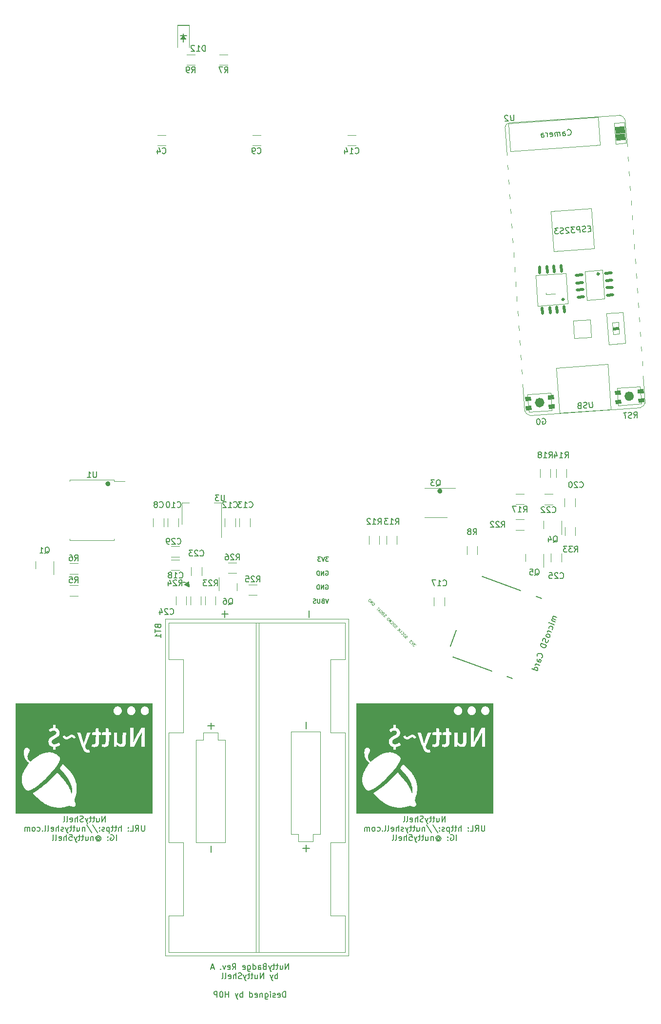
<source format=gbo>
%TF.GenerationSoftware,KiCad,Pcbnew,(6.0.11)*%
%TF.CreationDate,2024-05-07T01:49:41+08:00*%
%TF.ProjectId,badge,62616467-652e-46b6-9963-61645f706362,rev?*%
%TF.SameCoordinates,Original*%
%TF.FileFunction,Legend,Bot*%
%TF.FilePolarity,Positive*%
%FSLAX46Y46*%
G04 Gerber Fmt 4.6, Leading zero omitted, Abs format (unit mm)*
G04 Created by KiCad (PCBNEW (6.0.11)) date 2024-05-07 01:49:41*
%MOMM*%
%LPD*%
G01*
G04 APERTURE LIST*
%ADD10C,0.456000*%
%ADD11C,0.000000*%
%ADD12C,0.150000*%
%ADD13C,0.115000*%
%ADD14C,0.120000*%
%ADD15C,0.508000*%
%ADD16C,0.342843*%
%ADD17C,0.810734*%
%ADD18C,0.817165*%
G04 APERTURE END LIST*
D10*
X72846600Y-120548400D02*
G75*
G03*
X72846600Y-120548400I-228000J0D01*
G01*
D11*
G36*
X56608320Y-177751450D02*
G01*
X56608320Y-174227200D01*
X59606931Y-174227200D01*
X59609564Y-174236200D01*
X59617282Y-174249793D01*
X59646908Y-174289708D01*
X59693670Y-174344836D01*
X59755428Y-174413070D01*
X59915377Y-174580419D01*
X60109638Y-174774887D01*
X60321098Y-174979609D01*
X60532640Y-175177716D01*
X60727150Y-175352341D01*
X60812670Y-175425576D01*
X60887513Y-175486617D01*
X61081479Y-175634156D01*
X61283010Y-175776611D01*
X61489089Y-175912203D01*
X61696697Y-176039155D01*
X61902817Y-176155688D01*
X62104431Y-176260027D01*
X62202605Y-176307067D01*
X62298521Y-176350392D01*
X62391801Y-176389779D01*
X62482069Y-176425006D01*
X62540291Y-176445215D01*
X62612486Y-176468276D01*
X62695761Y-176493404D01*
X62787221Y-176519815D01*
X62883973Y-176546721D01*
X62983123Y-176573338D01*
X63081777Y-176598880D01*
X63177041Y-176622562D01*
X63290485Y-176648069D01*
X63404452Y-176670352D01*
X63518718Y-176689410D01*
X63633061Y-176705243D01*
X63747260Y-176717852D01*
X63861092Y-176727237D01*
X63974335Y-176733397D01*
X64086767Y-176736332D01*
X64198165Y-176736043D01*
X64308307Y-176732529D01*
X64416971Y-176725790D01*
X64523936Y-176715827D01*
X64628977Y-176702639D01*
X64731874Y-176686227D01*
X64832405Y-176666590D01*
X64930346Y-176643729D01*
X65245703Y-176564471D01*
X65493964Y-176505759D01*
X65596977Y-176483708D01*
X65688068Y-176466313D01*
X65768854Y-176453413D01*
X65840954Y-176444850D01*
X65905984Y-176440461D01*
X65965563Y-176440088D01*
X66021307Y-176443571D01*
X66074834Y-176450748D01*
X66127762Y-176461459D01*
X66181708Y-176475545D01*
X66299123Y-176513200D01*
X66370143Y-176536051D01*
X66436507Y-176554287D01*
X66498437Y-176567841D01*
X66556155Y-176576645D01*
X66609884Y-176580634D01*
X66635322Y-176580801D01*
X66659846Y-176579739D01*
X66683484Y-176577439D01*
X66706263Y-176573894D01*
X66728211Y-176569093D01*
X66749357Y-176563030D01*
X66769727Y-176555696D01*
X66789350Y-176547082D01*
X66808253Y-176537180D01*
X66826465Y-176525982D01*
X66844013Y-176513478D01*
X66860924Y-176499662D01*
X66877227Y-176484524D01*
X66892949Y-176468056D01*
X66908118Y-176450249D01*
X66922762Y-176431096D01*
X66950585Y-176388715D01*
X66976642Y-176340846D01*
X67001153Y-176287422D01*
X67011477Y-176260825D01*
X67019915Y-176235050D01*
X67026399Y-176209760D01*
X67028888Y-176197192D01*
X67030863Y-176184620D01*
X67032316Y-176172002D01*
X67033239Y-176159295D01*
X67033623Y-176146457D01*
X67033460Y-176133447D01*
X67032742Y-176120222D01*
X67031460Y-176106742D01*
X67029605Y-176092962D01*
X67027169Y-176078842D01*
X67024145Y-176064340D01*
X67020523Y-176049414D01*
X67011453Y-176018119D01*
X66999892Y-175984623D01*
X66985773Y-175948590D01*
X66969029Y-175909684D01*
X66949592Y-175867568D01*
X66927396Y-175821908D01*
X66902373Y-175772366D01*
X66880051Y-175725939D01*
X66860715Y-175681568D01*
X66844377Y-175638747D01*
X66831046Y-175596970D01*
X66820733Y-175555731D01*
X66813448Y-175514522D01*
X66809202Y-175472838D01*
X66808005Y-175430173D01*
X66809867Y-175386019D01*
X66814799Y-175339870D01*
X66822811Y-175291220D01*
X66833913Y-175239562D01*
X66848116Y-175184391D01*
X66865429Y-175125199D01*
X66885864Y-175061480D01*
X66909431Y-174992728D01*
X66980303Y-174778326D01*
X67039848Y-174574631D01*
X67065553Y-174475701D01*
X67088644Y-174378130D01*
X67109192Y-174281479D01*
X67127270Y-174185308D01*
X67142951Y-174089179D01*
X67156306Y-173992652D01*
X67167408Y-173895287D01*
X67176329Y-173796647D01*
X67183141Y-173696290D01*
X67187918Y-173593779D01*
X67191653Y-173380534D01*
X67190895Y-173227985D01*
X67188235Y-173097429D01*
X67183095Y-172983410D01*
X67174895Y-172880470D01*
X67163058Y-172783154D01*
X67147004Y-172686002D01*
X67126154Y-172583559D01*
X67099929Y-172470367D01*
X67071039Y-172354506D01*
X67038641Y-172238506D01*
X67002780Y-172122474D01*
X66963504Y-172006520D01*
X66920858Y-171890751D01*
X66874889Y-171775278D01*
X66825644Y-171660207D01*
X66773169Y-171545648D01*
X66717511Y-171431710D01*
X66658716Y-171318500D01*
X66596831Y-171206127D01*
X66531902Y-171094699D01*
X66463976Y-170984326D01*
X66393099Y-170875116D01*
X66319318Y-170767176D01*
X66242680Y-170660617D01*
X66187058Y-170588711D01*
X66113385Y-170500599D01*
X65923360Y-170287334D01*
X65695550Y-170043973D01*
X65452898Y-169793666D01*
X65218349Y-169559565D01*
X65014848Y-169364821D01*
X64931910Y-169289442D01*
X64865338Y-169232584D01*
X64818000Y-169197141D01*
X64802440Y-169188355D01*
X64792764Y-169186007D01*
X64789821Y-169187099D01*
X64786298Y-169189037D01*
X64782213Y-169191799D01*
X64777584Y-169195364D01*
X64766773Y-169204812D01*
X64754013Y-169217205D01*
X64739455Y-169232369D01*
X64723248Y-169250126D01*
X64705543Y-169270302D01*
X64686489Y-169292721D01*
X64666236Y-169317207D01*
X64644935Y-169343585D01*
X64622734Y-169371678D01*
X64599783Y-169401311D01*
X64576233Y-169432308D01*
X64552234Y-169464494D01*
X64527935Y-169497692D01*
X64503486Y-169531728D01*
X64454689Y-169599611D01*
X64409448Y-169664682D01*
X64368672Y-169725453D01*
X64333270Y-169780437D01*
X64304152Y-169828145D01*
X64282227Y-169867088D01*
X64274247Y-169882808D01*
X64268406Y-169895778D01*
X64264818Y-169905814D01*
X64263596Y-169912728D01*
X64263976Y-169915432D01*
X64265101Y-169918899D01*
X64269515Y-169928031D01*
X64276689Y-169939944D01*
X64286472Y-169954455D01*
X64298715Y-169971385D01*
X64313268Y-169990553D01*
X64329981Y-170011778D01*
X64348704Y-170034878D01*
X64391582Y-170085982D01*
X64440702Y-170142420D01*
X64494866Y-170202743D01*
X64552874Y-170265506D01*
X64615575Y-170331631D01*
X64680756Y-170401601D01*
X64811283Y-170544642D01*
X64929905Y-170677760D01*
X65022070Y-170784090D01*
X65091081Y-170867543D01*
X65150832Y-170938430D01*
X65194709Y-170989472D01*
X65216097Y-171013395D01*
X65222133Y-171020071D01*
X65231972Y-171031750D01*
X65245118Y-171047811D01*
X65261076Y-171067634D01*
X65299441Y-171116086D01*
X65343098Y-171172145D01*
X65474467Y-171350600D01*
X65598482Y-171532192D01*
X65714819Y-171716089D01*
X65823150Y-171901458D01*
X65923152Y-172087468D01*
X66014498Y-172273287D01*
X66096862Y-172458083D01*
X66169920Y-172641024D01*
X66233345Y-172821277D01*
X66286812Y-172998011D01*
X66329995Y-173170394D01*
X66362569Y-173337594D01*
X66384209Y-173498779D01*
X66394588Y-173653117D01*
X66393382Y-173799775D01*
X66380264Y-173937923D01*
X66364719Y-174035005D01*
X66347852Y-174120595D01*
X66330654Y-174191799D01*
X66322241Y-174221101D01*
X66314117Y-174245721D01*
X66306407Y-174265298D01*
X66299235Y-174279470D01*
X66292723Y-174287874D01*
X66289755Y-174289800D01*
X66286998Y-174290150D01*
X66284468Y-174288876D01*
X66282182Y-174285934D01*
X66278399Y-174274867D01*
X66275774Y-174256585D01*
X66274430Y-174230728D01*
X66271540Y-174204318D01*
X66263213Y-174166953D01*
X66249966Y-174119913D01*
X66232317Y-174064482D01*
X66185877Y-173933568D01*
X66128027Y-173784464D01*
X66062901Y-173627423D01*
X65994633Y-173472697D01*
X65927357Y-173330538D01*
X65895383Y-173267376D01*
X65865208Y-173211200D01*
X65792344Y-173085702D01*
X65709600Y-172951358D01*
X65618339Y-172810233D01*
X65519927Y-172664395D01*
X65415726Y-172515911D01*
X65307102Y-172366848D01*
X65195419Y-172219274D01*
X65082041Y-172075255D01*
X64942728Y-171903744D01*
X64765919Y-171692712D01*
X64365461Y-171226825D01*
X64011967Y-170827084D01*
X63893863Y-170698734D01*
X63836736Y-170642979D01*
X63834198Y-170642261D01*
X63830572Y-170642738D01*
X63825885Y-170644384D01*
X63820165Y-170647174D01*
X63805738Y-170656086D01*
X63787513Y-170669271D01*
X63765711Y-170686528D01*
X63740556Y-170707656D01*
X63712269Y-170732453D01*
X63681073Y-170760717D01*
X63647189Y-170792248D01*
X63610841Y-170826842D01*
X63572250Y-170864300D01*
X63531638Y-170904419D01*
X63489228Y-170946998D01*
X63445241Y-170991835D01*
X63399901Y-171038728D01*
X63353429Y-171087477D01*
X62996022Y-171455359D01*
X62822857Y-171629585D01*
X62653166Y-171797443D01*
X62486782Y-171959018D01*
X62323539Y-172114392D01*
X62163274Y-172263647D01*
X62005819Y-172406866D01*
X61790673Y-172592895D01*
X61536790Y-172801041D01*
X61256035Y-173022333D01*
X60960274Y-173247801D01*
X60661371Y-173468473D01*
X60371190Y-173675379D01*
X60101598Y-173859547D01*
X59864458Y-174012006D01*
X59813023Y-174045271D01*
X59765184Y-174078372D01*
X59721893Y-174110481D01*
X59684100Y-174140770D01*
X59667563Y-174154974D01*
X59652757Y-174168414D01*
X59639801Y-174180985D01*
X59628814Y-174192584D01*
X59619914Y-174203109D01*
X59613222Y-174212456D01*
X59608854Y-174220520D01*
X59606931Y-174227200D01*
X56608320Y-174227200D01*
X56608320Y-171850908D01*
X57644848Y-171850908D01*
X57645541Y-171949523D01*
X57650224Y-172047291D01*
X57658902Y-172144247D01*
X57671579Y-172240428D01*
X57688261Y-172335870D01*
X57708953Y-172430609D01*
X57733660Y-172524682D01*
X57762388Y-172618124D01*
X57795141Y-172710972D01*
X57831925Y-172803262D01*
X57872745Y-172895030D01*
X57917606Y-172986313D01*
X57966514Y-173077145D01*
X57994623Y-173125707D01*
X58024536Y-173174600D01*
X58055989Y-173223493D01*
X58088718Y-173272055D01*
X58122460Y-173319955D01*
X58156952Y-173366864D01*
X58191929Y-173412449D01*
X58227129Y-173456381D01*
X58262287Y-173498328D01*
X58297140Y-173537961D01*
X58331425Y-173574947D01*
X58364878Y-173608957D01*
X58397235Y-173639660D01*
X58428233Y-173666724D01*
X58457608Y-173689820D01*
X58485097Y-173708617D01*
X58506103Y-173720700D01*
X58528747Y-173731161D01*
X58552992Y-173740007D01*
X58578804Y-173747250D01*
X58606145Y-173752899D01*
X58634979Y-173756963D01*
X58665271Y-173759452D01*
X58696984Y-173760376D01*
X58730082Y-173759745D01*
X58764529Y-173757567D01*
X58837324Y-173748614D01*
X58915079Y-173733595D01*
X58997507Y-173712586D01*
X59084317Y-173685665D01*
X59175219Y-173652910D01*
X59269925Y-173614398D01*
X59368144Y-173570207D01*
X59469589Y-173520414D01*
X59573968Y-173465097D01*
X59680994Y-173404333D01*
X59790376Y-173338200D01*
X59903593Y-173266879D01*
X60016139Y-173192783D01*
X60128664Y-173115369D01*
X60241820Y-173034095D01*
X60356258Y-172948418D01*
X60472628Y-172857795D01*
X60591582Y-172761685D01*
X60713770Y-172659544D01*
X60839845Y-172550830D01*
X60970458Y-172435000D01*
X61247898Y-172179822D01*
X61551301Y-171889669D01*
X61885874Y-171560201D01*
X62321775Y-171118973D01*
X62701453Y-170719873D01*
X63029867Y-170356739D01*
X63176401Y-170186735D01*
X63311979Y-170023412D01*
X63437222Y-169866001D01*
X63552750Y-169713732D01*
X63659182Y-169565835D01*
X63757140Y-169421540D01*
X63847243Y-169280076D01*
X63930111Y-169140675D01*
X64006365Y-169002565D01*
X64076624Y-168864977D01*
X64117361Y-168781360D01*
X64153643Y-168703541D01*
X64185563Y-168631116D01*
X64213215Y-168563684D01*
X64236692Y-168500840D01*
X64256086Y-168442182D01*
X64271490Y-168387307D01*
X64282999Y-168335812D01*
X64290704Y-168287293D01*
X64294699Y-168241347D01*
X64295076Y-168197572D01*
X64291929Y-168155564D01*
X64285351Y-168114921D01*
X64275434Y-168075239D01*
X64262273Y-168036114D01*
X64245959Y-167997145D01*
X64232192Y-167971589D01*
X64215452Y-167945245D01*
X64195865Y-167918192D01*
X64173556Y-167890512D01*
X64121284Y-167833589D01*
X64059648Y-167775115D01*
X63989661Y-167715732D01*
X63912335Y-167656081D01*
X63828685Y-167596801D01*
X63739722Y-167538534D01*
X63646460Y-167481921D01*
X63549912Y-167427602D01*
X63451089Y-167376218D01*
X63351006Y-167328411D01*
X63250674Y-167284820D01*
X63151107Y-167246087D01*
X63053318Y-167212852D01*
X62958320Y-167185757D01*
X62890461Y-167170619D01*
X62815796Y-167158251D01*
X62735209Y-167148611D01*
X62649584Y-167141659D01*
X62559804Y-167137353D01*
X62466752Y-167135651D01*
X62371314Y-167136512D01*
X62274371Y-167139895D01*
X62176809Y-167145759D01*
X62079510Y-167154061D01*
X61983358Y-167164762D01*
X61889237Y-167177819D01*
X61798030Y-167193191D01*
X61710622Y-167210837D01*
X61627896Y-167230715D01*
X61550735Y-167252784D01*
X61428242Y-167292676D01*
X61305506Y-167336934D01*
X61182533Y-167385543D01*
X61059327Y-167438489D01*
X60935893Y-167495754D01*
X60812238Y-167557324D01*
X60688365Y-167623183D01*
X60564281Y-167693316D01*
X60439989Y-167767706D01*
X60315497Y-167846340D01*
X60190808Y-167929200D01*
X60065927Y-168016273D01*
X59940861Y-168107541D01*
X59815614Y-168202990D01*
X59690191Y-168302604D01*
X59564597Y-168406368D01*
X59481563Y-168477082D01*
X59403035Y-168542793D01*
X59266940Y-168653753D01*
X59213093Y-168696272D01*
X59171194Y-168728332D01*
X59143103Y-168748569D01*
X59134817Y-168753827D01*
X59130680Y-168755618D01*
X59129493Y-168755433D01*
X59127924Y-168754885D01*
X59123680Y-168752730D01*
X59118030Y-168749222D01*
X59111057Y-168744428D01*
X59102844Y-168738413D01*
X59093474Y-168731247D01*
X59071590Y-168713725D01*
X59046069Y-168692399D01*
X59017571Y-168667808D01*
X58986758Y-168640489D01*
X58954292Y-168610978D01*
X58919530Y-168576886D01*
X58886712Y-168540815D01*
X58855878Y-168502853D01*
X58827070Y-168463087D01*
X58800330Y-168421606D01*
X58775697Y-168378496D01*
X58753214Y-168333847D01*
X58732923Y-168287746D01*
X58714864Y-168240280D01*
X58699078Y-168191538D01*
X58685608Y-168141607D01*
X58674494Y-168090576D01*
X58665778Y-168038532D01*
X58659501Y-167985563D01*
X58655705Y-167931757D01*
X58654430Y-167877201D01*
X58654951Y-167836564D01*
X58656615Y-167797667D01*
X58659570Y-167760022D01*
X58663967Y-167723136D01*
X58669955Y-167686519D01*
X58677685Y-167649680D01*
X58687306Y-167612127D01*
X58698969Y-167573371D01*
X58712823Y-167532919D01*
X58729017Y-167490282D01*
X58747702Y-167444968D01*
X58769029Y-167396486D01*
X58793145Y-167344345D01*
X58820202Y-167288055D01*
X58883736Y-167161062D01*
X58919156Y-167089905D01*
X58948648Y-167023079D01*
X58972157Y-166960283D01*
X58981649Y-166930303D01*
X58989624Y-166901219D01*
X58996075Y-166872992D01*
X59000994Y-166845585D01*
X59004374Y-166818962D01*
X59006209Y-166793084D01*
X59006491Y-166767914D01*
X59005212Y-166743414D01*
X59002367Y-166719548D01*
X58997947Y-166696277D01*
X58991947Y-166673564D01*
X58984358Y-166651372D01*
X58975173Y-166629663D01*
X58964386Y-166608399D01*
X58951989Y-166587544D01*
X58937975Y-166567060D01*
X58922337Y-166546909D01*
X58905068Y-166527054D01*
X58886161Y-166507457D01*
X58865609Y-166488081D01*
X58843404Y-166468889D01*
X58819540Y-166449842D01*
X58766806Y-166412038D01*
X58707348Y-166374368D01*
X58680879Y-166359741D01*
X58654514Y-166346324D01*
X58628438Y-166334168D01*
X58602837Y-166323325D01*
X58577898Y-166313846D01*
X58553806Y-166305782D01*
X58530748Y-166299187D01*
X58508909Y-166294110D01*
X58488476Y-166290605D01*
X58469635Y-166288722D01*
X58452571Y-166288514D01*
X58437472Y-166290031D01*
X58430716Y-166291454D01*
X58424521Y-166293327D01*
X58418910Y-166295657D01*
X58413907Y-166298451D01*
X58409534Y-166301716D01*
X58405814Y-166305457D01*
X58402772Y-166309681D01*
X58400430Y-166314395D01*
X58399625Y-166315820D01*
X58398537Y-166317445D01*
X58395544Y-166321265D01*
X58391508Y-166325797D01*
X58386484Y-166330987D01*
X58380530Y-166336775D01*
X58373703Y-166343106D01*
X58366059Y-166349923D01*
X58357656Y-166357169D01*
X58348549Y-166364787D01*
X58338797Y-166372721D01*
X58328456Y-166380912D01*
X58317583Y-166389305D01*
X58306234Y-166397843D01*
X58294466Y-166406469D01*
X58282337Y-166415126D01*
X58269903Y-166423756D01*
X58252734Y-166436464D01*
X58236278Y-166449476D01*
X58220523Y-166462826D01*
X58205459Y-166476549D01*
X58191074Y-166490681D01*
X58177358Y-166505255D01*
X58164300Y-166520308D01*
X58151888Y-166535873D01*
X58140112Y-166551987D01*
X58128960Y-166568683D01*
X58118422Y-166585996D01*
X58108487Y-166603962D01*
X58099143Y-166622615D01*
X58090380Y-166641991D01*
X58082187Y-166662123D01*
X58074553Y-166683048D01*
X58067466Y-166704799D01*
X58060916Y-166727412D01*
X58054892Y-166750922D01*
X58049383Y-166775363D01*
X58044377Y-166800770D01*
X58039865Y-166827179D01*
X58032275Y-166883139D01*
X58026524Y-166943523D01*
X58022525Y-167008610D01*
X58020190Y-167078678D01*
X58019431Y-167154007D01*
X58021561Y-167275932D01*
X58028037Y-167393207D01*
X58038988Y-167506140D01*
X58054543Y-167615043D01*
X58074832Y-167720225D01*
X58099984Y-167821997D01*
X58130128Y-167920668D01*
X58165392Y-168016548D01*
X58205907Y-168109948D01*
X58251802Y-168201177D01*
X58303205Y-168290547D01*
X58360247Y-168378366D01*
X58423055Y-168464944D01*
X58491760Y-168550593D01*
X58566490Y-168635621D01*
X58647375Y-168720340D01*
X58729402Y-168802905D01*
X58762864Y-168837271D01*
X58791628Y-168867569D01*
X58815947Y-168894209D01*
X58836076Y-168917599D01*
X58852267Y-168938146D01*
X58864774Y-168956260D01*
X58873849Y-168972347D01*
X58877179Y-168979759D01*
X58879746Y-168986818D01*
X58881582Y-168993574D01*
X58882719Y-169000079D01*
X58883187Y-169006383D01*
X58883019Y-169012539D01*
X58882246Y-169018596D01*
X58880901Y-169024606D01*
X58876618Y-169036689D01*
X58870422Y-169049196D01*
X58862568Y-169062534D01*
X58439236Y-169697534D01*
X58260477Y-169973610D01*
X58182322Y-170100827D01*
X58111153Y-170222070D01*
X58046599Y-170338270D01*
X57988287Y-170450356D01*
X57935846Y-170559259D01*
X57888903Y-170665908D01*
X57847086Y-170771235D01*
X57810024Y-170876169D01*
X57777344Y-170981641D01*
X57748673Y-171088580D01*
X57723641Y-171197917D01*
X57701875Y-171310582D01*
X57683003Y-171427506D01*
X57666653Y-171549617D01*
X57655409Y-171650991D01*
X57648139Y-171751410D01*
X57644848Y-171850908D01*
X56608320Y-171850908D01*
X56608320Y-165286048D01*
X62290247Y-165286048D01*
X62291013Y-165328157D01*
X62292982Y-165369585D01*
X62296161Y-165409978D01*
X62300555Y-165448987D01*
X62306167Y-165486260D01*
X62313005Y-165521445D01*
X62321072Y-165554190D01*
X62330375Y-165584145D01*
X62350253Y-165636106D01*
X62373976Y-165687291D01*
X62401254Y-165737423D01*
X62431798Y-165786221D01*
X62465319Y-165833406D01*
X62501527Y-165878701D01*
X62540133Y-165921825D01*
X62580847Y-165962499D01*
X62623380Y-166000445D01*
X62667443Y-166035384D01*
X62712745Y-166067036D01*
X62758999Y-166095122D01*
X62805914Y-166119364D01*
X62853202Y-166139481D01*
X62876894Y-166147907D01*
X62900572Y-166155196D01*
X62924197Y-166161315D01*
X62947735Y-166166229D01*
X63064152Y-166187395D01*
X63064152Y-166709506D01*
X63487486Y-166709506D01*
X63487486Y-166462562D01*
X63487816Y-166383035D01*
X63488416Y-166350553D01*
X63489470Y-166322443D01*
X63491103Y-166298342D01*
X63493439Y-166277891D01*
X63496601Y-166260725D01*
X63500715Y-166246485D01*
X63503167Y-166240349D01*
X63505903Y-166234808D01*
X63508939Y-166229818D01*
X63512290Y-166225332D01*
X63515972Y-166221307D01*
X63520000Y-166217696D01*
X63529157Y-166211538D01*
X63539885Y-166206496D01*
X63552308Y-166202209D01*
X63566550Y-166198314D01*
X63582735Y-166194450D01*
X63637683Y-166181299D01*
X63696051Y-166164643D01*
X63756880Y-166144949D01*
X63819207Y-166122682D01*
X63882071Y-166098306D01*
X63944512Y-166072287D01*
X64005568Y-166045090D01*
X64064277Y-166017180D01*
X64119680Y-165989021D01*
X64170814Y-165961080D01*
X64216718Y-165933820D01*
X64256431Y-165907708D01*
X64288993Y-165883209D01*
X64313441Y-165860786D01*
X64328815Y-165840906D01*
X64332798Y-165832065D01*
X64334153Y-165824034D01*
X64333545Y-165818896D01*
X64331768Y-165812158D01*
X64324996Y-165794344D01*
X64314410Y-165771518D01*
X64300584Y-165744604D01*
X64265506Y-165682213D01*
X64224351Y-165614572D01*
X64181707Y-165549081D01*
X64161261Y-165519454D01*
X64142164Y-165493140D01*
X64124990Y-165471063D01*
X64110311Y-165454148D01*
X64098702Y-165443321D01*
X64094227Y-165440479D01*
X64090736Y-165439507D01*
X64089580Y-165439619D01*
X64088103Y-165439954D01*
X64084224Y-165441264D01*
X64079178Y-165443390D01*
X64073042Y-165446287D01*
X64065892Y-165449907D01*
X64057807Y-165454203D01*
X64039142Y-165464642D01*
X64017665Y-165477231D01*
X63993997Y-165491597D01*
X63968758Y-165507368D01*
X63942568Y-165524173D01*
X63903932Y-165549646D01*
X63865977Y-165573176D01*
X63828560Y-165594804D01*
X63791536Y-165614572D01*
X63754760Y-165632521D01*
X63718087Y-165648692D01*
X63681373Y-165663127D01*
X63644472Y-165675867D01*
X63607241Y-165686954D01*
X63569535Y-165696428D01*
X63531208Y-165704331D01*
X63492117Y-165710704D01*
X63452115Y-165715589D01*
X63411060Y-165719028D01*
X63368806Y-165721060D01*
X63325208Y-165721729D01*
X63257988Y-165721095D01*
X63229059Y-165720147D01*
X63202838Y-165718642D01*
X63179016Y-165716475D01*
X63157280Y-165713543D01*
X63137323Y-165709743D01*
X63118833Y-165704972D01*
X63101501Y-165699125D01*
X63085016Y-165692101D01*
X63069068Y-165683795D01*
X63053348Y-165674104D01*
X63037546Y-165662924D01*
X63021350Y-165650154D01*
X63004452Y-165635688D01*
X62986541Y-165619424D01*
X62967793Y-165602879D01*
X62951153Y-165587439D01*
X62936497Y-165572806D01*
X62929875Y-165565698D01*
X62923702Y-165558679D01*
X62917964Y-165551712D01*
X62912644Y-165544759D01*
X62907727Y-165537783D01*
X62903197Y-165530747D01*
X62899040Y-165523612D01*
X62895239Y-165516341D01*
X62891779Y-165508897D01*
X62888645Y-165501243D01*
X62885821Y-165493340D01*
X62883291Y-165485152D01*
X62881041Y-165476642D01*
X62879054Y-165467770D01*
X62877315Y-165458501D01*
X62875808Y-165448796D01*
X62874519Y-165438619D01*
X62873431Y-165427931D01*
X62871798Y-165404875D01*
X62870786Y-165379328D01*
X62870269Y-165350990D01*
X62870124Y-165319563D01*
X62870309Y-165288711D01*
X62870944Y-165260768D01*
X62872147Y-165235420D01*
X62874038Y-165212351D01*
X62876734Y-165191245D01*
X62880356Y-165171788D01*
X62885022Y-165153664D01*
X62890850Y-165136558D01*
X62897960Y-165120155D01*
X62906470Y-165104140D01*
X62916500Y-165088197D01*
X62928167Y-165072011D01*
X62941592Y-165055267D01*
X62956893Y-165037650D01*
X62974188Y-165018844D01*
X62993597Y-164998534D01*
X63007858Y-164984506D01*
X63025340Y-164968989D01*
X63045787Y-164952150D01*
X63068948Y-164934152D01*
X63094568Y-164915163D01*
X63122395Y-164895347D01*
X63183655Y-164853896D01*
X63250704Y-164811121D01*
X63321514Y-164768347D01*
X63394061Y-164726895D01*
X63430353Y-164707079D01*
X63466318Y-164688089D01*
X63545250Y-164645913D01*
X63619371Y-164604015D01*
X63688747Y-164562345D01*
X63753447Y-164520851D01*
X63813537Y-164479480D01*
X63869085Y-164438182D01*
X63895973Y-164416451D01*
X64757485Y-164416451D01*
X64758217Y-164421699D01*
X64760364Y-164428134D01*
X64763854Y-164435679D01*
X64768613Y-164444260D01*
X64781646Y-164464231D01*
X64798881Y-164487448D01*
X64819734Y-164513310D01*
X64843619Y-164541219D01*
X64869954Y-164570574D01*
X64898155Y-164600777D01*
X64927637Y-164631228D01*
X64957817Y-164661328D01*
X64988111Y-164690477D01*
X65017934Y-164718076D01*
X65046703Y-164743525D01*
X65073834Y-164766224D01*
X65098743Y-164785575D01*
X65120846Y-164800978D01*
X65141846Y-164813091D01*
X65163834Y-164824288D01*
X65186803Y-164834566D01*
X65210749Y-164843918D01*
X65235667Y-164852341D01*
X65261551Y-164859828D01*
X65288396Y-164866374D01*
X65316197Y-164871975D01*
X65344949Y-164876625D01*
X65374647Y-164880319D01*
X65405285Y-164883052D01*
X65436858Y-164884818D01*
X65469362Y-164885613D01*
X65502791Y-164885432D01*
X65537139Y-164884268D01*
X65572402Y-164882117D01*
X65583697Y-164880440D01*
X65597607Y-164876805D01*
X65613935Y-164871320D01*
X65632485Y-164864093D01*
X65653061Y-164855233D01*
X65675466Y-164844849D01*
X65699504Y-164833048D01*
X65724979Y-164819941D01*
X65751694Y-164805634D01*
X65779453Y-164790237D01*
X65837316Y-164756606D01*
X65896999Y-164719916D01*
X65956930Y-164681034D01*
X66016379Y-164642312D01*
X66074670Y-164606069D01*
X66130315Y-164573134D01*
X66181826Y-164544333D01*
X66227715Y-164520493D01*
X66266492Y-164502441D01*
X66282750Y-164495843D01*
X66296671Y-164491003D01*
X66308071Y-164488023D01*
X66316763Y-164487007D01*
X66336024Y-164487750D01*
X66355431Y-164489976D01*
X66374961Y-164493681D01*
X66394595Y-164498858D01*
X66414311Y-164505502D01*
X66434089Y-164513610D01*
X66453909Y-164523174D01*
X66473749Y-164534191D01*
X66493590Y-164546654D01*
X66513409Y-164560559D01*
X66533187Y-164575901D01*
X66552904Y-164592674D01*
X66572537Y-164610874D01*
X66592067Y-164630494D01*
X66611473Y-164651531D01*
X66630735Y-164673978D01*
X66725985Y-164783340D01*
X66860041Y-164681034D01*
X66888553Y-164661287D01*
X66915493Y-164642119D01*
X66962346Y-164607833D01*
X66995970Y-164582808D01*
X67006374Y-164575215D01*
X67011735Y-164571673D01*
X67013789Y-164568749D01*
X67014694Y-164564651D01*
X67014498Y-164559446D01*
X67013251Y-164553200D01*
X67011001Y-164545981D01*
X67007797Y-164537853D01*
X66998726Y-164519142D01*
X66986431Y-164497599D01*
X66971304Y-164473757D01*
X66953737Y-164448147D01*
X66934124Y-164421302D01*
X66912858Y-164393754D01*
X66890330Y-164366036D01*
X66866935Y-164338679D01*
X66843064Y-164312216D01*
X66819110Y-164287180D01*
X66795466Y-164264102D01*
X66772525Y-164243515D01*
X66750680Y-164225951D01*
X66718629Y-164201458D01*
X66688413Y-164179497D01*
X66659717Y-164159955D01*
X66632224Y-164142717D01*
X66605620Y-164127671D01*
X66579590Y-164114702D01*
X66553818Y-164103696D01*
X66527989Y-164094541D01*
X66501788Y-164087122D01*
X66474900Y-164081326D01*
X66447009Y-164077038D01*
X66417801Y-164074146D01*
X66386959Y-164072536D01*
X66354169Y-164072093D01*
X66319116Y-164072704D01*
X66281484Y-164074256D01*
X66253902Y-164076509D01*
X66227844Y-164079376D01*
X66203016Y-164082977D01*
X66179124Y-164087431D01*
X66155872Y-164092856D01*
X66132967Y-164099371D01*
X66110113Y-164107096D01*
X66087016Y-164116149D01*
X66063382Y-164126649D01*
X66038916Y-164138714D01*
X66013323Y-164152465D01*
X65986309Y-164168018D01*
X65957580Y-164185494D01*
X65926840Y-164205012D01*
X65893796Y-164226689D01*
X65858152Y-164250645D01*
X65787368Y-164297905D01*
X65722822Y-164339170D01*
X65663970Y-164374483D01*
X65610270Y-164403883D01*
X65561180Y-164427413D01*
X65538194Y-164436990D01*
X65516157Y-164445114D01*
X65495001Y-164451791D01*
X65474659Y-164457027D01*
X65455061Y-164460826D01*
X65436142Y-164463194D01*
X65417832Y-164464135D01*
X65400064Y-164463655D01*
X65382770Y-164461760D01*
X65365882Y-164458453D01*
X65349333Y-164453741D01*
X65333055Y-164447629D01*
X65316979Y-164440121D01*
X65301039Y-164431223D01*
X65285165Y-164420941D01*
X65269291Y-164409278D01*
X65237270Y-164381835D01*
X65204432Y-164348934D01*
X65170235Y-164310618D01*
X65060874Y-164176562D01*
X64909180Y-164285923D01*
X64878354Y-164308172D01*
X64849759Y-164329635D01*
X64823976Y-164349857D01*
X64801583Y-164368385D01*
X64783158Y-164384763D01*
X64775615Y-164392004D01*
X64769281Y-164398537D01*
X64764229Y-164404305D01*
X64760531Y-164409251D01*
X64758259Y-164413319D01*
X64757680Y-164415006D01*
X64757485Y-164416451D01*
X63895973Y-164416451D01*
X63920158Y-164396905D01*
X63966823Y-164355596D01*
X64009147Y-164314205D01*
X64047197Y-164272680D01*
X64081041Y-164230968D01*
X64110745Y-164189019D01*
X64136377Y-164146781D01*
X64158005Y-164104201D01*
X64175694Y-164061228D01*
X64189513Y-164017812D01*
X64200940Y-163973724D01*
X64210113Y-163929488D01*
X64217072Y-163885182D01*
X64221856Y-163840885D01*
X64224506Y-163796676D01*
X64225061Y-163752634D01*
X64223563Y-163708837D01*
X64221734Y-163686201D01*
X67262208Y-163686201D01*
X67303466Y-163828077D01*
X67413020Y-164153135D01*
X67557986Y-164564651D01*
X67751687Y-165114510D01*
X68009536Y-165824034D01*
X68107551Y-166093744D01*
X68238603Y-166441126D01*
X68309957Y-166614256D01*
X68337141Y-166663682D01*
X68365699Y-166711346D01*
X68395518Y-166757139D01*
X68426484Y-166800953D01*
X68458484Y-166842679D01*
X68491404Y-166882209D01*
X68525129Y-166919434D01*
X68559548Y-166954246D01*
X68594545Y-166986536D01*
X68630007Y-167016196D01*
X68665820Y-167043117D01*
X68701872Y-167067190D01*
X68738047Y-167088308D01*
X68774233Y-167106361D01*
X68810315Y-167121241D01*
X68846180Y-167132840D01*
X68877176Y-167140322D01*
X68912746Y-167146889D01*
X68952088Y-167152536D01*
X68994401Y-167157258D01*
X69084739Y-167163907D01*
X69177350Y-167166794D01*
X69265827Y-167165878D01*
X69306512Y-167163980D01*
X69343761Y-167161117D01*
X69376773Y-167157281D01*
X69404746Y-167152469D01*
X69426880Y-167146676D01*
X69442374Y-167139895D01*
X69445578Y-167137515D01*
X69448575Y-167134992D01*
X69451365Y-167132307D01*
X69453949Y-167129443D01*
X69456326Y-167126379D01*
X69458497Y-167123098D01*
X69460460Y-167119580D01*
X69462217Y-167115807D01*
X69463768Y-167111760D01*
X69465111Y-167107421D01*
X69466248Y-167102770D01*
X69467178Y-167097789D01*
X69467902Y-167092459D01*
X69468418Y-167086762D01*
X69468728Y-167080679D01*
X69468832Y-167074190D01*
X69468728Y-167067278D01*
X69468418Y-167059923D01*
X69467902Y-167052107D01*
X69467178Y-167043811D01*
X69466248Y-167035017D01*
X69465111Y-167025705D01*
X69462217Y-167005453D01*
X69458497Y-166982908D01*
X69453949Y-166957918D01*
X69448575Y-166930334D01*
X69442374Y-166900006D01*
X69392985Y-166691868D01*
X69237763Y-166702451D01*
X69196952Y-166703767D01*
X69157830Y-166702402D01*
X69120352Y-166698319D01*
X69102214Y-166695247D01*
X69084470Y-166691481D01*
X69067114Y-166687018D01*
X69050139Y-166681853D01*
X69033540Y-166675981D01*
X69017311Y-166669398D01*
X69001447Y-166662099D01*
X68985941Y-166654080D01*
X68970788Y-166645337D01*
X68955982Y-166635864D01*
X68941517Y-166625657D01*
X68927387Y-166614712D01*
X68913586Y-166603024D01*
X68900109Y-166590588D01*
X68886950Y-166577401D01*
X68874103Y-166563457D01*
X68849322Y-166533282D01*
X68825719Y-166500028D01*
X68803247Y-166463657D01*
X68781861Y-166424134D01*
X68761514Y-166381422D01*
X68743544Y-166344229D01*
X68726897Y-166307450D01*
X68711904Y-166272158D01*
X68698895Y-166239430D01*
X68688201Y-166210340D01*
X68680154Y-166185962D01*
X68675082Y-166167372D01*
X68673766Y-166160584D01*
X68673318Y-166155645D01*
X68675799Y-166144837D01*
X68683075Y-166122097D01*
X68710022Y-166046181D01*
X69803024Y-166046181D01*
X69803186Y-166057832D01*
X69804045Y-166068646D01*
X69805623Y-166078672D01*
X69807943Y-166087958D01*
X69811027Y-166096555D01*
X69814896Y-166104511D01*
X69819572Y-166111875D01*
X69825078Y-166118697D01*
X69831436Y-166125025D01*
X69838666Y-166130909D01*
X69846792Y-166136397D01*
X69855835Y-166141540D01*
X69865818Y-166146385D01*
X69888688Y-166155380D01*
X69915579Y-166163776D01*
X69946666Y-166171965D01*
X69982124Y-166180340D01*
X70063020Y-166197429D01*
X70142790Y-166209072D01*
X70221133Y-166215361D01*
X70297750Y-166216389D01*
X70372341Y-166212250D01*
X70444607Y-166203036D01*
X70514248Y-166188840D01*
X70580964Y-166169756D01*
X70644455Y-166145877D01*
X70704422Y-166117294D01*
X70760565Y-166084103D01*
X70798340Y-166056720D01*
X71535977Y-166056720D01*
X71536145Y-166067464D01*
X71536883Y-166077387D01*
X71538212Y-166086538D01*
X71540153Y-166094968D01*
X71542725Y-166102728D01*
X71545947Y-166109868D01*
X71549841Y-166116438D01*
X71554426Y-166122489D01*
X71559723Y-166128070D01*
X71565750Y-166133234D01*
X71572529Y-166138029D01*
X71580079Y-166142506D01*
X71588420Y-166146715D01*
X71607557Y-166154534D01*
X71630099Y-166161888D01*
X71656207Y-166169179D01*
X71686040Y-166176812D01*
X71784204Y-166197550D01*
X71880006Y-166210919D01*
X71973069Y-166217073D01*
X72063017Y-166216169D01*
X72149470Y-166208360D01*
X72232054Y-166193803D01*
X72310389Y-166172652D01*
X72384100Y-166145062D01*
X73647485Y-166145062D01*
X74141374Y-166145062D01*
X74141374Y-165986312D01*
X74141849Y-165954169D01*
X74143193Y-165924300D01*
X74145281Y-165897325D01*
X74147988Y-165873864D01*
X74151192Y-165854537D01*
X74152942Y-165846618D01*
X74154768Y-165839964D01*
X74156657Y-165834655D01*
X74158592Y-165830766D01*
X74160558Y-165828376D01*
X74161548Y-165827767D01*
X74162540Y-165827562D01*
X74163716Y-165827716D01*
X74165254Y-165828173D01*
X74169368Y-165829967D01*
X74174795Y-165832887D01*
X74181447Y-165836878D01*
X74189235Y-165841881D01*
X74198073Y-165847840D01*
X74207872Y-165854698D01*
X74218544Y-165862399D01*
X74242157Y-165880100D01*
X74268208Y-165900488D01*
X74281929Y-165911547D01*
X74295996Y-165923108D01*
X74310322Y-165935113D01*
X74324818Y-165947506D01*
X74361552Y-165978731D01*
X74397765Y-166007630D01*
X74433594Y-166034276D01*
X74469181Y-166058741D01*
X74504665Y-166081098D01*
X74540185Y-166101419D01*
X74575880Y-166119776D01*
X74611891Y-166136242D01*
X74648357Y-166150889D01*
X74685416Y-166163789D01*
X74723210Y-166175015D01*
X74761877Y-166184639D01*
X74801556Y-166192733D01*
X74842389Y-166199370D01*
X74884513Y-166204622D01*
X74928068Y-166208562D01*
X74971657Y-166210843D01*
X75015009Y-166211104D01*
X75057967Y-166209391D01*
X75100378Y-166205751D01*
X75142086Y-166200229D01*
X75182936Y-166192873D01*
X75222774Y-166183729D01*
X75261443Y-166172843D01*
X75298790Y-166160262D01*
X75334658Y-166146033D01*
X75336758Y-166145062D01*
X76504985Y-166145062D01*
X77132929Y-166145062D01*
X77566846Y-165358367D01*
X77756298Y-165015456D01*
X77950051Y-164660308D01*
X78261818Y-164081312D01*
X78332456Y-163946058D01*
X78389038Y-163840652D01*
X78432722Y-163763192D01*
X78450089Y-163734348D01*
X78464665Y-163711777D01*
X78476596Y-163695243D01*
X78486025Y-163684506D01*
X78493098Y-163679330D01*
X78495795Y-163678752D01*
X78497959Y-163679476D01*
X78499605Y-163681471D01*
X78500753Y-163684708D01*
X78501624Y-163694786D01*
X78500718Y-163709474D01*
X78498179Y-163728534D01*
X78493907Y-163780080D01*
X78489139Y-163873008D01*
X78478776Y-164162010D01*
X78468413Y-164553538D01*
X78459373Y-165005589D01*
X78434679Y-166145062D01*
X79009707Y-166145062D01*
X79009707Y-162828951D01*
X78392346Y-162828951D01*
X77969012Y-163598006D01*
X77782977Y-163936232D01*
X77589335Y-164292978D01*
X77410907Y-164625912D01*
X77270512Y-164892701D01*
X77215611Y-164996260D01*
X77165341Y-165088823D01*
X77120692Y-165168653D01*
X77082658Y-165234013D01*
X77052231Y-165283168D01*
X77030403Y-165314381D01*
X77023024Y-165322716D01*
X77018166Y-165325915D01*
X77016722Y-165325521D01*
X77015955Y-165323760D01*
X77016513Y-165316035D01*
X77019197Y-165298781D01*
X77021949Y-165269946D01*
X77027592Y-165180160D01*
X77033318Y-165051926D01*
X77039002Y-164890496D01*
X77049751Y-164489046D01*
X77058846Y-164017812D01*
X77076485Y-162828951D01*
X76504985Y-162828951D01*
X76504985Y-166145062D01*
X75336758Y-166145062D01*
X75368894Y-166130202D01*
X75401342Y-166112815D01*
X75431846Y-166093920D01*
X75460253Y-166073562D01*
X75486406Y-166051788D01*
X75510152Y-166028645D01*
X75518367Y-166019862D01*
X75527095Y-166009483D01*
X75536266Y-165997647D01*
X75545815Y-165984493D01*
X75555674Y-165970160D01*
X75565776Y-165954789D01*
X75586440Y-165921489D01*
X75607269Y-165885708D01*
X75627726Y-165848563D01*
X75647273Y-165811170D01*
X75665374Y-165774645D01*
X75678496Y-165744524D01*
X75690151Y-165715410D01*
X75700441Y-165685914D01*
X75705107Y-165670588D01*
X75709471Y-165654646D01*
X75713545Y-165637912D01*
X75717343Y-165620214D01*
X75720877Y-165601379D01*
X75724161Y-165581231D01*
X75730028Y-165536304D01*
X75735047Y-165484045D01*
X75739323Y-165423062D01*
X75742957Y-165351966D01*
X75746054Y-165269368D01*
X75748718Y-165173876D01*
X75751050Y-165064100D01*
X75753155Y-164938651D01*
X75757096Y-164635173D01*
X75771207Y-163675618D01*
X75167957Y-163675618D01*
X75157374Y-164571673D01*
X75149602Y-165069917D01*
X75144537Y-165232780D01*
X75137530Y-165350871D01*
X75127711Y-165433739D01*
X75121477Y-165464949D01*
X75114213Y-165490935D01*
X75105813Y-165512890D01*
X75096168Y-165532008D01*
X75072707Y-165566507D01*
X75057507Y-165585999D01*
X75041688Y-165604129D01*
X75025271Y-165620897D01*
X75008277Y-165636304D01*
X74990727Y-165650353D01*
X74972643Y-165663043D01*
X74954047Y-165674377D01*
X74934958Y-165684356D01*
X74915400Y-165692981D01*
X74895392Y-165700253D01*
X74874957Y-165706174D01*
X74854116Y-165710745D01*
X74832889Y-165713968D01*
X74811299Y-165715842D01*
X74789367Y-165716371D01*
X74767113Y-165715555D01*
X74744560Y-165713395D01*
X74721729Y-165709893D01*
X74698640Y-165705050D01*
X74675315Y-165698867D01*
X74651776Y-165691345D01*
X74628044Y-165682487D01*
X74604140Y-165672293D01*
X74580086Y-165660764D01*
X74555902Y-165647902D01*
X74531611Y-165633708D01*
X74507233Y-165618183D01*
X74482790Y-165601329D01*
X74458302Y-165583147D01*
X74433793Y-165563638D01*
X74409282Y-165542804D01*
X74384790Y-165520645D01*
X74211929Y-165358367D01*
X74211929Y-163675618D01*
X73647485Y-163675618D01*
X73647485Y-166145062D01*
X72384100Y-166145062D01*
X72419103Y-166128901D01*
X72452808Y-166111188D01*
X72485168Y-166091943D01*
X72516136Y-166071185D01*
X72545665Y-166048934D01*
X72573708Y-166025208D01*
X72600217Y-166000028D01*
X72625146Y-165973413D01*
X72648447Y-165945382D01*
X72670073Y-165915954D01*
X72689976Y-165885149D01*
X72708111Y-165852986D01*
X72724429Y-165819485D01*
X72738883Y-165784665D01*
X72751427Y-165748545D01*
X72762012Y-165711145D01*
X72765936Y-165690237D01*
X72769757Y-165663437D01*
X72777006Y-165593405D01*
X72783593Y-165503530D01*
X72789353Y-165396291D01*
X72794121Y-165274169D01*
X72797732Y-165139645D01*
X72800019Y-164995200D01*
X72800819Y-164843312D01*
X72800819Y-164134229D01*
X73153596Y-164134229D01*
X73153596Y-163679146D01*
X72966624Y-163668562D01*
X72783179Y-163657979D01*
X72744374Y-163322840D01*
X72728775Y-163192422D01*
X72714829Y-163083833D01*
X72704190Y-163008316D01*
X72700628Y-162986474D01*
X72698512Y-162977117D01*
X72698205Y-162976787D01*
X72697293Y-162976457D01*
X72693717Y-162975801D01*
X72679991Y-162974527D01*
X72658329Y-162973335D01*
X72629721Y-162972267D01*
X72595159Y-162971365D01*
X72555637Y-162970669D01*
X72512147Y-162970221D01*
X72465679Y-162970062D01*
X72239902Y-162970062D01*
X72229318Y-163312256D01*
X72218735Y-163657979D01*
X71908291Y-163668562D01*
X71601374Y-163679146D01*
X71601374Y-164134229D01*
X72236374Y-164134229D01*
X72232846Y-164758645D01*
X72231330Y-164991850D01*
X72226011Y-165179663D01*
X72221563Y-165258485D01*
X72215731Y-165328285D01*
X72208369Y-165389836D01*
X72199332Y-165443916D01*
X72188477Y-165491298D01*
X72175657Y-165532758D01*
X72160730Y-165569071D01*
X72143549Y-165601012D01*
X72123971Y-165629357D01*
X72101850Y-165654880D01*
X72077042Y-165678356D01*
X72049402Y-165700562D01*
X72034104Y-165711771D01*
X72019788Y-165721611D01*
X72006195Y-165730118D01*
X71999589Y-165733883D01*
X71993068Y-165737328D01*
X71986598Y-165740457D01*
X71980147Y-165743277D01*
X71973683Y-165745789D01*
X71967174Y-165748001D01*
X71960588Y-165749915D01*
X71953892Y-165751536D01*
X71947053Y-165752870D01*
X71940041Y-165753919D01*
X71932821Y-165754690D01*
X71925363Y-165755186D01*
X71917633Y-165755413D01*
X71909600Y-165755373D01*
X71901230Y-165755073D01*
X71892493Y-165754516D01*
X71873784Y-165752652D01*
X71853215Y-165749816D01*
X71830528Y-165746044D01*
X71805463Y-165741373D01*
X71777763Y-165735840D01*
X71604902Y-165700562D01*
X71566096Y-165869894D01*
X71549112Y-165954272D01*
X71543005Y-165988911D01*
X71538701Y-166019054D01*
X71536361Y-166045104D01*
X71535977Y-166056720D01*
X70798340Y-166056720D01*
X70812585Y-166046394D01*
X70860180Y-166004262D01*
X70903053Y-165957800D01*
X70940902Y-165907100D01*
X70957850Y-165880190D01*
X70973429Y-165852256D01*
X70987133Y-165827184D01*
X70999219Y-165802826D01*
X71004693Y-165790568D01*
X71009807Y-165778075D01*
X71014576Y-165765206D01*
X71019015Y-165751825D01*
X71023139Y-165737792D01*
X71026962Y-165722970D01*
X71030500Y-165707221D01*
X71033767Y-165690406D01*
X71036778Y-165672386D01*
X71039549Y-165653025D01*
X71044426Y-165609722D01*
X71048518Y-165559391D01*
X71051943Y-165500926D01*
X71054821Y-165433221D01*
X71057269Y-165355170D01*
X71059408Y-165265669D01*
X71061355Y-165163609D01*
X71065151Y-164917395D01*
X71075735Y-164134229D01*
X71424985Y-164134229D01*
X71424985Y-163679146D01*
X71238013Y-163668562D01*
X71054568Y-163657979D01*
X71015763Y-163322840D01*
X71000163Y-163192422D01*
X70986218Y-163083833D01*
X70975579Y-163008316D01*
X70972017Y-162986474D01*
X70969902Y-162977117D01*
X70969595Y-162976787D01*
X70968682Y-162976457D01*
X70965106Y-162975801D01*
X70951381Y-162974527D01*
X70929718Y-162973335D01*
X70901110Y-162972267D01*
X70866549Y-162971365D01*
X70827027Y-162970669D01*
X70783536Y-162970221D01*
X70737069Y-162970062D01*
X70511291Y-162970062D01*
X70500707Y-163312256D01*
X70490124Y-163657979D01*
X70179679Y-163668562D01*
X69872763Y-163679146D01*
X69872763Y-164134229D01*
X70514818Y-164134229D01*
X70500707Y-164815089D01*
X70496656Y-165012232D01*
X70492108Y-165170513D01*
X70486569Y-165295060D01*
X70479541Y-165390999D01*
X70470528Y-165463457D01*
X70465123Y-165492482D01*
X70459035Y-165517558D01*
X70452203Y-165539328D01*
X70444566Y-165558431D01*
X70436060Y-165575508D01*
X70426624Y-165591200D01*
X70418231Y-165603510D01*
X70409588Y-165615302D01*
X70400694Y-165626578D01*
X70391546Y-165637337D01*
X70382142Y-165647580D01*
X70372480Y-165657305D01*
X70362558Y-165666514D01*
X70352375Y-165675206D01*
X70341928Y-165683381D01*
X70331216Y-165691040D01*
X70320236Y-165698181D01*
X70308987Y-165704806D01*
X70297467Y-165710915D01*
X70285674Y-165716506D01*
X70273605Y-165721581D01*
X70261259Y-165726138D01*
X70248634Y-165730179D01*
X70235728Y-165733704D01*
X70222540Y-165736711D01*
X70209066Y-165739202D01*
X70195305Y-165741176D01*
X70181256Y-165742633D01*
X70166916Y-165743574D01*
X70152284Y-165743997D01*
X70137357Y-165743904D01*
X70122133Y-165743295D01*
X70106611Y-165742168D01*
X70090789Y-165740525D01*
X70074664Y-165738364D01*
X70058235Y-165735688D01*
X70041500Y-165732494D01*
X70024457Y-165728783D01*
X69879818Y-165697034D01*
X69841013Y-165848729D01*
X69829343Y-165895551D01*
X69819585Y-165937061D01*
X69811914Y-165973652D01*
X69806507Y-166005715D01*
X69803539Y-166033644D01*
X69803024Y-166046181D01*
X68710022Y-166046181D01*
X68711022Y-166043363D01*
X68813548Y-165770676D01*
X68965022Y-165378266D01*
X69149569Y-164906812D01*
X69485589Y-164053531D01*
X69625819Y-163689729D01*
X69625439Y-163689067D01*
X69624313Y-163688407D01*
X69619893Y-163687096D01*
X69612703Y-163685806D01*
X69602888Y-163684547D01*
X69575961Y-163682163D01*
X69540270Y-163680027D01*
X69496972Y-163678222D01*
X69447224Y-163676831D01*
X69392185Y-163675935D01*
X69333012Y-163675618D01*
X69036679Y-163675618D01*
X68768568Y-164458784D01*
X68565721Y-165058506D01*
X68494725Y-165274362D01*
X68458124Y-165393645D01*
X68448581Y-165424472D01*
X68438666Y-165453066D01*
X68428668Y-165478850D01*
X68418877Y-165501243D01*
X68414150Y-165510987D01*
X68409582Y-165519667D01*
X68405211Y-165527210D01*
X68401073Y-165533544D01*
X68397203Y-165538596D01*
X68393639Y-165542295D01*
X68390415Y-165544567D01*
X68388942Y-165545145D01*
X68387569Y-165545340D01*
X68386195Y-165545094D01*
X68384723Y-165544364D01*
X68383158Y-165543163D01*
X68381505Y-165541502D01*
X68379770Y-165539394D01*
X68377957Y-165536852D01*
X68374119Y-165530512D01*
X68370033Y-165522581D01*
X68365740Y-165513156D01*
X68361282Y-165502336D01*
X68356701Y-165490218D01*
X68352036Y-165476902D01*
X68347330Y-165462485D01*
X68342624Y-165447066D01*
X68337959Y-165430742D01*
X68333377Y-165413612D01*
X68328919Y-165395774D01*
X68324627Y-165377327D01*
X68320541Y-165358367D01*
X68248332Y-165100178D01*
X68118575Y-164655458D01*
X67974267Y-164169727D01*
X67858402Y-163788506D01*
X67819596Y-163675618D01*
X67540902Y-163675618D01*
X67485374Y-163675928D01*
X67433360Y-163676775D01*
X67344670Y-163679586D01*
X67284422Y-163683059D01*
X67267961Y-163684733D01*
X67263671Y-163685500D01*
X67262208Y-163686201D01*
X64221734Y-163686201D01*
X64220050Y-163665365D01*
X64214564Y-163622295D01*
X64207143Y-163579708D01*
X64186660Y-163496293D01*
X64158922Y-163415752D01*
X64124249Y-163338715D01*
X64082961Y-163265811D01*
X64059937Y-163231107D01*
X64035379Y-163197673D01*
X64009328Y-163165587D01*
X63981823Y-163134929D01*
X63952906Y-163105777D01*
X63922614Y-163078210D01*
X63890990Y-163052308D01*
X63858072Y-163028148D01*
X63823901Y-163005810D01*
X63788517Y-162985372D01*
X63751960Y-162966913D01*
X63714270Y-162950512D01*
X63675487Y-162936249D01*
X63635651Y-162924200D01*
X63487486Y-162885396D01*
X63487486Y-162370340D01*
X63064152Y-162370340D01*
X63064152Y-162857173D01*
X62880708Y-162917146D01*
X62846748Y-162928848D01*
X62811268Y-162942633D01*
X62774652Y-162958267D01*
X62737282Y-162975519D01*
X62699539Y-162994157D01*
X62661807Y-163013946D01*
X62624467Y-163034655D01*
X62587902Y-163056052D01*
X62552495Y-163077903D01*
X62518628Y-163099977D01*
X62486684Y-163122040D01*
X62457044Y-163143860D01*
X62430091Y-163165205D01*
X62406208Y-163185842D01*
X62385776Y-163205538D01*
X62369180Y-163224062D01*
X62366370Y-163227412D01*
X62363898Y-163230860D01*
X62361770Y-163234417D01*
X62359995Y-163238097D01*
X62358579Y-163241914D01*
X62357530Y-163245882D01*
X62356853Y-163250014D01*
X62356557Y-163254324D01*
X62356649Y-163258824D01*
X62357135Y-163263530D01*
X62358023Y-163268454D01*
X62359321Y-163273609D01*
X62361034Y-163279010D01*
X62363170Y-163284671D01*
X62365736Y-163290604D01*
X62368739Y-163296823D01*
X62372188Y-163303341D01*
X62376087Y-163310173D01*
X62380445Y-163317332D01*
X62385269Y-163324831D01*
X62390566Y-163332684D01*
X62396342Y-163340905D01*
X62409364Y-163358504D01*
X62424390Y-163377735D01*
X62441479Y-163398708D01*
X62460686Y-163421531D01*
X62482069Y-163446312D01*
X62633764Y-163622701D01*
X62718430Y-163548618D01*
X62749661Y-163520703D01*
X62781248Y-163495129D01*
X62813300Y-163471839D01*
X62845926Y-163450777D01*
X62879234Y-163431885D01*
X62913333Y-163415107D01*
X62948331Y-163400385D01*
X62984336Y-163387663D01*
X63021458Y-163376884D01*
X63059804Y-163367991D01*
X63099484Y-163360928D01*
X63140606Y-163355637D01*
X63183278Y-163352062D01*
X63227608Y-163350146D01*
X63273706Y-163349831D01*
X63321680Y-163351062D01*
X63336319Y-163352615D01*
X63351103Y-163355262D01*
X63365993Y-163358957D01*
X63380950Y-163363657D01*
X63395932Y-163369319D01*
X63410899Y-163375898D01*
X63425813Y-163383350D01*
X63440632Y-163391632D01*
X63455317Y-163400699D01*
X63469828Y-163410507D01*
X63498165Y-163432174D01*
X63525325Y-163456279D01*
X63550985Y-163482472D01*
X63574827Y-163510401D01*
X63596529Y-163539716D01*
X63615772Y-163570063D01*
X63624371Y-163585515D01*
X63632234Y-163601093D01*
X63639323Y-163616754D01*
X63645596Y-163632454D01*
X63651014Y-163648149D01*
X63655537Y-163663794D01*
X63659124Y-163679346D01*
X63661736Y-163694762D01*
X63663333Y-163709997D01*
X63663874Y-163725006D01*
X63663406Y-163742765D01*
X63661989Y-163760334D01*
X63659604Y-163777730D01*
X63656233Y-163794969D01*
X63651857Y-163812069D01*
X63646457Y-163829047D01*
X63640014Y-163845918D01*
X63632510Y-163862700D01*
X63623926Y-163879410D01*
X63614243Y-163896064D01*
X63603443Y-163912679D01*
X63591507Y-163929273D01*
X63578415Y-163945861D01*
X63564150Y-163962461D01*
X63548692Y-163979090D01*
X63532024Y-163995763D01*
X63514125Y-164012499D01*
X63494978Y-164029313D01*
X63474563Y-164046223D01*
X63452862Y-164063246D01*
X63405528Y-164097695D01*
X63352824Y-164132795D01*
X63294601Y-164168681D01*
X63230709Y-164205487D01*
X63160998Y-164243346D01*
X63085319Y-164282395D01*
X63008859Y-164323180D01*
X62935671Y-164364760D01*
X62865882Y-164407023D01*
X62799624Y-164449854D01*
X62737024Y-164493140D01*
X62678212Y-164536767D01*
X62623317Y-164580622D01*
X62572468Y-164624590D01*
X62525795Y-164668558D01*
X62483426Y-164712412D01*
X62445491Y-164756039D01*
X62412120Y-164799325D01*
X62383440Y-164842156D01*
X62359582Y-164884419D01*
X62340675Y-164926000D01*
X62326847Y-164966785D01*
X62318166Y-165001701D01*
X62310648Y-165038746D01*
X62304298Y-165077568D01*
X62299121Y-165117817D01*
X62295123Y-165159141D01*
X62292307Y-165201188D01*
X62290680Y-165243608D01*
X62290247Y-165286048D01*
X56608320Y-165286048D01*
X56608320Y-159918535D01*
X73576929Y-159918535D01*
X73577646Y-159947713D01*
X73579772Y-159977002D01*
X73583266Y-160006350D01*
X73588092Y-160035702D01*
X73601579Y-160094206D01*
X73619924Y-160152084D01*
X73642817Y-160208909D01*
X73669947Y-160264250D01*
X73701005Y-160317679D01*
X73735679Y-160368767D01*
X73773662Y-160417085D01*
X73814641Y-160462205D01*
X73858308Y-160503697D01*
X73904351Y-160541132D01*
X73952462Y-160574082D01*
X73977196Y-160588741D01*
X74002330Y-160602117D01*
X74027826Y-160614158D01*
X74053644Y-160624809D01*
X74079747Y-160634018D01*
X74106096Y-160641729D01*
X74172899Y-160656719D01*
X74238271Y-160665491D01*
X74302064Y-160668316D01*
X74364127Y-160665466D01*
X74424311Y-160657213D01*
X74482468Y-160643830D01*
X74538448Y-160625587D01*
X74592102Y-160602758D01*
X74643281Y-160575614D01*
X74691835Y-160544427D01*
X74737616Y-160509468D01*
X74780473Y-160471011D01*
X74820259Y-160429326D01*
X74856823Y-160384686D01*
X74890016Y-160337363D01*
X74919690Y-160287628D01*
X74945694Y-160235754D01*
X74967880Y-160182013D01*
X74986099Y-160126676D01*
X75000201Y-160070015D01*
X75010038Y-160012303D01*
X75015459Y-159953811D01*
X75015971Y-159918535D01*
X75942304Y-159918535D01*
X75943276Y-159957383D01*
X75946190Y-159996158D01*
X75951048Y-160034785D01*
X75957848Y-160073192D01*
X75966592Y-160111304D01*
X75977279Y-160149048D01*
X75989908Y-160186349D01*
X76004481Y-160223136D01*
X76020997Y-160259333D01*
X76039456Y-160294868D01*
X76059858Y-160329666D01*
X76082203Y-160363654D01*
X76106491Y-160396759D01*
X76132722Y-160428906D01*
X76160896Y-160460022D01*
X76191013Y-160490034D01*
X76218529Y-160514807D01*
X76245617Y-160537570D01*
X76272426Y-160558379D01*
X76299106Y-160577292D01*
X76325806Y-160594365D01*
X76352677Y-160609655D01*
X76379868Y-160623219D01*
X76407530Y-160635115D01*
X76435812Y-160645397D01*
X76464863Y-160654125D01*
X76494835Y-160661353D01*
X76525876Y-160667140D01*
X76558137Y-160671542D01*
X76591767Y-160674616D01*
X76626916Y-160676419D01*
X76663735Y-160677007D01*
X76700553Y-160676419D01*
X76735703Y-160674616D01*
X76769333Y-160671542D01*
X76801594Y-160667140D01*
X76832635Y-160661353D01*
X76862606Y-160654125D01*
X76891658Y-160645397D01*
X76919939Y-160635115D01*
X76947601Y-160623219D01*
X76974792Y-160609655D01*
X77001663Y-160594365D01*
X77028364Y-160577292D01*
X77055043Y-160558379D01*
X77081852Y-160537570D01*
X77108940Y-160514807D01*
X77136457Y-160490034D01*
X77165654Y-160460754D01*
X77193050Y-160430502D01*
X77218642Y-160399339D01*
X77242428Y-160367327D01*
X77264406Y-160334526D01*
X77284572Y-160300999D01*
X77302924Y-160266807D01*
X77319460Y-160232011D01*
X77334177Y-160196672D01*
X77347073Y-160160851D01*
X77358144Y-160124611D01*
X77367389Y-160088012D01*
X77374804Y-160051117D01*
X77380387Y-160013985D01*
X77384136Y-159976679D01*
X77386047Y-159939260D01*
X77386087Y-159918535D01*
X78325318Y-159918535D01*
X78327195Y-159975903D01*
X78332727Y-160031541D01*
X78341765Y-160085370D01*
X78354160Y-160137312D01*
X78369765Y-160187291D01*
X78388430Y-160235229D01*
X78410008Y-160281047D01*
X78434348Y-160324670D01*
X78461304Y-160366019D01*
X78490726Y-160405017D01*
X78522465Y-160441585D01*
X78556374Y-160475648D01*
X78592303Y-160507127D01*
X78630104Y-160535944D01*
X78669628Y-160562022D01*
X78710728Y-160585284D01*
X78753253Y-160605653D01*
X78797057Y-160623050D01*
X78841989Y-160637397D01*
X78887902Y-160648619D01*
X78934647Y-160656637D01*
X78982075Y-160661373D01*
X79030039Y-160662750D01*
X79078388Y-160660690D01*
X79126975Y-160655117D01*
X79175652Y-160645952D01*
X79224269Y-160633118D01*
X79272678Y-160616538D01*
X79320730Y-160596134D01*
X79368277Y-160571828D01*
X79415171Y-160543543D01*
X79461262Y-160511201D01*
X79502496Y-160477470D01*
X79540230Y-160441235D01*
X79574501Y-160402700D01*
X79605343Y-160362070D01*
X79632793Y-160319548D01*
X79656886Y-160275340D01*
X79677657Y-160229648D01*
X79695143Y-160182677D01*
X79709378Y-160134631D01*
X79720398Y-160085715D01*
X79728239Y-160036131D01*
X79732936Y-159986086D01*
X79734524Y-159935782D01*
X79733040Y-159885424D01*
X79728518Y-159835215D01*
X79720995Y-159785361D01*
X79710505Y-159736065D01*
X79697085Y-159687530D01*
X79680770Y-159639963D01*
X79661595Y-159593566D01*
X79639595Y-159548543D01*
X79614808Y-159505099D01*
X79587267Y-159463438D01*
X79557008Y-159423764D01*
X79524068Y-159386281D01*
X79488481Y-159351193D01*
X79450283Y-159318704D01*
X79409510Y-159289019D01*
X79366197Y-159262342D01*
X79320379Y-159238876D01*
X79272093Y-159218826D01*
X79221373Y-159202396D01*
X79164653Y-159186183D01*
X79139828Y-159179800D01*
X79116863Y-159174560D01*
X79095386Y-159170455D01*
X79075026Y-159167483D01*
X79055409Y-159165637D01*
X79036165Y-159164913D01*
X79016921Y-159165305D01*
X78997304Y-159166808D01*
X78976944Y-159169416D01*
X78955467Y-159173126D01*
X78932502Y-159177931D01*
X78907677Y-159183826D01*
X78850957Y-159198867D01*
X78820583Y-159207670D01*
X78790987Y-159217530D01*
X78762180Y-159228430D01*
X78734175Y-159240353D01*
X78706984Y-159253281D01*
X78680618Y-159267197D01*
X78655092Y-159282082D01*
X78630416Y-159297921D01*
X78606603Y-159314695D01*
X78583665Y-159332386D01*
X78561615Y-159350979D01*
X78540464Y-159370454D01*
X78520226Y-159390795D01*
X78500912Y-159411984D01*
X78482535Y-159434003D01*
X78465106Y-159456836D01*
X78448639Y-159480465D01*
X78433145Y-159504872D01*
X78418637Y-159530040D01*
X78405127Y-159555952D01*
X78392627Y-159582589D01*
X78381150Y-159609936D01*
X78370708Y-159637973D01*
X78361312Y-159666684D01*
X78352976Y-159696052D01*
X78345712Y-159726058D01*
X78339532Y-159756686D01*
X78334447Y-159787917D01*
X78330472Y-159819735D01*
X78327617Y-159852123D01*
X78325895Y-159885062D01*
X78325606Y-159901789D01*
X78325318Y-159918535D01*
X77386087Y-159918535D01*
X77386119Y-159901789D01*
X77384349Y-159864328D01*
X77380733Y-159826938D01*
X77375271Y-159789681D01*
X77367958Y-159752617D01*
X77358793Y-159715809D01*
X77347773Y-159679316D01*
X77334894Y-159643202D01*
X77320156Y-159607527D01*
X77303554Y-159572353D01*
X77285087Y-159537741D01*
X77264752Y-159503752D01*
X77242546Y-159470447D01*
X77218467Y-159437889D01*
X77192512Y-159406138D01*
X77164679Y-159375256D01*
X77152378Y-159363240D01*
X77139364Y-159351058D01*
X77111652Y-159326529D01*
X77082452Y-159302331D01*
X77052672Y-159279125D01*
X77023223Y-159257572D01*
X76995015Y-159238335D01*
X76981660Y-159229791D01*
X76968956Y-159222074D01*
X76957017Y-159215266D01*
X76945957Y-159209450D01*
X76920517Y-159199448D01*
X76892096Y-159190620D01*
X76861102Y-159182979D01*
X76827942Y-159176543D01*
X76793025Y-159171326D01*
X76756759Y-159167345D01*
X76719553Y-159164614D01*
X76681815Y-159163149D01*
X76643952Y-159162965D01*
X76606374Y-159164079D01*
X76569488Y-159166505D01*
X76533703Y-159170259D01*
X76499427Y-159175357D01*
X76467068Y-159181814D01*
X76437034Y-159189646D01*
X76409735Y-159198867D01*
X76399294Y-159202779D01*
X76387893Y-159207838D01*
X76375644Y-159213952D01*
X76362661Y-159221026D01*
X76349058Y-159228969D01*
X76334949Y-159237687D01*
X76320446Y-159247087D01*
X76305665Y-159257076D01*
X76275720Y-159278449D01*
X76246024Y-159301063D01*
X76217485Y-159324173D01*
X76191013Y-159347034D01*
X76160896Y-159377046D01*
X76132722Y-159408163D01*
X76106491Y-159440310D01*
X76082203Y-159473415D01*
X76059858Y-159507403D01*
X76039456Y-159542201D01*
X76020997Y-159577736D01*
X76004481Y-159613933D01*
X75989908Y-159650720D01*
X75977279Y-159688022D01*
X75966592Y-159725766D01*
X75957848Y-159763878D01*
X75951048Y-159802284D01*
X75946190Y-159840912D01*
X75943276Y-159879686D01*
X75942897Y-159894812D01*
X75942304Y-159918535D01*
X75015971Y-159918535D01*
X75016316Y-159894812D01*
X75012459Y-159835576D01*
X75003740Y-159776377D01*
X74990008Y-159717486D01*
X74971116Y-159659175D01*
X74946913Y-159601716D01*
X74917250Y-159545381D01*
X74881979Y-159490442D01*
X74840950Y-159437171D01*
X74794013Y-159385839D01*
X74754929Y-159348587D01*
X74715664Y-159314864D01*
X74676121Y-159284644D01*
X74636200Y-159257903D01*
X74595803Y-159234613D01*
X74554833Y-159214749D01*
X74534103Y-159206094D01*
X74513192Y-159198286D01*
X74492088Y-159191322D01*
X74470780Y-159185197D01*
X74449254Y-159179910D01*
X74427500Y-159175457D01*
X74405504Y-159171835D01*
X74383254Y-159169040D01*
X74337943Y-159165919D01*
X74291469Y-159166070D01*
X74243735Y-159169466D01*
X74194642Y-159176081D01*
X74144091Y-159185890D01*
X74091985Y-159198867D01*
X74066918Y-159206599D01*
X74042017Y-159215864D01*
X74017323Y-159226604D01*
X73992876Y-159238762D01*
X73968719Y-159252279D01*
X73944893Y-159267096D01*
X73921439Y-159283157D01*
X73898398Y-159300402D01*
X73875812Y-159318774D01*
X73853722Y-159338214D01*
X73832170Y-159358664D01*
X73811196Y-159380066D01*
X73790842Y-159402363D01*
X73771150Y-159425495D01*
X73733916Y-159474035D01*
X73699823Y-159525220D01*
X73684058Y-159551660D01*
X73669203Y-159578587D01*
X73655298Y-159605942D01*
X73642386Y-159633669D01*
X73630508Y-159661708D01*
X73619704Y-159690001D01*
X73610016Y-159718491D01*
X73601486Y-159747119D01*
X73594155Y-159775827D01*
X73588064Y-159804557D01*
X73583255Y-159833251D01*
X73579768Y-159861851D01*
X73577646Y-159890298D01*
X73576929Y-159918535D01*
X56608320Y-159918535D01*
X56608320Y-158630896D01*
X80385540Y-158630896D01*
X80385540Y-177751450D01*
X56608320Y-177751450D01*
G37*
D12*
X86131400Y-137718800D02*
G75*
G03*
X85648800Y-137668000I-270093J-248128D01*
G01*
D11*
G36*
X115746391Y-177751450D02*
G01*
X115746391Y-174227200D01*
X118745002Y-174227200D01*
X118747635Y-174236200D01*
X118755353Y-174249793D01*
X118784979Y-174289708D01*
X118831741Y-174344836D01*
X118893499Y-174413070D01*
X119053448Y-174580419D01*
X119247709Y-174774887D01*
X119459169Y-174979609D01*
X119670711Y-175177716D01*
X119865221Y-175352341D01*
X119950741Y-175425576D01*
X120025584Y-175486617D01*
X120219550Y-175634156D01*
X120421081Y-175776611D01*
X120627160Y-175912203D01*
X120834768Y-176039155D01*
X121040888Y-176155688D01*
X121242502Y-176260027D01*
X121340676Y-176307067D01*
X121436592Y-176350392D01*
X121529872Y-176389779D01*
X121620140Y-176425006D01*
X121678362Y-176445215D01*
X121750557Y-176468276D01*
X121833832Y-176493404D01*
X121925292Y-176519815D01*
X122022044Y-176546721D01*
X122121194Y-176573338D01*
X122219848Y-176598880D01*
X122315112Y-176622562D01*
X122428556Y-176648069D01*
X122542523Y-176670352D01*
X122656789Y-176689410D01*
X122771132Y-176705243D01*
X122885331Y-176717852D01*
X122999163Y-176727237D01*
X123112406Y-176733397D01*
X123224838Y-176736332D01*
X123336236Y-176736043D01*
X123446378Y-176732529D01*
X123555042Y-176725790D01*
X123662007Y-176715827D01*
X123767048Y-176702639D01*
X123869945Y-176686227D01*
X123970476Y-176666590D01*
X124068417Y-176643729D01*
X124383774Y-176564471D01*
X124632035Y-176505759D01*
X124735048Y-176483708D01*
X124826139Y-176466313D01*
X124906925Y-176453413D01*
X124979025Y-176444850D01*
X125044055Y-176440461D01*
X125103634Y-176440088D01*
X125159378Y-176443571D01*
X125212905Y-176450748D01*
X125265833Y-176461459D01*
X125319779Y-176475545D01*
X125437194Y-176513200D01*
X125508214Y-176536051D01*
X125574578Y-176554287D01*
X125636508Y-176567841D01*
X125694226Y-176576645D01*
X125747955Y-176580634D01*
X125773393Y-176580801D01*
X125797917Y-176579739D01*
X125821555Y-176577439D01*
X125844334Y-176573894D01*
X125866282Y-176569093D01*
X125887428Y-176563030D01*
X125907798Y-176555696D01*
X125927421Y-176547082D01*
X125946324Y-176537180D01*
X125964536Y-176525982D01*
X125982084Y-176513478D01*
X125998995Y-176499662D01*
X126015298Y-176484524D01*
X126031020Y-176468056D01*
X126046189Y-176450249D01*
X126060833Y-176431096D01*
X126088656Y-176388715D01*
X126114713Y-176340846D01*
X126139224Y-176287422D01*
X126149548Y-176260825D01*
X126157986Y-176235050D01*
X126164470Y-176209760D01*
X126166959Y-176197192D01*
X126168934Y-176184620D01*
X126170387Y-176172002D01*
X126171310Y-176159295D01*
X126171694Y-176146457D01*
X126171531Y-176133447D01*
X126170813Y-176120222D01*
X126169531Y-176106742D01*
X126167676Y-176092962D01*
X126165240Y-176078842D01*
X126162216Y-176064340D01*
X126158594Y-176049414D01*
X126149524Y-176018119D01*
X126137963Y-175984623D01*
X126123844Y-175948590D01*
X126107100Y-175909684D01*
X126087663Y-175867568D01*
X126065467Y-175821908D01*
X126040444Y-175772366D01*
X126018122Y-175725939D01*
X125998786Y-175681568D01*
X125982448Y-175638747D01*
X125969117Y-175596970D01*
X125958804Y-175555731D01*
X125951519Y-175514522D01*
X125947273Y-175472838D01*
X125946076Y-175430173D01*
X125947938Y-175386019D01*
X125952870Y-175339870D01*
X125960882Y-175291220D01*
X125971984Y-175239562D01*
X125986187Y-175184391D01*
X126003500Y-175125199D01*
X126023935Y-175061480D01*
X126047502Y-174992728D01*
X126118374Y-174778326D01*
X126177919Y-174574631D01*
X126203624Y-174475701D01*
X126226715Y-174378130D01*
X126247263Y-174281479D01*
X126265341Y-174185308D01*
X126281022Y-174089179D01*
X126294377Y-173992652D01*
X126305479Y-173895287D01*
X126314400Y-173796647D01*
X126321212Y-173696290D01*
X126325989Y-173593779D01*
X126329724Y-173380534D01*
X126328966Y-173227985D01*
X126326306Y-173097429D01*
X126321166Y-172983410D01*
X126312966Y-172880470D01*
X126301129Y-172783154D01*
X126285075Y-172686002D01*
X126264225Y-172583559D01*
X126238000Y-172470367D01*
X126209110Y-172354506D01*
X126176712Y-172238506D01*
X126140851Y-172122474D01*
X126101575Y-172006520D01*
X126058929Y-171890751D01*
X126012960Y-171775278D01*
X125963715Y-171660207D01*
X125911240Y-171545648D01*
X125855582Y-171431710D01*
X125796787Y-171318500D01*
X125734902Y-171206127D01*
X125669973Y-171094699D01*
X125602047Y-170984326D01*
X125531170Y-170875116D01*
X125457389Y-170767176D01*
X125380751Y-170660617D01*
X125325129Y-170588711D01*
X125251456Y-170500599D01*
X125061431Y-170287334D01*
X124833621Y-170043973D01*
X124590969Y-169793666D01*
X124356420Y-169559565D01*
X124152919Y-169364821D01*
X124069981Y-169289442D01*
X124003409Y-169232584D01*
X123956071Y-169197141D01*
X123940511Y-169188355D01*
X123930835Y-169186007D01*
X123927892Y-169187099D01*
X123924369Y-169189037D01*
X123920284Y-169191799D01*
X123915655Y-169195364D01*
X123904844Y-169204812D01*
X123892084Y-169217205D01*
X123877526Y-169232369D01*
X123861319Y-169250126D01*
X123843614Y-169270302D01*
X123824560Y-169292721D01*
X123804307Y-169317207D01*
X123783006Y-169343585D01*
X123760805Y-169371678D01*
X123737854Y-169401311D01*
X123714304Y-169432308D01*
X123690305Y-169464494D01*
X123666006Y-169497692D01*
X123641557Y-169531728D01*
X123592760Y-169599611D01*
X123547519Y-169664682D01*
X123506743Y-169725453D01*
X123471341Y-169780437D01*
X123442223Y-169828145D01*
X123420298Y-169867088D01*
X123412318Y-169882808D01*
X123406477Y-169895778D01*
X123402889Y-169905814D01*
X123401667Y-169912728D01*
X123402047Y-169915432D01*
X123403172Y-169918899D01*
X123407586Y-169928031D01*
X123414760Y-169939944D01*
X123424543Y-169954455D01*
X123436786Y-169971385D01*
X123451339Y-169990553D01*
X123468052Y-170011778D01*
X123486775Y-170034878D01*
X123529653Y-170085982D01*
X123578773Y-170142420D01*
X123632937Y-170202743D01*
X123690945Y-170265506D01*
X123753646Y-170331631D01*
X123818827Y-170401601D01*
X123949354Y-170544642D01*
X124067976Y-170677760D01*
X124160141Y-170784090D01*
X124229152Y-170867543D01*
X124288903Y-170938430D01*
X124332780Y-170989472D01*
X124354168Y-171013395D01*
X124360204Y-171020071D01*
X124370043Y-171031750D01*
X124383189Y-171047811D01*
X124399147Y-171067634D01*
X124437512Y-171116086D01*
X124481169Y-171172145D01*
X124612538Y-171350600D01*
X124736553Y-171532192D01*
X124852890Y-171716089D01*
X124961221Y-171901458D01*
X125061223Y-172087468D01*
X125152569Y-172273287D01*
X125234933Y-172458083D01*
X125307991Y-172641024D01*
X125371416Y-172821277D01*
X125424883Y-172998011D01*
X125468066Y-173170394D01*
X125500640Y-173337594D01*
X125522280Y-173498779D01*
X125532659Y-173653117D01*
X125531453Y-173799775D01*
X125518335Y-173937923D01*
X125502790Y-174035005D01*
X125485923Y-174120595D01*
X125468725Y-174191799D01*
X125460312Y-174221101D01*
X125452188Y-174245721D01*
X125444478Y-174265298D01*
X125437306Y-174279470D01*
X125430794Y-174287874D01*
X125427826Y-174289800D01*
X125425069Y-174290150D01*
X125422539Y-174288876D01*
X125420253Y-174285934D01*
X125416470Y-174274867D01*
X125413845Y-174256585D01*
X125412501Y-174230728D01*
X125409611Y-174204318D01*
X125401284Y-174166953D01*
X125388037Y-174119913D01*
X125370388Y-174064482D01*
X125323948Y-173933568D01*
X125266098Y-173784464D01*
X125200972Y-173627423D01*
X125132704Y-173472697D01*
X125065428Y-173330538D01*
X125033454Y-173267376D01*
X125003279Y-173211200D01*
X124930415Y-173085702D01*
X124847671Y-172951358D01*
X124756410Y-172810233D01*
X124657998Y-172664395D01*
X124553797Y-172515911D01*
X124445173Y-172366848D01*
X124333490Y-172219274D01*
X124220112Y-172075255D01*
X124080799Y-171903744D01*
X123903990Y-171692712D01*
X123503532Y-171226825D01*
X123150038Y-170827084D01*
X123031934Y-170698734D01*
X122974807Y-170642979D01*
X122972269Y-170642261D01*
X122968643Y-170642738D01*
X122963956Y-170644384D01*
X122958236Y-170647174D01*
X122943809Y-170656086D01*
X122925584Y-170669271D01*
X122903782Y-170686528D01*
X122878627Y-170707656D01*
X122850340Y-170732453D01*
X122819144Y-170760717D01*
X122785260Y-170792248D01*
X122748912Y-170826842D01*
X122710321Y-170864300D01*
X122669709Y-170904419D01*
X122627299Y-170946998D01*
X122583312Y-170991835D01*
X122537972Y-171038728D01*
X122491500Y-171087477D01*
X122134093Y-171455359D01*
X121960928Y-171629585D01*
X121791237Y-171797443D01*
X121624853Y-171959018D01*
X121461610Y-172114392D01*
X121301345Y-172263647D01*
X121143890Y-172406866D01*
X120928744Y-172592895D01*
X120674861Y-172801041D01*
X120394106Y-173022333D01*
X120098345Y-173247801D01*
X119799442Y-173468473D01*
X119509261Y-173675379D01*
X119239669Y-173859547D01*
X119002529Y-174012006D01*
X118951094Y-174045271D01*
X118903255Y-174078372D01*
X118859964Y-174110481D01*
X118822171Y-174140770D01*
X118805634Y-174154974D01*
X118790828Y-174168414D01*
X118777872Y-174180985D01*
X118766885Y-174192584D01*
X118757985Y-174203109D01*
X118751293Y-174212456D01*
X118746925Y-174220520D01*
X118745002Y-174227200D01*
X115746391Y-174227200D01*
X115746391Y-171850908D01*
X116782919Y-171850908D01*
X116783612Y-171949523D01*
X116788295Y-172047291D01*
X116796973Y-172144247D01*
X116809650Y-172240428D01*
X116826332Y-172335870D01*
X116847024Y-172430609D01*
X116871731Y-172524682D01*
X116900459Y-172618124D01*
X116933212Y-172710972D01*
X116969996Y-172803262D01*
X117010816Y-172895030D01*
X117055677Y-172986313D01*
X117104585Y-173077145D01*
X117132694Y-173125707D01*
X117162607Y-173174600D01*
X117194060Y-173223493D01*
X117226789Y-173272055D01*
X117260531Y-173319955D01*
X117295023Y-173366864D01*
X117330000Y-173412449D01*
X117365200Y-173456381D01*
X117400358Y-173498328D01*
X117435211Y-173537961D01*
X117469496Y-173574947D01*
X117502949Y-173608957D01*
X117535306Y-173639660D01*
X117566304Y-173666724D01*
X117595679Y-173689820D01*
X117623168Y-173708617D01*
X117644174Y-173720700D01*
X117666818Y-173731161D01*
X117691063Y-173740007D01*
X117716875Y-173747250D01*
X117744216Y-173752899D01*
X117773050Y-173756963D01*
X117803342Y-173759452D01*
X117835055Y-173760376D01*
X117868153Y-173759745D01*
X117902600Y-173757567D01*
X117975395Y-173748614D01*
X118053150Y-173733595D01*
X118135578Y-173712586D01*
X118222388Y-173685665D01*
X118313290Y-173652910D01*
X118407996Y-173614398D01*
X118506215Y-173570207D01*
X118607660Y-173520414D01*
X118712039Y-173465097D01*
X118819065Y-173404333D01*
X118928447Y-173338200D01*
X119041664Y-173266879D01*
X119154210Y-173192783D01*
X119266735Y-173115369D01*
X119379891Y-173034095D01*
X119494329Y-172948418D01*
X119610699Y-172857795D01*
X119729653Y-172761685D01*
X119851841Y-172659544D01*
X119977916Y-172550830D01*
X120108529Y-172435000D01*
X120385969Y-172179822D01*
X120689372Y-171889669D01*
X121023945Y-171560201D01*
X121459846Y-171118973D01*
X121839524Y-170719873D01*
X122167938Y-170356739D01*
X122314472Y-170186735D01*
X122450050Y-170023412D01*
X122575293Y-169866001D01*
X122690821Y-169713732D01*
X122797253Y-169565835D01*
X122895211Y-169421540D01*
X122985314Y-169280076D01*
X123068182Y-169140675D01*
X123144436Y-169002565D01*
X123214695Y-168864977D01*
X123255432Y-168781360D01*
X123291714Y-168703541D01*
X123323634Y-168631116D01*
X123351286Y-168563684D01*
X123374763Y-168500840D01*
X123394157Y-168442182D01*
X123409561Y-168387307D01*
X123421070Y-168335812D01*
X123428775Y-168287293D01*
X123432770Y-168241347D01*
X123433147Y-168197572D01*
X123430000Y-168155564D01*
X123423422Y-168114921D01*
X123413505Y-168075239D01*
X123400344Y-168036114D01*
X123384030Y-167997145D01*
X123370263Y-167971589D01*
X123353523Y-167945245D01*
X123333936Y-167918192D01*
X123311627Y-167890512D01*
X123259355Y-167833589D01*
X123197719Y-167775115D01*
X123127732Y-167715732D01*
X123050406Y-167656081D01*
X122966756Y-167596801D01*
X122877793Y-167538534D01*
X122784531Y-167481921D01*
X122687983Y-167427602D01*
X122589160Y-167376218D01*
X122489077Y-167328411D01*
X122388745Y-167284820D01*
X122289178Y-167246087D01*
X122191389Y-167212852D01*
X122096391Y-167185757D01*
X122028532Y-167170619D01*
X121953867Y-167158251D01*
X121873280Y-167148611D01*
X121787655Y-167141659D01*
X121697875Y-167137353D01*
X121604823Y-167135651D01*
X121509385Y-167136512D01*
X121412442Y-167139895D01*
X121314880Y-167145759D01*
X121217581Y-167154061D01*
X121121429Y-167164762D01*
X121027308Y-167177819D01*
X120936101Y-167193191D01*
X120848693Y-167210837D01*
X120765967Y-167230715D01*
X120688806Y-167252784D01*
X120566313Y-167292676D01*
X120443577Y-167336934D01*
X120320604Y-167385543D01*
X120197398Y-167438489D01*
X120073964Y-167495754D01*
X119950309Y-167557324D01*
X119826436Y-167623183D01*
X119702352Y-167693316D01*
X119578060Y-167767706D01*
X119453568Y-167846340D01*
X119328879Y-167929200D01*
X119203998Y-168016273D01*
X119078932Y-168107541D01*
X118953685Y-168202990D01*
X118828262Y-168302604D01*
X118702668Y-168406368D01*
X118619634Y-168477082D01*
X118541106Y-168542793D01*
X118405011Y-168653753D01*
X118351164Y-168696272D01*
X118309265Y-168728332D01*
X118281174Y-168748569D01*
X118272888Y-168753827D01*
X118268751Y-168755618D01*
X118267564Y-168755433D01*
X118265995Y-168754885D01*
X118261751Y-168752730D01*
X118256101Y-168749222D01*
X118249128Y-168744428D01*
X118240915Y-168738413D01*
X118231545Y-168731247D01*
X118209661Y-168713725D01*
X118184140Y-168692399D01*
X118155642Y-168667808D01*
X118124829Y-168640489D01*
X118092363Y-168610978D01*
X118057601Y-168576886D01*
X118024783Y-168540815D01*
X117993949Y-168502853D01*
X117965141Y-168463087D01*
X117938401Y-168421606D01*
X117913768Y-168378496D01*
X117891285Y-168333847D01*
X117870994Y-168287746D01*
X117852935Y-168240280D01*
X117837149Y-168191538D01*
X117823679Y-168141607D01*
X117812565Y-168090576D01*
X117803849Y-168038532D01*
X117797572Y-167985563D01*
X117793776Y-167931757D01*
X117792501Y-167877201D01*
X117793022Y-167836564D01*
X117794686Y-167797667D01*
X117797641Y-167760022D01*
X117802038Y-167723136D01*
X117808026Y-167686519D01*
X117815756Y-167649680D01*
X117825377Y-167612127D01*
X117837040Y-167573371D01*
X117850894Y-167532919D01*
X117867088Y-167490282D01*
X117885773Y-167444968D01*
X117907100Y-167396486D01*
X117931216Y-167344345D01*
X117958273Y-167288055D01*
X118021807Y-167161062D01*
X118057227Y-167089905D01*
X118086719Y-167023079D01*
X118110228Y-166960283D01*
X118119720Y-166930303D01*
X118127695Y-166901219D01*
X118134146Y-166872992D01*
X118139065Y-166845585D01*
X118142445Y-166818962D01*
X118144280Y-166793084D01*
X118144562Y-166767914D01*
X118143283Y-166743414D01*
X118140438Y-166719548D01*
X118136018Y-166696277D01*
X118130018Y-166673564D01*
X118122429Y-166651372D01*
X118113244Y-166629663D01*
X118102457Y-166608399D01*
X118090060Y-166587544D01*
X118076046Y-166567060D01*
X118060408Y-166546909D01*
X118043139Y-166527054D01*
X118024232Y-166507457D01*
X118003680Y-166488081D01*
X117981475Y-166468889D01*
X117957611Y-166449842D01*
X117904877Y-166412038D01*
X117845419Y-166374368D01*
X117818950Y-166359741D01*
X117792585Y-166346324D01*
X117766509Y-166334168D01*
X117740908Y-166323325D01*
X117715969Y-166313846D01*
X117691877Y-166305782D01*
X117668819Y-166299187D01*
X117646980Y-166294110D01*
X117626547Y-166290605D01*
X117607706Y-166288722D01*
X117590642Y-166288514D01*
X117575543Y-166290031D01*
X117568787Y-166291454D01*
X117562592Y-166293327D01*
X117556981Y-166295657D01*
X117551978Y-166298451D01*
X117547605Y-166301716D01*
X117543885Y-166305457D01*
X117540843Y-166309681D01*
X117538501Y-166314395D01*
X117537696Y-166315820D01*
X117536608Y-166317445D01*
X117533615Y-166321265D01*
X117529579Y-166325797D01*
X117524555Y-166330987D01*
X117518601Y-166336775D01*
X117511774Y-166343106D01*
X117504130Y-166349923D01*
X117495727Y-166357169D01*
X117486620Y-166364787D01*
X117476868Y-166372721D01*
X117466527Y-166380912D01*
X117455654Y-166389305D01*
X117444305Y-166397843D01*
X117432537Y-166406469D01*
X117420408Y-166415126D01*
X117407974Y-166423756D01*
X117390805Y-166436464D01*
X117374349Y-166449476D01*
X117358594Y-166462826D01*
X117343530Y-166476549D01*
X117329145Y-166490681D01*
X117315429Y-166505255D01*
X117302371Y-166520308D01*
X117289959Y-166535873D01*
X117278183Y-166551987D01*
X117267031Y-166568683D01*
X117256493Y-166585996D01*
X117246558Y-166603962D01*
X117237214Y-166622615D01*
X117228451Y-166641991D01*
X117220258Y-166662123D01*
X117212624Y-166683048D01*
X117205537Y-166704799D01*
X117198987Y-166727412D01*
X117192963Y-166750922D01*
X117187454Y-166775363D01*
X117182448Y-166800770D01*
X117177936Y-166827179D01*
X117170346Y-166883139D01*
X117164595Y-166943523D01*
X117160596Y-167008610D01*
X117158261Y-167078678D01*
X117157502Y-167154007D01*
X117159632Y-167275932D01*
X117166108Y-167393207D01*
X117177059Y-167506140D01*
X117192614Y-167615043D01*
X117212903Y-167720225D01*
X117238055Y-167821997D01*
X117268199Y-167920668D01*
X117303463Y-168016548D01*
X117343978Y-168109948D01*
X117389873Y-168201177D01*
X117441276Y-168290547D01*
X117498318Y-168378366D01*
X117561126Y-168464944D01*
X117629831Y-168550593D01*
X117704561Y-168635621D01*
X117785446Y-168720340D01*
X117867473Y-168802905D01*
X117900935Y-168837271D01*
X117929699Y-168867569D01*
X117954018Y-168894209D01*
X117974147Y-168917599D01*
X117990338Y-168938146D01*
X118002845Y-168956260D01*
X118011920Y-168972347D01*
X118015250Y-168979759D01*
X118017817Y-168986818D01*
X118019653Y-168993574D01*
X118020790Y-169000079D01*
X118021258Y-169006383D01*
X118021090Y-169012539D01*
X118020317Y-169018596D01*
X118018972Y-169024606D01*
X118014689Y-169036689D01*
X118008493Y-169049196D01*
X118000639Y-169062534D01*
X117577307Y-169697534D01*
X117398548Y-169973610D01*
X117320393Y-170100827D01*
X117249224Y-170222070D01*
X117184670Y-170338270D01*
X117126358Y-170450356D01*
X117073917Y-170559259D01*
X117026974Y-170665908D01*
X116985157Y-170771235D01*
X116948095Y-170876169D01*
X116915415Y-170981641D01*
X116886744Y-171088580D01*
X116861712Y-171197917D01*
X116839946Y-171310582D01*
X116821074Y-171427506D01*
X116804724Y-171549617D01*
X116793480Y-171650991D01*
X116786210Y-171751410D01*
X116782919Y-171850908D01*
X115746391Y-171850908D01*
X115746391Y-165286048D01*
X121428318Y-165286048D01*
X121429084Y-165328157D01*
X121431053Y-165369585D01*
X121434232Y-165409978D01*
X121438626Y-165448987D01*
X121444238Y-165486260D01*
X121451076Y-165521445D01*
X121459143Y-165554190D01*
X121468446Y-165584145D01*
X121488324Y-165636106D01*
X121512047Y-165687291D01*
X121539325Y-165737423D01*
X121569869Y-165786221D01*
X121603390Y-165833406D01*
X121639598Y-165878701D01*
X121678204Y-165921825D01*
X121718918Y-165962499D01*
X121761451Y-166000445D01*
X121805514Y-166035384D01*
X121850816Y-166067036D01*
X121897070Y-166095122D01*
X121943985Y-166119364D01*
X121991273Y-166139481D01*
X122014965Y-166147907D01*
X122038643Y-166155196D01*
X122062268Y-166161315D01*
X122085806Y-166166229D01*
X122202223Y-166187395D01*
X122202223Y-166709506D01*
X122625557Y-166709506D01*
X122625557Y-166462562D01*
X122625887Y-166383035D01*
X122626487Y-166350553D01*
X122627541Y-166322443D01*
X122629174Y-166298342D01*
X122631510Y-166277891D01*
X122634672Y-166260725D01*
X122638786Y-166246485D01*
X122641238Y-166240349D01*
X122643974Y-166234808D01*
X122647010Y-166229818D01*
X122650361Y-166225332D01*
X122654043Y-166221307D01*
X122658071Y-166217696D01*
X122667228Y-166211538D01*
X122677956Y-166206496D01*
X122690379Y-166202209D01*
X122704621Y-166198314D01*
X122720806Y-166194450D01*
X122775754Y-166181299D01*
X122834122Y-166164643D01*
X122894951Y-166144949D01*
X122957278Y-166122682D01*
X123020142Y-166098306D01*
X123082583Y-166072287D01*
X123143639Y-166045090D01*
X123202348Y-166017180D01*
X123257751Y-165989021D01*
X123308885Y-165961080D01*
X123354789Y-165933820D01*
X123394502Y-165907708D01*
X123427064Y-165883209D01*
X123451512Y-165860786D01*
X123466886Y-165840906D01*
X123470869Y-165832065D01*
X123472224Y-165824034D01*
X123471616Y-165818896D01*
X123469839Y-165812158D01*
X123463067Y-165794344D01*
X123452481Y-165771518D01*
X123438655Y-165744604D01*
X123403577Y-165682213D01*
X123362422Y-165614572D01*
X123319778Y-165549081D01*
X123299332Y-165519454D01*
X123280235Y-165493140D01*
X123263061Y-165471063D01*
X123248382Y-165454148D01*
X123236773Y-165443321D01*
X123232298Y-165440479D01*
X123228807Y-165439507D01*
X123227651Y-165439619D01*
X123226174Y-165439954D01*
X123222295Y-165441264D01*
X123217249Y-165443390D01*
X123211113Y-165446287D01*
X123203963Y-165449907D01*
X123195878Y-165454203D01*
X123177213Y-165464642D01*
X123155736Y-165477231D01*
X123132068Y-165491597D01*
X123106829Y-165507368D01*
X123080639Y-165524173D01*
X123042003Y-165549646D01*
X123004048Y-165573176D01*
X122966631Y-165594804D01*
X122929607Y-165614572D01*
X122892831Y-165632521D01*
X122856158Y-165648692D01*
X122819444Y-165663127D01*
X122782543Y-165675867D01*
X122745312Y-165686954D01*
X122707606Y-165696428D01*
X122669279Y-165704331D01*
X122630188Y-165710704D01*
X122590186Y-165715589D01*
X122549131Y-165719028D01*
X122506877Y-165721060D01*
X122463279Y-165721729D01*
X122396059Y-165721095D01*
X122367130Y-165720147D01*
X122340909Y-165718642D01*
X122317087Y-165716475D01*
X122295351Y-165713543D01*
X122275394Y-165709743D01*
X122256904Y-165704972D01*
X122239572Y-165699125D01*
X122223087Y-165692101D01*
X122207139Y-165683795D01*
X122191419Y-165674104D01*
X122175617Y-165662924D01*
X122159421Y-165650154D01*
X122142523Y-165635688D01*
X122124612Y-165619424D01*
X122105864Y-165602879D01*
X122089224Y-165587439D01*
X122074568Y-165572806D01*
X122067946Y-165565698D01*
X122061773Y-165558679D01*
X122056035Y-165551712D01*
X122050715Y-165544759D01*
X122045798Y-165537783D01*
X122041268Y-165530747D01*
X122037111Y-165523612D01*
X122033310Y-165516341D01*
X122029850Y-165508897D01*
X122026716Y-165501243D01*
X122023892Y-165493340D01*
X122021362Y-165485152D01*
X122019112Y-165476642D01*
X122017125Y-165467770D01*
X122015386Y-165458501D01*
X122013879Y-165448796D01*
X122012590Y-165438619D01*
X122011502Y-165427931D01*
X122009869Y-165404875D01*
X122008857Y-165379328D01*
X122008340Y-165350990D01*
X122008195Y-165319563D01*
X122008380Y-165288711D01*
X122009015Y-165260768D01*
X122010218Y-165235420D01*
X122012109Y-165212351D01*
X122014805Y-165191245D01*
X122018427Y-165171788D01*
X122023093Y-165153664D01*
X122028921Y-165136558D01*
X122036031Y-165120155D01*
X122044541Y-165104140D01*
X122054571Y-165088197D01*
X122066238Y-165072011D01*
X122079663Y-165055267D01*
X122094964Y-165037650D01*
X122112259Y-165018844D01*
X122131668Y-164998534D01*
X122145929Y-164984506D01*
X122163411Y-164968989D01*
X122183858Y-164952150D01*
X122207019Y-164934152D01*
X122232639Y-164915163D01*
X122260466Y-164895347D01*
X122321726Y-164853896D01*
X122388775Y-164811121D01*
X122459585Y-164768347D01*
X122532132Y-164726895D01*
X122568424Y-164707079D01*
X122604389Y-164688089D01*
X122683321Y-164645913D01*
X122757442Y-164604015D01*
X122826818Y-164562345D01*
X122891518Y-164520851D01*
X122951608Y-164479480D01*
X123007156Y-164438182D01*
X123034044Y-164416451D01*
X123895556Y-164416451D01*
X123896288Y-164421699D01*
X123898435Y-164428134D01*
X123901925Y-164435679D01*
X123906684Y-164444260D01*
X123919717Y-164464231D01*
X123936952Y-164487448D01*
X123957805Y-164513310D01*
X123981690Y-164541219D01*
X124008025Y-164570574D01*
X124036226Y-164600777D01*
X124065708Y-164631228D01*
X124095888Y-164661328D01*
X124126182Y-164690477D01*
X124156005Y-164718076D01*
X124184774Y-164743525D01*
X124211905Y-164766224D01*
X124236814Y-164785575D01*
X124258917Y-164800978D01*
X124279917Y-164813091D01*
X124301905Y-164824288D01*
X124324874Y-164834566D01*
X124348820Y-164843918D01*
X124373738Y-164852341D01*
X124399622Y-164859828D01*
X124426467Y-164866374D01*
X124454268Y-164871975D01*
X124483020Y-164876625D01*
X124512718Y-164880319D01*
X124543356Y-164883052D01*
X124574929Y-164884818D01*
X124607433Y-164885613D01*
X124640862Y-164885432D01*
X124675210Y-164884268D01*
X124710473Y-164882117D01*
X124721768Y-164880440D01*
X124735678Y-164876805D01*
X124752006Y-164871320D01*
X124770556Y-164864093D01*
X124791132Y-164855233D01*
X124813537Y-164844849D01*
X124837575Y-164833048D01*
X124863050Y-164819941D01*
X124889765Y-164805634D01*
X124917524Y-164790237D01*
X124975387Y-164756606D01*
X125035070Y-164719916D01*
X125095001Y-164681034D01*
X125154450Y-164642312D01*
X125212741Y-164606069D01*
X125268386Y-164573134D01*
X125319897Y-164544333D01*
X125365786Y-164520493D01*
X125404563Y-164502441D01*
X125420821Y-164495843D01*
X125434742Y-164491003D01*
X125446142Y-164488023D01*
X125454834Y-164487007D01*
X125474095Y-164487750D01*
X125493502Y-164489976D01*
X125513032Y-164493681D01*
X125532666Y-164498858D01*
X125552382Y-164505502D01*
X125572160Y-164513610D01*
X125591980Y-164523174D01*
X125611820Y-164534191D01*
X125631661Y-164546654D01*
X125651480Y-164560559D01*
X125671258Y-164575901D01*
X125690975Y-164592674D01*
X125710608Y-164610874D01*
X125730138Y-164630494D01*
X125749544Y-164651531D01*
X125768806Y-164673978D01*
X125864056Y-164783340D01*
X125998112Y-164681034D01*
X126026624Y-164661287D01*
X126053564Y-164642119D01*
X126100417Y-164607833D01*
X126134041Y-164582808D01*
X126144445Y-164575215D01*
X126149806Y-164571673D01*
X126151860Y-164568749D01*
X126152765Y-164564651D01*
X126152569Y-164559446D01*
X126151322Y-164553200D01*
X126149072Y-164545981D01*
X126145868Y-164537853D01*
X126136797Y-164519142D01*
X126124502Y-164497599D01*
X126109375Y-164473757D01*
X126091808Y-164448147D01*
X126072195Y-164421302D01*
X126050929Y-164393754D01*
X126028401Y-164366036D01*
X126005006Y-164338679D01*
X125981135Y-164312216D01*
X125957181Y-164287180D01*
X125933537Y-164264102D01*
X125910596Y-164243515D01*
X125888751Y-164225951D01*
X125856700Y-164201458D01*
X125826484Y-164179497D01*
X125797788Y-164159955D01*
X125770295Y-164142717D01*
X125743691Y-164127671D01*
X125717661Y-164114702D01*
X125691889Y-164103696D01*
X125666060Y-164094541D01*
X125639859Y-164087122D01*
X125612971Y-164081326D01*
X125585080Y-164077038D01*
X125555872Y-164074146D01*
X125525030Y-164072536D01*
X125492240Y-164072093D01*
X125457187Y-164072704D01*
X125419555Y-164074256D01*
X125391973Y-164076509D01*
X125365915Y-164079376D01*
X125341087Y-164082977D01*
X125317195Y-164087431D01*
X125293943Y-164092856D01*
X125271038Y-164099371D01*
X125248184Y-164107096D01*
X125225087Y-164116149D01*
X125201453Y-164126649D01*
X125176987Y-164138714D01*
X125151394Y-164152465D01*
X125124380Y-164168018D01*
X125095651Y-164185494D01*
X125064911Y-164205012D01*
X125031867Y-164226689D01*
X124996223Y-164250645D01*
X124925439Y-164297905D01*
X124860893Y-164339170D01*
X124802041Y-164374483D01*
X124748341Y-164403883D01*
X124699251Y-164427413D01*
X124676265Y-164436990D01*
X124654228Y-164445114D01*
X124633072Y-164451791D01*
X124612730Y-164457027D01*
X124593132Y-164460826D01*
X124574213Y-164463194D01*
X124555903Y-164464135D01*
X124538135Y-164463655D01*
X124520841Y-164461760D01*
X124503953Y-164458453D01*
X124487404Y-164453741D01*
X124471126Y-164447629D01*
X124455050Y-164440121D01*
X124439110Y-164431223D01*
X124423236Y-164420941D01*
X124407362Y-164409278D01*
X124375341Y-164381835D01*
X124342503Y-164348934D01*
X124308306Y-164310618D01*
X124198945Y-164176562D01*
X124047251Y-164285923D01*
X124016425Y-164308172D01*
X123987830Y-164329635D01*
X123962047Y-164349857D01*
X123939654Y-164368385D01*
X123921229Y-164384763D01*
X123913686Y-164392004D01*
X123907352Y-164398537D01*
X123902300Y-164404305D01*
X123898602Y-164409251D01*
X123896330Y-164413319D01*
X123895751Y-164415006D01*
X123895556Y-164416451D01*
X123034044Y-164416451D01*
X123058229Y-164396905D01*
X123104894Y-164355596D01*
X123147218Y-164314205D01*
X123185268Y-164272680D01*
X123219112Y-164230968D01*
X123248816Y-164189019D01*
X123274448Y-164146781D01*
X123296076Y-164104201D01*
X123313765Y-164061228D01*
X123327584Y-164017812D01*
X123339011Y-163973724D01*
X123348184Y-163929488D01*
X123355143Y-163885182D01*
X123359927Y-163840885D01*
X123362577Y-163796676D01*
X123363132Y-163752634D01*
X123361634Y-163708837D01*
X123359805Y-163686201D01*
X126400279Y-163686201D01*
X126441537Y-163828077D01*
X126551091Y-164153135D01*
X126696057Y-164564651D01*
X126889758Y-165114510D01*
X127147607Y-165824034D01*
X127245622Y-166093744D01*
X127376674Y-166441126D01*
X127448028Y-166614256D01*
X127475212Y-166663682D01*
X127503770Y-166711346D01*
X127533589Y-166757139D01*
X127564555Y-166800953D01*
X127596555Y-166842679D01*
X127629475Y-166882209D01*
X127663200Y-166919434D01*
X127697619Y-166954246D01*
X127732616Y-166986536D01*
X127768078Y-167016196D01*
X127803891Y-167043117D01*
X127839943Y-167067190D01*
X127876118Y-167088308D01*
X127912304Y-167106361D01*
X127948386Y-167121241D01*
X127984251Y-167132840D01*
X128015247Y-167140322D01*
X128050817Y-167146889D01*
X128090159Y-167152536D01*
X128132472Y-167157258D01*
X128222810Y-167163907D01*
X128315421Y-167166794D01*
X128403898Y-167165878D01*
X128444583Y-167163980D01*
X128481832Y-167161117D01*
X128514844Y-167157281D01*
X128542817Y-167152469D01*
X128564951Y-167146676D01*
X128580445Y-167139895D01*
X128583649Y-167137515D01*
X128586646Y-167134992D01*
X128589436Y-167132307D01*
X128592020Y-167129443D01*
X128594397Y-167126379D01*
X128596568Y-167123098D01*
X128598531Y-167119580D01*
X128600288Y-167115807D01*
X128601839Y-167111760D01*
X128603182Y-167107421D01*
X128604319Y-167102770D01*
X128605249Y-167097789D01*
X128605973Y-167092459D01*
X128606489Y-167086762D01*
X128606799Y-167080679D01*
X128606903Y-167074190D01*
X128606799Y-167067278D01*
X128606489Y-167059923D01*
X128605973Y-167052107D01*
X128605249Y-167043811D01*
X128604319Y-167035017D01*
X128603182Y-167025705D01*
X128600288Y-167005453D01*
X128596568Y-166982908D01*
X128592020Y-166957918D01*
X128586646Y-166930334D01*
X128580445Y-166900006D01*
X128531056Y-166691868D01*
X128375834Y-166702451D01*
X128335023Y-166703767D01*
X128295901Y-166702402D01*
X128258423Y-166698319D01*
X128240285Y-166695247D01*
X128222541Y-166691481D01*
X128205185Y-166687018D01*
X128188210Y-166681853D01*
X128171611Y-166675981D01*
X128155382Y-166669398D01*
X128139518Y-166662099D01*
X128124012Y-166654080D01*
X128108859Y-166645337D01*
X128094053Y-166635864D01*
X128079588Y-166625657D01*
X128065458Y-166614712D01*
X128051657Y-166603024D01*
X128038180Y-166590588D01*
X128025021Y-166577401D01*
X128012174Y-166563457D01*
X127987393Y-166533282D01*
X127963790Y-166500028D01*
X127941318Y-166463657D01*
X127919932Y-166424134D01*
X127899585Y-166381422D01*
X127881615Y-166344229D01*
X127864968Y-166307450D01*
X127849975Y-166272158D01*
X127836966Y-166239430D01*
X127826272Y-166210340D01*
X127818225Y-166185962D01*
X127813153Y-166167372D01*
X127811837Y-166160584D01*
X127811389Y-166155645D01*
X127813870Y-166144837D01*
X127821146Y-166122097D01*
X127848093Y-166046181D01*
X128941095Y-166046181D01*
X128941257Y-166057832D01*
X128942116Y-166068646D01*
X128943694Y-166078672D01*
X128946014Y-166087958D01*
X128949098Y-166096555D01*
X128952967Y-166104511D01*
X128957643Y-166111875D01*
X128963149Y-166118697D01*
X128969507Y-166125025D01*
X128976737Y-166130909D01*
X128984863Y-166136397D01*
X128993906Y-166141540D01*
X129003889Y-166146385D01*
X129026759Y-166155380D01*
X129053650Y-166163776D01*
X129084737Y-166171965D01*
X129120195Y-166180340D01*
X129201091Y-166197429D01*
X129280861Y-166209072D01*
X129359204Y-166215361D01*
X129435821Y-166216389D01*
X129510412Y-166212250D01*
X129582678Y-166203036D01*
X129652319Y-166188840D01*
X129719035Y-166169756D01*
X129782526Y-166145877D01*
X129842493Y-166117294D01*
X129898636Y-166084103D01*
X129936411Y-166056720D01*
X130674048Y-166056720D01*
X130674216Y-166067464D01*
X130674954Y-166077387D01*
X130676283Y-166086538D01*
X130678224Y-166094968D01*
X130680796Y-166102728D01*
X130684018Y-166109868D01*
X130687912Y-166116438D01*
X130692497Y-166122489D01*
X130697794Y-166128070D01*
X130703821Y-166133234D01*
X130710600Y-166138029D01*
X130718150Y-166142506D01*
X130726491Y-166146715D01*
X130745628Y-166154534D01*
X130768170Y-166161888D01*
X130794278Y-166169179D01*
X130824111Y-166176812D01*
X130922275Y-166197550D01*
X131018077Y-166210919D01*
X131111140Y-166217073D01*
X131201088Y-166216169D01*
X131287541Y-166208360D01*
X131370125Y-166193803D01*
X131448460Y-166172652D01*
X131522171Y-166145062D01*
X132785556Y-166145062D01*
X133279445Y-166145062D01*
X133279445Y-165986312D01*
X133279920Y-165954169D01*
X133281264Y-165924300D01*
X133283352Y-165897325D01*
X133286059Y-165873864D01*
X133289263Y-165854537D01*
X133291013Y-165846618D01*
X133292839Y-165839964D01*
X133294728Y-165834655D01*
X133296663Y-165830766D01*
X133298629Y-165828376D01*
X133299619Y-165827767D01*
X133300611Y-165827562D01*
X133301787Y-165827716D01*
X133303325Y-165828173D01*
X133307439Y-165829967D01*
X133312866Y-165832887D01*
X133319518Y-165836878D01*
X133327306Y-165841881D01*
X133336144Y-165847840D01*
X133345943Y-165854698D01*
X133356615Y-165862399D01*
X133380228Y-165880100D01*
X133406279Y-165900488D01*
X133420000Y-165911547D01*
X133434067Y-165923108D01*
X133448393Y-165935113D01*
X133462889Y-165947506D01*
X133499623Y-165978731D01*
X133535836Y-166007630D01*
X133571665Y-166034276D01*
X133607252Y-166058741D01*
X133642736Y-166081098D01*
X133678256Y-166101419D01*
X133713951Y-166119776D01*
X133749962Y-166136242D01*
X133786428Y-166150889D01*
X133823487Y-166163789D01*
X133861281Y-166175015D01*
X133899948Y-166184639D01*
X133939627Y-166192733D01*
X133980460Y-166199370D01*
X134022584Y-166204622D01*
X134066139Y-166208562D01*
X134109728Y-166210843D01*
X134153080Y-166211104D01*
X134196038Y-166209391D01*
X134238449Y-166205751D01*
X134280157Y-166200229D01*
X134321007Y-166192873D01*
X134360845Y-166183729D01*
X134399514Y-166172843D01*
X134436861Y-166160262D01*
X134472729Y-166146033D01*
X134474829Y-166145062D01*
X135643056Y-166145062D01*
X136271000Y-166145062D01*
X136704917Y-165358367D01*
X136894369Y-165015456D01*
X137088122Y-164660308D01*
X137399889Y-164081312D01*
X137470527Y-163946058D01*
X137527109Y-163840652D01*
X137570793Y-163763192D01*
X137588160Y-163734348D01*
X137602736Y-163711777D01*
X137614667Y-163695243D01*
X137624096Y-163684506D01*
X137631169Y-163679330D01*
X137633866Y-163678752D01*
X137636030Y-163679476D01*
X137637676Y-163681471D01*
X137638824Y-163684708D01*
X137639695Y-163694786D01*
X137638789Y-163709474D01*
X137636250Y-163728534D01*
X137631978Y-163780080D01*
X137627210Y-163873008D01*
X137616847Y-164162010D01*
X137606484Y-164553538D01*
X137597444Y-165005589D01*
X137572750Y-166145062D01*
X138147778Y-166145062D01*
X138147778Y-162828951D01*
X137530417Y-162828951D01*
X137107083Y-163598006D01*
X136921048Y-163936232D01*
X136727406Y-164292978D01*
X136548978Y-164625912D01*
X136408583Y-164892701D01*
X136353682Y-164996260D01*
X136303412Y-165088823D01*
X136258763Y-165168653D01*
X136220729Y-165234013D01*
X136190302Y-165283168D01*
X136168474Y-165314381D01*
X136161095Y-165322716D01*
X136156237Y-165325915D01*
X136154793Y-165325521D01*
X136154026Y-165323760D01*
X136154584Y-165316035D01*
X136157268Y-165298781D01*
X136160020Y-165269946D01*
X136165663Y-165180160D01*
X136171389Y-165051926D01*
X136177073Y-164890496D01*
X136187822Y-164489046D01*
X136196917Y-164017812D01*
X136214556Y-162828951D01*
X135643056Y-162828951D01*
X135643056Y-166145062D01*
X134474829Y-166145062D01*
X134506965Y-166130202D01*
X134539413Y-166112815D01*
X134569917Y-166093920D01*
X134598324Y-166073562D01*
X134624477Y-166051788D01*
X134648223Y-166028645D01*
X134656438Y-166019862D01*
X134665166Y-166009483D01*
X134674337Y-165997647D01*
X134683886Y-165984493D01*
X134693745Y-165970160D01*
X134703847Y-165954789D01*
X134724511Y-165921489D01*
X134745340Y-165885708D01*
X134765797Y-165848563D01*
X134785344Y-165811170D01*
X134803445Y-165774645D01*
X134816567Y-165744524D01*
X134828222Y-165715410D01*
X134838512Y-165685914D01*
X134843178Y-165670588D01*
X134847542Y-165654646D01*
X134851616Y-165637912D01*
X134855414Y-165620214D01*
X134858948Y-165601379D01*
X134862232Y-165581231D01*
X134868099Y-165536304D01*
X134873118Y-165484045D01*
X134877394Y-165423062D01*
X134881028Y-165351966D01*
X134884125Y-165269368D01*
X134886789Y-165173876D01*
X134889121Y-165064100D01*
X134891226Y-164938651D01*
X134895167Y-164635173D01*
X134909278Y-163675618D01*
X134306028Y-163675618D01*
X134295445Y-164571673D01*
X134287673Y-165069917D01*
X134282608Y-165232780D01*
X134275601Y-165350871D01*
X134265782Y-165433739D01*
X134259548Y-165464949D01*
X134252284Y-165490935D01*
X134243884Y-165512890D01*
X134234239Y-165532008D01*
X134210778Y-165566507D01*
X134195578Y-165585999D01*
X134179759Y-165604129D01*
X134163342Y-165620897D01*
X134146348Y-165636304D01*
X134128798Y-165650353D01*
X134110714Y-165663043D01*
X134092118Y-165674377D01*
X134073029Y-165684356D01*
X134053471Y-165692981D01*
X134033463Y-165700253D01*
X134013028Y-165706174D01*
X133992187Y-165710745D01*
X133970960Y-165713968D01*
X133949370Y-165715842D01*
X133927438Y-165716371D01*
X133905184Y-165715555D01*
X133882631Y-165713395D01*
X133859800Y-165709893D01*
X133836711Y-165705050D01*
X133813386Y-165698867D01*
X133789847Y-165691345D01*
X133766115Y-165682487D01*
X133742211Y-165672293D01*
X133718157Y-165660764D01*
X133693973Y-165647902D01*
X133669682Y-165633708D01*
X133645304Y-165618183D01*
X133620861Y-165601329D01*
X133596373Y-165583147D01*
X133571864Y-165563638D01*
X133547353Y-165542804D01*
X133522861Y-165520645D01*
X133350000Y-165358367D01*
X133350000Y-163675618D01*
X132785556Y-163675618D01*
X132785556Y-166145062D01*
X131522171Y-166145062D01*
X131557174Y-166128901D01*
X131590879Y-166111188D01*
X131623239Y-166091943D01*
X131654207Y-166071185D01*
X131683736Y-166048934D01*
X131711779Y-166025208D01*
X131738288Y-166000028D01*
X131763217Y-165973413D01*
X131786518Y-165945382D01*
X131808144Y-165915954D01*
X131828047Y-165885149D01*
X131846182Y-165852986D01*
X131862500Y-165819485D01*
X131876954Y-165784665D01*
X131889498Y-165748545D01*
X131900083Y-165711145D01*
X131904007Y-165690237D01*
X131907828Y-165663437D01*
X131915077Y-165593405D01*
X131921664Y-165503530D01*
X131927424Y-165396291D01*
X131932192Y-165274169D01*
X131935803Y-165139645D01*
X131938090Y-164995200D01*
X131938890Y-164843312D01*
X131938890Y-164134229D01*
X132291667Y-164134229D01*
X132291667Y-163679146D01*
X132104695Y-163668562D01*
X131921250Y-163657979D01*
X131882445Y-163322840D01*
X131866846Y-163192422D01*
X131852900Y-163083833D01*
X131842261Y-163008316D01*
X131838699Y-162986474D01*
X131836583Y-162977117D01*
X131836276Y-162976787D01*
X131835364Y-162976457D01*
X131831788Y-162975801D01*
X131818062Y-162974527D01*
X131796400Y-162973335D01*
X131767792Y-162972267D01*
X131733230Y-162971365D01*
X131693708Y-162970669D01*
X131650218Y-162970221D01*
X131603750Y-162970062D01*
X131377973Y-162970062D01*
X131367389Y-163312256D01*
X131356806Y-163657979D01*
X131046362Y-163668562D01*
X130739445Y-163679146D01*
X130739445Y-164134229D01*
X131374445Y-164134229D01*
X131370917Y-164758645D01*
X131369401Y-164991850D01*
X131364082Y-165179663D01*
X131359634Y-165258485D01*
X131353802Y-165328285D01*
X131346440Y-165389836D01*
X131337403Y-165443916D01*
X131326548Y-165491298D01*
X131313728Y-165532758D01*
X131298801Y-165569071D01*
X131281620Y-165601012D01*
X131262042Y-165629357D01*
X131239921Y-165654880D01*
X131215113Y-165678356D01*
X131187473Y-165700562D01*
X131172175Y-165711771D01*
X131157859Y-165721611D01*
X131144266Y-165730118D01*
X131137660Y-165733883D01*
X131131139Y-165737328D01*
X131124669Y-165740457D01*
X131118218Y-165743277D01*
X131111754Y-165745789D01*
X131105245Y-165748001D01*
X131098659Y-165749915D01*
X131091963Y-165751536D01*
X131085124Y-165752870D01*
X131078112Y-165753919D01*
X131070892Y-165754690D01*
X131063434Y-165755186D01*
X131055704Y-165755413D01*
X131047671Y-165755373D01*
X131039301Y-165755073D01*
X131030564Y-165754516D01*
X131011855Y-165752652D01*
X130991286Y-165749816D01*
X130968599Y-165746044D01*
X130943534Y-165741373D01*
X130915834Y-165735840D01*
X130742973Y-165700562D01*
X130704167Y-165869894D01*
X130687183Y-165954272D01*
X130681076Y-165988911D01*
X130676772Y-166019054D01*
X130674432Y-166045104D01*
X130674048Y-166056720D01*
X129936411Y-166056720D01*
X129950656Y-166046394D01*
X129998251Y-166004262D01*
X130041124Y-165957800D01*
X130078973Y-165907100D01*
X130095921Y-165880190D01*
X130111500Y-165852256D01*
X130125204Y-165827184D01*
X130137290Y-165802826D01*
X130142764Y-165790568D01*
X130147878Y-165778075D01*
X130152647Y-165765206D01*
X130157086Y-165751825D01*
X130161210Y-165737792D01*
X130165033Y-165722970D01*
X130168571Y-165707221D01*
X130171838Y-165690406D01*
X130174849Y-165672386D01*
X130177620Y-165653025D01*
X130182497Y-165609722D01*
X130186589Y-165559391D01*
X130190014Y-165500926D01*
X130192892Y-165433221D01*
X130195340Y-165355170D01*
X130197479Y-165265669D01*
X130199426Y-165163609D01*
X130203222Y-164917395D01*
X130213806Y-164134229D01*
X130563056Y-164134229D01*
X130563056Y-163679146D01*
X130376084Y-163668562D01*
X130192639Y-163657979D01*
X130153834Y-163322840D01*
X130138234Y-163192422D01*
X130124289Y-163083833D01*
X130113650Y-163008316D01*
X130110088Y-162986474D01*
X130107973Y-162977117D01*
X130107666Y-162976787D01*
X130106753Y-162976457D01*
X130103177Y-162975801D01*
X130089452Y-162974527D01*
X130067789Y-162973335D01*
X130039181Y-162972267D01*
X130004620Y-162971365D01*
X129965098Y-162970669D01*
X129921607Y-162970221D01*
X129875140Y-162970062D01*
X129649362Y-162970062D01*
X129638778Y-163312256D01*
X129628195Y-163657979D01*
X129317750Y-163668562D01*
X129010834Y-163679146D01*
X129010834Y-164134229D01*
X129652889Y-164134229D01*
X129638778Y-164815089D01*
X129634727Y-165012232D01*
X129630179Y-165170513D01*
X129624640Y-165295060D01*
X129617612Y-165390999D01*
X129608599Y-165463457D01*
X129603194Y-165492482D01*
X129597106Y-165517558D01*
X129590274Y-165539328D01*
X129582637Y-165558431D01*
X129574131Y-165575508D01*
X129564695Y-165591200D01*
X129556302Y-165603510D01*
X129547659Y-165615302D01*
X129538765Y-165626578D01*
X129529617Y-165637337D01*
X129520213Y-165647580D01*
X129510551Y-165657305D01*
X129500629Y-165666514D01*
X129490446Y-165675206D01*
X129479999Y-165683381D01*
X129469287Y-165691040D01*
X129458307Y-165698181D01*
X129447058Y-165704806D01*
X129435538Y-165710915D01*
X129423745Y-165716506D01*
X129411676Y-165721581D01*
X129399330Y-165726138D01*
X129386705Y-165730179D01*
X129373799Y-165733704D01*
X129360611Y-165736711D01*
X129347137Y-165739202D01*
X129333376Y-165741176D01*
X129319327Y-165742633D01*
X129304987Y-165743574D01*
X129290355Y-165743997D01*
X129275428Y-165743904D01*
X129260204Y-165743295D01*
X129244682Y-165742168D01*
X129228860Y-165740525D01*
X129212735Y-165738364D01*
X129196306Y-165735688D01*
X129179571Y-165732494D01*
X129162528Y-165728783D01*
X129017889Y-165697034D01*
X128979084Y-165848729D01*
X128967414Y-165895551D01*
X128957656Y-165937061D01*
X128949985Y-165973652D01*
X128944578Y-166005715D01*
X128941610Y-166033644D01*
X128941095Y-166046181D01*
X127848093Y-166046181D01*
X127849093Y-166043363D01*
X127951619Y-165770676D01*
X128103093Y-165378266D01*
X128287640Y-164906812D01*
X128623660Y-164053531D01*
X128763890Y-163689729D01*
X128763510Y-163689067D01*
X128762384Y-163688407D01*
X128757964Y-163687096D01*
X128750774Y-163685806D01*
X128740959Y-163684547D01*
X128714032Y-163682163D01*
X128678341Y-163680027D01*
X128635043Y-163678222D01*
X128585295Y-163676831D01*
X128530256Y-163675935D01*
X128471083Y-163675618D01*
X128174750Y-163675618D01*
X127906639Y-164458784D01*
X127703792Y-165058506D01*
X127632796Y-165274362D01*
X127596195Y-165393645D01*
X127586652Y-165424472D01*
X127576737Y-165453066D01*
X127566739Y-165478850D01*
X127556948Y-165501243D01*
X127552221Y-165510987D01*
X127547653Y-165519667D01*
X127543282Y-165527210D01*
X127539144Y-165533544D01*
X127535274Y-165538596D01*
X127531710Y-165542295D01*
X127528486Y-165544567D01*
X127527013Y-165545145D01*
X127525640Y-165545340D01*
X127524266Y-165545094D01*
X127522794Y-165544364D01*
X127521229Y-165543163D01*
X127519576Y-165541502D01*
X127517841Y-165539394D01*
X127516028Y-165536852D01*
X127512190Y-165530512D01*
X127508104Y-165522581D01*
X127503811Y-165513156D01*
X127499353Y-165502336D01*
X127494772Y-165490218D01*
X127490107Y-165476902D01*
X127485401Y-165462485D01*
X127480695Y-165447066D01*
X127476030Y-165430742D01*
X127471448Y-165413612D01*
X127466990Y-165395774D01*
X127462698Y-165377327D01*
X127458612Y-165358367D01*
X127386403Y-165100178D01*
X127256646Y-164655458D01*
X127112338Y-164169727D01*
X126996473Y-163788506D01*
X126957667Y-163675618D01*
X126678973Y-163675618D01*
X126623445Y-163675928D01*
X126571431Y-163676775D01*
X126482741Y-163679586D01*
X126422493Y-163683059D01*
X126406032Y-163684733D01*
X126401742Y-163685500D01*
X126400279Y-163686201D01*
X123359805Y-163686201D01*
X123358121Y-163665365D01*
X123352635Y-163622295D01*
X123345214Y-163579708D01*
X123324731Y-163496293D01*
X123296993Y-163415752D01*
X123262320Y-163338715D01*
X123221032Y-163265811D01*
X123198008Y-163231107D01*
X123173450Y-163197673D01*
X123147399Y-163165587D01*
X123119894Y-163134929D01*
X123090977Y-163105777D01*
X123060685Y-163078210D01*
X123029061Y-163052308D01*
X122996143Y-163028148D01*
X122961972Y-163005810D01*
X122926588Y-162985372D01*
X122890031Y-162966913D01*
X122852341Y-162950512D01*
X122813558Y-162936249D01*
X122773722Y-162924200D01*
X122625557Y-162885396D01*
X122625557Y-162370340D01*
X122202223Y-162370340D01*
X122202223Y-162857173D01*
X122018779Y-162917146D01*
X121984819Y-162928848D01*
X121949339Y-162942633D01*
X121912723Y-162958267D01*
X121875353Y-162975519D01*
X121837610Y-162994157D01*
X121799878Y-163013946D01*
X121762538Y-163034655D01*
X121725973Y-163056052D01*
X121690566Y-163077903D01*
X121656699Y-163099977D01*
X121624755Y-163122040D01*
X121595115Y-163143860D01*
X121568162Y-163165205D01*
X121544279Y-163185842D01*
X121523847Y-163205538D01*
X121507251Y-163224062D01*
X121504441Y-163227412D01*
X121501969Y-163230860D01*
X121499841Y-163234417D01*
X121498066Y-163238097D01*
X121496650Y-163241914D01*
X121495601Y-163245882D01*
X121494924Y-163250014D01*
X121494628Y-163254324D01*
X121494720Y-163258824D01*
X121495206Y-163263530D01*
X121496094Y-163268454D01*
X121497392Y-163273609D01*
X121499105Y-163279010D01*
X121501241Y-163284671D01*
X121503807Y-163290604D01*
X121506810Y-163296823D01*
X121510259Y-163303341D01*
X121514158Y-163310173D01*
X121518516Y-163317332D01*
X121523340Y-163324831D01*
X121528637Y-163332684D01*
X121534413Y-163340905D01*
X121547435Y-163358504D01*
X121562461Y-163377735D01*
X121579550Y-163398708D01*
X121598757Y-163421531D01*
X121620140Y-163446312D01*
X121771835Y-163622701D01*
X121856501Y-163548618D01*
X121887732Y-163520703D01*
X121919319Y-163495129D01*
X121951371Y-163471839D01*
X121983997Y-163450777D01*
X122017305Y-163431885D01*
X122051404Y-163415107D01*
X122086402Y-163400385D01*
X122122407Y-163387663D01*
X122159529Y-163376884D01*
X122197875Y-163367991D01*
X122237555Y-163360928D01*
X122278677Y-163355637D01*
X122321349Y-163352062D01*
X122365679Y-163350146D01*
X122411777Y-163349831D01*
X122459751Y-163351062D01*
X122474390Y-163352615D01*
X122489174Y-163355262D01*
X122504064Y-163358957D01*
X122519021Y-163363657D01*
X122534003Y-163369319D01*
X122548970Y-163375898D01*
X122563884Y-163383350D01*
X122578703Y-163391632D01*
X122593388Y-163400699D01*
X122607899Y-163410507D01*
X122636236Y-163432174D01*
X122663396Y-163456279D01*
X122689056Y-163482472D01*
X122712898Y-163510401D01*
X122734600Y-163539716D01*
X122753843Y-163570063D01*
X122762442Y-163585515D01*
X122770305Y-163601093D01*
X122777394Y-163616754D01*
X122783667Y-163632454D01*
X122789085Y-163648149D01*
X122793608Y-163663794D01*
X122797195Y-163679346D01*
X122799807Y-163694762D01*
X122801404Y-163709997D01*
X122801945Y-163725006D01*
X122801477Y-163742765D01*
X122800060Y-163760334D01*
X122797675Y-163777730D01*
X122794304Y-163794969D01*
X122789928Y-163812069D01*
X122784528Y-163829047D01*
X122778085Y-163845918D01*
X122770581Y-163862700D01*
X122761997Y-163879410D01*
X122752314Y-163896064D01*
X122741514Y-163912679D01*
X122729578Y-163929273D01*
X122716486Y-163945861D01*
X122702221Y-163962461D01*
X122686763Y-163979090D01*
X122670095Y-163995763D01*
X122652196Y-164012499D01*
X122633049Y-164029313D01*
X122612634Y-164046223D01*
X122590933Y-164063246D01*
X122543599Y-164097695D01*
X122490895Y-164132795D01*
X122432672Y-164168681D01*
X122368780Y-164205487D01*
X122299069Y-164243346D01*
X122223390Y-164282395D01*
X122146930Y-164323180D01*
X122073742Y-164364760D01*
X122003953Y-164407023D01*
X121937695Y-164449854D01*
X121875095Y-164493140D01*
X121816283Y-164536767D01*
X121761388Y-164580622D01*
X121710539Y-164624590D01*
X121663866Y-164668558D01*
X121621497Y-164712412D01*
X121583562Y-164756039D01*
X121550191Y-164799325D01*
X121521511Y-164842156D01*
X121497653Y-164884419D01*
X121478746Y-164926000D01*
X121464918Y-164966785D01*
X121456237Y-165001701D01*
X121448719Y-165038746D01*
X121442369Y-165077568D01*
X121437192Y-165117817D01*
X121433194Y-165159141D01*
X121430378Y-165201188D01*
X121428751Y-165243608D01*
X121428318Y-165286048D01*
X115746391Y-165286048D01*
X115746391Y-159918535D01*
X132715000Y-159918535D01*
X132715717Y-159947713D01*
X132717843Y-159977002D01*
X132721337Y-160006350D01*
X132726163Y-160035702D01*
X132739650Y-160094206D01*
X132757995Y-160152084D01*
X132780888Y-160208909D01*
X132808018Y-160264250D01*
X132839076Y-160317679D01*
X132873750Y-160368767D01*
X132911733Y-160417085D01*
X132952712Y-160462205D01*
X132996379Y-160503697D01*
X133042422Y-160541132D01*
X133090533Y-160574082D01*
X133115267Y-160588741D01*
X133140401Y-160602117D01*
X133165897Y-160614158D01*
X133191715Y-160624809D01*
X133217818Y-160634018D01*
X133244167Y-160641729D01*
X133310970Y-160656719D01*
X133376342Y-160665491D01*
X133440135Y-160668316D01*
X133502198Y-160665466D01*
X133562382Y-160657213D01*
X133620539Y-160643830D01*
X133676519Y-160625587D01*
X133730173Y-160602758D01*
X133781352Y-160575614D01*
X133829906Y-160544427D01*
X133875687Y-160509468D01*
X133918544Y-160471011D01*
X133958330Y-160429326D01*
X133994894Y-160384686D01*
X134028087Y-160337363D01*
X134057761Y-160287628D01*
X134083765Y-160235754D01*
X134105951Y-160182013D01*
X134124170Y-160126676D01*
X134138272Y-160070015D01*
X134148109Y-160012303D01*
X134153530Y-159953811D01*
X134154042Y-159918535D01*
X135080375Y-159918535D01*
X135081347Y-159957383D01*
X135084261Y-159996158D01*
X135089119Y-160034785D01*
X135095919Y-160073192D01*
X135104663Y-160111304D01*
X135115350Y-160149048D01*
X135127979Y-160186349D01*
X135142552Y-160223136D01*
X135159068Y-160259333D01*
X135177527Y-160294868D01*
X135197929Y-160329666D01*
X135220274Y-160363654D01*
X135244562Y-160396759D01*
X135270793Y-160428906D01*
X135298967Y-160460022D01*
X135329084Y-160490034D01*
X135356600Y-160514807D01*
X135383688Y-160537570D01*
X135410497Y-160558379D01*
X135437177Y-160577292D01*
X135463877Y-160594365D01*
X135490748Y-160609655D01*
X135517939Y-160623219D01*
X135545601Y-160635115D01*
X135573883Y-160645397D01*
X135602934Y-160654125D01*
X135632906Y-160661353D01*
X135663947Y-160667140D01*
X135696208Y-160671542D01*
X135729838Y-160674616D01*
X135764987Y-160676419D01*
X135801806Y-160677007D01*
X135838624Y-160676419D01*
X135873774Y-160674616D01*
X135907404Y-160671542D01*
X135939665Y-160667140D01*
X135970706Y-160661353D01*
X136000677Y-160654125D01*
X136029729Y-160645397D01*
X136058010Y-160635115D01*
X136085672Y-160623219D01*
X136112863Y-160609655D01*
X136139734Y-160594365D01*
X136166435Y-160577292D01*
X136193114Y-160558379D01*
X136219923Y-160537570D01*
X136247011Y-160514807D01*
X136274528Y-160490034D01*
X136303725Y-160460754D01*
X136331121Y-160430502D01*
X136356713Y-160399339D01*
X136380499Y-160367327D01*
X136402477Y-160334526D01*
X136422643Y-160300999D01*
X136440995Y-160266807D01*
X136457531Y-160232011D01*
X136472248Y-160196672D01*
X136485144Y-160160851D01*
X136496215Y-160124611D01*
X136505460Y-160088012D01*
X136512875Y-160051117D01*
X136518458Y-160013985D01*
X136522207Y-159976679D01*
X136524118Y-159939260D01*
X136524158Y-159918535D01*
X137463389Y-159918535D01*
X137465266Y-159975903D01*
X137470798Y-160031541D01*
X137479836Y-160085370D01*
X137492231Y-160137312D01*
X137507836Y-160187291D01*
X137526501Y-160235229D01*
X137548079Y-160281047D01*
X137572419Y-160324670D01*
X137599375Y-160366019D01*
X137628797Y-160405017D01*
X137660536Y-160441585D01*
X137694445Y-160475648D01*
X137730374Y-160507127D01*
X137768175Y-160535944D01*
X137807699Y-160562022D01*
X137848799Y-160585284D01*
X137891324Y-160605653D01*
X137935128Y-160623050D01*
X137980060Y-160637397D01*
X138025973Y-160648619D01*
X138072718Y-160656637D01*
X138120146Y-160661373D01*
X138168110Y-160662750D01*
X138216459Y-160660690D01*
X138265046Y-160655117D01*
X138313723Y-160645952D01*
X138362340Y-160633118D01*
X138410749Y-160616538D01*
X138458801Y-160596134D01*
X138506348Y-160571828D01*
X138553242Y-160543543D01*
X138599333Y-160511201D01*
X138640567Y-160477470D01*
X138678301Y-160441235D01*
X138712572Y-160402700D01*
X138743414Y-160362070D01*
X138770864Y-160319548D01*
X138794957Y-160275340D01*
X138815728Y-160229648D01*
X138833214Y-160182677D01*
X138847449Y-160134631D01*
X138858469Y-160085715D01*
X138866310Y-160036131D01*
X138871007Y-159986086D01*
X138872595Y-159935782D01*
X138871111Y-159885424D01*
X138866589Y-159835215D01*
X138859066Y-159785361D01*
X138848576Y-159736065D01*
X138835156Y-159687530D01*
X138818841Y-159639963D01*
X138799666Y-159593566D01*
X138777666Y-159548543D01*
X138752879Y-159505099D01*
X138725338Y-159463438D01*
X138695079Y-159423764D01*
X138662139Y-159386281D01*
X138626552Y-159351193D01*
X138588354Y-159318704D01*
X138547581Y-159289019D01*
X138504268Y-159262342D01*
X138458450Y-159238876D01*
X138410164Y-159218826D01*
X138359444Y-159202396D01*
X138302724Y-159186183D01*
X138277899Y-159179800D01*
X138254934Y-159174560D01*
X138233457Y-159170455D01*
X138213097Y-159167483D01*
X138193480Y-159165637D01*
X138174236Y-159164913D01*
X138154992Y-159165305D01*
X138135375Y-159166808D01*
X138115015Y-159169416D01*
X138093538Y-159173126D01*
X138070573Y-159177931D01*
X138045748Y-159183826D01*
X137989028Y-159198867D01*
X137958654Y-159207670D01*
X137929058Y-159217530D01*
X137900251Y-159228430D01*
X137872246Y-159240353D01*
X137845055Y-159253281D01*
X137818689Y-159267197D01*
X137793163Y-159282082D01*
X137768487Y-159297921D01*
X137744674Y-159314695D01*
X137721736Y-159332386D01*
X137699686Y-159350979D01*
X137678535Y-159370454D01*
X137658297Y-159390795D01*
X137638983Y-159411984D01*
X137620606Y-159434003D01*
X137603177Y-159456836D01*
X137586710Y-159480465D01*
X137571216Y-159504872D01*
X137556708Y-159530040D01*
X137543198Y-159555952D01*
X137530698Y-159582589D01*
X137519221Y-159609936D01*
X137508779Y-159637973D01*
X137499383Y-159666684D01*
X137491047Y-159696052D01*
X137483783Y-159726058D01*
X137477603Y-159756686D01*
X137472518Y-159787917D01*
X137468543Y-159819735D01*
X137465688Y-159852123D01*
X137463966Y-159885062D01*
X137463677Y-159901789D01*
X137463389Y-159918535D01*
X136524158Y-159918535D01*
X136524190Y-159901789D01*
X136522420Y-159864328D01*
X136518804Y-159826938D01*
X136513342Y-159789681D01*
X136506029Y-159752617D01*
X136496864Y-159715809D01*
X136485844Y-159679316D01*
X136472965Y-159643202D01*
X136458227Y-159607527D01*
X136441625Y-159572353D01*
X136423158Y-159537741D01*
X136402823Y-159503752D01*
X136380617Y-159470447D01*
X136356538Y-159437889D01*
X136330583Y-159406138D01*
X136302750Y-159375256D01*
X136290449Y-159363240D01*
X136277435Y-159351058D01*
X136249723Y-159326529D01*
X136220523Y-159302331D01*
X136190743Y-159279125D01*
X136161294Y-159257572D01*
X136133086Y-159238335D01*
X136119731Y-159229791D01*
X136107027Y-159222074D01*
X136095088Y-159215266D01*
X136084028Y-159209450D01*
X136058588Y-159199448D01*
X136030167Y-159190620D01*
X135999173Y-159182979D01*
X135966013Y-159176543D01*
X135931096Y-159171326D01*
X135894830Y-159167345D01*
X135857624Y-159164614D01*
X135819886Y-159163149D01*
X135782023Y-159162965D01*
X135744445Y-159164079D01*
X135707559Y-159166505D01*
X135671774Y-159170259D01*
X135637498Y-159175357D01*
X135605139Y-159181814D01*
X135575105Y-159189646D01*
X135547806Y-159198867D01*
X135537365Y-159202779D01*
X135525964Y-159207838D01*
X135513715Y-159213952D01*
X135500732Y-159221026D01*
X135487129Y-159228969D01*
X135473020Y-159237687D01*
X135458517Y-159247087D01*
X135443736Y-159257076D01*
X135413791Y-159278449D01*
X135384095Y-159301063D01*
X135355556Y-159324173D01*
X135329084Y-159347034D01*
X135298967Y-159377046D01*
X135270793Y-159408163D01*
X135244562Y-159440310D01*
X135220274Y-159473415D01*
X135197929Y-159507403D01*
X135177527Y-159542201D01*
X135159068Y-159577736D01*
X135142552Y-159613933D01*
X135127979Y-159650720D01*
X135115350Y-159688022D01*
X135104663Y-159725766D01*
X135095919Y-159763878D01*
X135089119Y-159802284D01*
X135084261Y-159840912D01*
X135081347Y-159879686D01*
X135080968Y-159894812D01*
X135080375Y-159918535D01*
X134154042Y-159918535D01*
X134154387Y-159894812D01*
X134150530Y-159835576D01*
X134141811Y-159776377D01*
X134128079Y-159717486D01*
X134109187Y-159659175D01*
X134084984Y-159601716D01*
X134055321Y-159545381D01*
X134020050Y-159490442D01*
X133979021Y-159437171D01*
X133932084Y-159385839D01*
X133893000Y-159348587D01*
X133853735Y-159314864D01*
X133814192Y-159284644D01*
X133774271Y-159257903D01*
X133733874Y-159234613D01*
X133692904Y-159214749D01*
X133672174Y-159206094D01*
X133651263Y-159198286D01*
X133630159Y-159191322D01*
X133608851Y-159185197D01*
X133587325Y-159179910D01*
X133565571Y-159175457D01*
X133543575Y-159171835D01*
X133521325Y-159169040D01*
X133476014Y-159165919D01*
X133429540Y-159166070D01*
X133381806Y-159169466D01*
X133332713Y-159176081D01*
X133282162Y-159185890D01*
X133230056Y-159198867D01*
X133204989Y-159206599D01*
X133180088Y-159215864D01*
X133155394Y-159226604D01*
X133130947Y-159238762D01*
X133106790Y-159252279D01*
X133082964Y-159267096D01*
X133059510Y-159283157D01*
X133036469Y-159300402D01*
X133013883Y-159318774D01*
X132991793Y-159338214D01*
X132970241Y-159358664D01*
X132949267Y-159380066D01*
X132928913Y-159402363D01*
X132909221Y-159425495D01*
X132871987Y-159474035D01*
X132837894Y-159525220D01*
X132822129Y-159551660D01*
X132807274Y-159578587D01*
X132793369Y-159605942D01*
X132780457Y-159633669D01*
X132768579Y-159661708D01*
X132757775Y-159690001D01*
X132748087Y-159718491D01*
X132739557Y-159747119D01*
X132732226Y-159775827D01*
X132726135Y-159804557D01*
X132721326Y-159833251D01*
X132717839Y-159861851D01*
X132715717Y-159890298D01*
X132715000Y-159918535D01*
X115746391Y-159918535D01*
X115746391Y-158630896D01*
X139523611Y-158630896D01*
X139523611Y-177751450D01*
X115746391Y-177751450D01*
G37*
D10*
X130504600Y-121818400D02*
G75*
G03*
X130504600Y-121818400I-228000J0D01*
G01*
D12*
X150573769Y-143732381D02*
X149947308Y-143504367D01*
X150036802Y-143536941D02*
X149975768Y-143565401D01*
X149898447Y-143638609D01*
X149849587Y-143772851D01*
X149861761Y-143878632D01*
X149934969Y-143955953D01*
X150427189Y-144135106D01*
X149934969Y-143955953D02*
X149829188Y-143968127D01*
X149751867Y-144041334D01*
X149703007Y-144175576D01*
X149715181Y-144281357D01*
X149788389Y-144358678D01*
X150280609Y-144537832D01*
X150117742Y-144985304D02*
X149491281Y-144757291D01*
X149178050Y-144643284D02*
X149239084Y-144614823D01*
X149267544Y-144675857D01*
X149206510Y-144704318D01*
X149178050Y-144643284D01*
X149267544Y-144675857D01*
X149763548Y-145819216D02*
X149840869Y-145746008D01*
X149906016Y-145567019D01*
X149893842Y-145461237D01*
X149865381Y-145400204D01*
X149792173Y-145322883D01*
X149523690Y-145225163D01*
X149417908Y-145237337D01*
X149356875Y-145265797D01*
X149279554Y-145339005D01*
X149214407Y-145517994D01*
X149226581Y-145623776D01*
X149661716Y-146238228D02*
X149035254Y-146010214D01*
X149214243Y-146075361D02*
X149108462Y-146087535D01*
X149047428Y-146115995D01*
X148970107Y-146189203D01*
X148937534Y-146278698D01*
X149401129Y-146954184D02*
X149388955Y-146848403D01*
X149360494Y-146787369D01*
X149287286Y-146710048D01*
X149018803Y-146612328D01*
X148913022Y-146624502D01*
X148851988Y-146652963D01*
X148774667Y-146726171D01*
X148725807Y-146860412D01*
X148737981Y-146966194D01*
X148766442Y-147027227D01*
X148839649Y-147104548D01*
X149108133Y-147202268D01*
X149213914Y-147190094D01*
X149274948Y-147161634D01*
X149352269Y-147088426D01*
X149401129Y-146954184D01*
X149112081Y-147609106D02*
X149107969Y-147759635D01*
X149026535Y-147983371D01*
X148949215Y-148056579D01*
X148888181Y-148085040D01*
X148782400Y-148097213D01*
X148692905Y-148064640D01*
X148619697Y-147987320D01*
X148591237Y-147926286D01*
X148579063Y-147820504D01*
X148599462Y-147625229D01*
X148587288Y-147519447D01*
X148558828Y-147458413D01*
X148485620Y-147381093D01*
X148396125Y-147348520D01*
X148290344Y-147360693D01*
X148229310Y-147389154D01*
X148151989Y-147462362D01*
X148070556Y-147686098D01*
X148066443Y-147836627D01*
X148814809Y-148565086D02*
X147875116Y-148223065D01*
X147793683Y-148446802D01*
X147789570Y-148597330D01*
X147846491Y-148719398D01*
X147919699Y-148796719D01*
X148082401Y-148906613D01*
X148216643Y-148955473D01*
X148411919Y-148975872D01*
X148517700Y-148963698D01*
X148639768Y-148906777D01*
X148733375Y-148788822D01*
X148814809Y-148565086D01*
X147927267Y-150725128D02*
X147988301Y-150696668D01*
X148081908Y-150578713D01*
X148114482Y-150489218D01*
X148118594Y-150338690D01*
X148061673Y-150216622D01*
X147988465Y-150139301D01*
X147825763Y-150029407D01*
X147691521Y-149980547D01*
X147496245Y-149960148D01*
X147390464Y-149972322D01*
X147268396Y-150029243D01*
X147174789Y-150147198D01*
X147142216Y-150236693D01*
X147138103Y-150387221D01*
X147166563Y-150448255D01*
X147723601Y-151563153D02*
X147231381Y-151383999D01*
X147158174Y-151306679D01*
X147146000Y-151200897D01*
X147211146Y-151021908D01*
X147288467Y-150948700D01*
X147678854Y-151546866D02*
X147756175Y-151473658D01*
X147837608Y-151249922D01*
X147825434Y-151144140D01*
X147752226Y-151066820D01*
X147662732Y-151034246D01*
X147556951Y-151046420D01*
X147479630Y-151119628D01*
X147398197Y-151343365D01*
X147320876Y-151416572D01*
X147560735Y-152010625D02*
X146934273Y-151782612D01*
X147113262Y-151847758D02*
X147007481Y-151859932D01*
X146946447Y-151888393D01*
X146869126Y-151961601D01*
X146836553Y-152051095D01*
X147202428Y-152995065D02*
X146262735Y-152653045D01*
X147157681Y-152978778D02*
X147235001Y-152905571D01*
X147300148Y-152726581D01*
X147287974Y-152620800D01*
X147259513Y-152559766D01*
X147186306Y-152482446D01*
X146917822Y-152384726D01*
X146812041Y-152396900D01*
X146751007Y-152425360D01*
X146673686Y-152498568D01*
X146608539Y-152677557D01*
X146620713Y-152783338D01*
X131206428Y-179182380D02*
X131206428Y-178182380D01*
X130635000Y-179182380D01*
X130635000Y-178182380D01*
X129730238Y-178515714D02*
X129730238Y-179182380D01*
X130158809Y-178515714D02*
X130158809Y-179039523D01*
X130111190Y-179134761D01*
X130015952Y-179182380D01*
X129873095Y-179182380D01*
X129777857Y-179134761D01*
X129730238Y-179087142D01*
X129396904Y-178515714D02*
X129015952Y-178515714D01*
X129254047Y-178182380D02*
X129254047Y-179039523D01*
X129206428Y-179134761D01*
X129111190Y-179182380D01*
X129015952Y-179182380D01*
X128825476Y-178515714D02*
X128444523Y-178515714D01*
X128682619Y-178182380D02*
X128682619Y-179039523D01*
X128635000Y-179134761D01*
X128539761Y-179182380D01*
X128444523Y-179182380D01*
X128206428Y-178515714D02*
X127968333Y-179182380D01*
X127730238Y-178515714D02*
X127968333Y-179182380D01*
X128063571Y-179420476D01*
X128111190Y-179468095D01*
X128206428Y-179515714D01*
X127396904Y-179134761D02*
X127254047Y-179182380D01*
X127015952Y-179182380D01*
X126920714Y-179134761D01*
X126873095Y-179087142D01*
X126825476Y-178991904D01*
X126825476Y-178896666D01*
X126873095Y-178801428D01*
X126920714Y-178753809D01*
X127015952Y-178706190D01*
X127206428Y-178658571D01*
X127301666Y-178610952D01*
X127349285Y-178563333D01*
X127396904Y-178468095D01*
X127396904Y-178372857D01*
X127349285Y-178277619D01*
X127301666Y-178230000D01*
X127206428Y-178182380D01*
X126968333Y-178182380D01*
X126825476Y-178230000D01*
X126396904Y-179182380D02*
X126396904Y-178182380D01*
X125968333Y-179182380D02*
X125968333Y-178658571D01*
X126015952Y-178563333D01*
X126111190Y-178515714D01*
X126254047Y-178515714D01*
X126349285Y-178563333D01*
X126396904Y-178610952D01*
X125111190Y-179134761D02*
X125206428Y-179182380D01*
X125396904Y-179182380D01*
X125492142Y-179134761D01*
X125539761Y-179039523D01*
X125539761Y-178658571D01*
X125492142Y-178563333D01*
X125396904Y-178515714D01*
X125206428Y-178515714D01*
X125111190Y-178563333D01*
X125063571Y-178658571D01*
X125063571Y-178753809D01*
X125539761Y-178849047D01*
X124492142Y-179182380D02*
X124587380Y-179134761D01*
X124635000Y-179039523D01*
X124635000Y-178182380D01*
X123968333Y-179182380D02*
X124063571Y-179134761D01*
X124111190Y-179039523D01*
X124111190Y-178182380D01*
X138063571Y-179792380D02*
X138063571Y-180601904D01*
X138015952Y-180697142D01*
X137968333Y-180744761D01*
X137873095Y-180792380D01*
X137682619Y-180792380D01*
X137587380Y-180744761D01*
X137539761Y-180697142D01*
X137492142Y-180601904D01*
X137492142Y-179792380D01*
X136444523Y-180792380D02*
X136777857Y-180316190D01*
X137015952Y-180792380D02*
X137015952Y-179792380D01*
X136635000Y-179792380D01*
X136539761Y-179840000D01*
X136492142Y-179887619D01*
X136444523Y-179982857D01*
X136444523Y-180125714D01*
X136492142Y-180220952D01*
X136539761Y-180268571D01*
X136635000Y-180316190D01*
X137015952Y-180316190D01*
X135539761Y-180792380D02*
X136015952Y-180792380D01*
X136015952Y-179792380D01*
X135206428Y-180697142D02*
X135158809Y-180744761D01*
X135206428Y-180792380D01*
X135254047Y-180744761D01*
X135206428Y-180697142D01*
X135206428Y-180792380D01*
X135206428Y-180173333D02*
X135158809Y-180220952D01*
X135206428Y-180268571D01*
X135254047Y-180220952D01*
X135206428Y-180173333D01*
X135206428Y-180268571D01*
X133968333Y-180792380D02*
X133968333Y-179792380D01*
X133539761Y-180792380D02*
X133539761Y-180268571D01*
X133587380Y-180173333D01*
X133682619Y-180125714D01*
X133825476Y-180125714D01*
X133920714Y-180173333D01*
X133968333Y-180220952D01*
X133206428Y-180125714D02*
X132825476Y-180125714D01*
X133063571Y-179792380D02*
X133063571Y-180649523D01*
X133015952Y-180744761D01*
X132920714Y-180792380D01*
X132825476Y-180792380D01*
X132635000Y-180125714D02*
X132254047Y-180125714D01*
X132492142Y-179792380D02*
X132492142Y-180649523D01*
X132444523Y-180744761D01*
X132349285Y-180792380D01*
X132254047Y-180792380D01*
X131920714Y-180125714D02*
X131920714Y-181125714D01*
X131920714Y-180173333D02*
X131825476Y-180125714D01*
X131635000Y-180125714D01*
X131539761Y-180173333D01*
X131492142Y-180220952D01*
X131444523Y-180316190D01*
X131444523Y-180601904D01*
X131492142Y-180697142D01*
X131539761Y-180744761D01*
X131635000Y-180792380D01*
X131825476Y-180792380D01*
X131920714Y-180744761D01*
X131063571Y-180744761D02*
X130968333Y-180792380D01*
X130777857Y-180792380D01*
X130682619Y-180744761D01*
X130635000Y-180649523D01*
X130635000Y-180601904D01*
X130682619Y-180506666D01*
X130777857Y-180459047D01*
X130920714Y-180459047D01*
X131015952Y-180411428D01*
X131063571Y-180316190D01*
X131063571Y-180268571D01*
X131015952Y-180173333D01*
X130920714Y-180125714D01*
X130777857Y-180125714D01*
X130682619Y-180173333D01*
X130206428Y-180697142D02*
X130158809Y-180744761D01*
X130206428Y-180792380D01*
X130254047Y-180744761D01*
X130206428Y-180697142D01*
X130206428Y-180792380D01*
X130206428Y-180173333D02*
X130158809Y-180220952D01*
X130206428Y-180268571D01*
X130254047Y-180220952D01*
X130206428Y-180173333D01*
X130206428Y-180268571D01*
X129015952Y-179744761D02*
X129873095Y-181030476D01*
X127968333Y-179744761D02*
X128825476Y-181030476D01*
X127635000Y-180125714D02*
X127635000Y-180792380D01*
X127635000Y-180220952D02*
X127587380Y-180173333D01*
X127492142Y-180125714D01*
X127349285Y-180125714D01*
X127254047Y-180173333D01*
X127206428Y-180268571D01*
X127206428Y-180792380D01*
X126301666Y-180125714D02*
X126301666Y-180792380D01*
X126730238Y-180125714D02*
X126730238Y-180649523D01*
X126682619Y-180744761D01*
X126587380Y-180792380D01*
X126444523Y-180792380D01*
X126349285Y-180744761D01*
X126301666Y-180697142D01*
X125968333Y-180125714D02*
X125587380Y-180125714D01*
X125825476Y-179792380D02*
X125825476Y-180649523D01*
X125777857Y-180744761D01*
X125682619Y-180792380D01*
X125587380Y-180792380D01*
X125396904Y-180125714D02*
X125015952Y-180125714D01*
X125254047Y-179792380D02*
X125254047Y-180649523D01*
X125206428Y-180744761D01*
X125111190Y-180792380D01*
X125015952Y-180792380D01*
X124777857Y-180125714D02*
X124539761Y-180792380D01*
X124301666Y-180125714D02*
X124539761Y-180792380D01*
X124635000Y-181030476D01*
X124682619Y-181078095D01*
X124777857Y-181125714D01*
X123968333Y-180744761D02*
X123873095Y-180792380D01*
X123682619Y-180792380D01*
X123587380Y-180744761D01*
X123539761Y-180649523D01*
X123539761Y-180601904D01*
X123587380Y-180506666D01*
X123682619Y-180459047D01*
X123825476Y-180459047D01*
X123920714Y-180411428D01*
X123968333Y-180316190D01*
X123968333Y-180268571D01*
X123920714Y-180173333D01*
X123825476Y-180125714D01*
X123682619Y-180125714D01*
X123587380Y-180173333D01*
X123111190Y-180792380D02*
X123111190Y-179792380D01*
X122682619Y-180792380D02*
X122682619Y-180268571D01*
X122730238Y-180173333D01*
X122825476Y-180125714D01*
X122968333Y-180125714D01*
X123063571Y-180173333D01*
X123111190Y-180220952D01*
X121825476Y-180744761D02*
X121920714Y-180792380D01*
X122111190Y-180792380D01*
X122206428Y-180744761D01*
X122254047Y-180649523D01*
X122254047Y-180268571D01*
X122206428Y-180173333D01*
X122111190Y-180125714D01*
X121920714Y-180125714D01*
X121825476Y-180173333D01*
X121777857Y-180268571D01*
X121777857Y-180363809D01*
X122254047Y-180459047D01*
X121206428Y-180792380D02*
X121301666Y-180744761D01*
X121349285Y-180649523D01*
X121349285Y-179792380D01*
X120682619Y-180792380D02*
X120777857Y-180744761D01*
X120825476Y-180649523D01*
X120825476Y-179792380D01*
X120301666Y-180697142D02*
X120254047Y-180744761D01*
X120301666Y-180792380D01*
X120349285Y-180744761D01*
X120301666Y-180697142D01*
X120301666Y-180792380D01*
X119396904Y-180744761D02*
X119492142Y-180792380D01*
X119682619Y-180792380D01*
X119777857Y-180744761D01*
X119825476Y-180697142D01*
X119873095Y-180601904D01*
X119873095Y-180316190D01*
X119825476Y-180220952D01*
X119777857Y-180173333D01*
X119682619Y-180125714D01*
X119492142Y-180125714D01*
X119396904Y-180173333D01*
X118825476Y-180792380D02*
X118920714Y-180744761D01*
X118968333Y-180697142D01*
X119015952Y-180601904D01*
X119015952Y-180316190D01*
X118968333Y-180220952D01*
X118920714Y-180173333D01*
X118825476Y-180125714D01*
X118682619Y-180125714D01*
X118587380Y-180173333D01*
X118539761Y-180220952D01*
X118492142Y-180316190D01*
X118492142Y-180601904D01*
X118539761Y-180697142D01*
X118587380Y-180744761D01*
X118682619Y-180792380D01*
X118825476Y-180792380D01*
X118063571Y-180792380D02*
X118063571Y-180125714D01*
X118063571Y-180220952D02*
X118015952Y-180173333D01*
X117920714Y-180125714D01*
X117777857Y-180125714D01*
X117682619Y-180173333D01*
X117635000Y-180268571D01*
X117635000Y-180792380D01*
X117635000Y-180268571D02*
X117587380Y-180173333D01*
X117492142Y-180125714D01*
X117349285Y-180125714D01*
X117254047Y-180173333D01*
X117206428Y-180268571D01*
X117206428Y-180792380D01*
X133135000Y-182402380D02*
X133135000Y-181402380D01*
X132135000Y-181450000D02*
X132230238Y-181402380D01*
X132373095Y-181402380D01*
X132515952Y-181450000D01*
X132611190Y-181545238D01*
X132658809Y-181640476D01*
X132706428Y-181830952D01*
X132706428Y-181973809D01*
X132658809Y-182164285D01*
X132611190Y-182259523D01*
X132515952Y-182354761D01*
X132373095Y-182402380D01*
X132277857Y-182402380D01*
X132135000Y-182354761D01*
X132087380Y-182307142D01*
X132087380Y-181973809D01*
X132277857Y-181973809D01*
X131658809Y-182307142D02*
X131611190Y-182354761D01*
X131658809Y-182402380D01*
X131706428Y-182354761D01*
X131658809Y-182307142D01*
X131658809Y-182402380D01*
X131658809Y-181783333D02*
X131611190Y-181830952D01*
X131658809Y-181878571D01*
X131706428Y-181830952D01*
X131658809Y-181783333D01*
X131658809Y-181878571D01*
X129801666Y-181926190D02*
X129849285Y-181878571D01*
X129944523Y-181830952D01*
X130039761Y-181830952D01*
X130135000Y-181878571D01*
X130182619Y-181926190D01*
X130230238Y-182021428D01*
X130230238Y-182116666D01*
X130182619Y-182211904D01*
X130135000Y-182259523D01*
X130039761Y-182307142D01*
X129944523Y-182307142D01*
X129849285Y-182259523D01*
X129801666Y-182211904D01*
X129801666Y-181830952D02*
X129801666Y-182211904D01*
X129754047Y-182259523D01*
X129706428Y-182259523D01*
X129611190Y-182211904D01*
X129563571Y-182116666D01*
X129563571Y-181878571D01*
X129658809Y-181735714D01*
X129801666Y-181640476D01*
X129992142Y-181592857D01*
X130182619Y-181640476D01*
X130325476Y-181735714D01*
X130420714Y-181878571D01*
X130468333Y-182069047D01*
X130420714Y-182259523D01*
X130325476Y-182402380D01*
X130182619Y-182497619D01*
X129992142Y-182545238D01*
X129801666Y-182497619D01*
X129658809Y-182402380D01*
X129135000Y-181735714D02*
X129135000Y-182402380D01*
X129135000Y-181830952D02*
X129087380Y-181783333D01*
X128992142Y-181735714D01*
X128849285Y-181735714D01*
X128754047Y-181783333D01*
X128706428Y-181878571D01*
X128706428Y-182402380D01*
X127801666Y-181735714D02*
X127801666Y-182402380D01*
X128230238Y-181735714D02*
X128230238Y-182259523D01*
X128182619Y-182354761D01*
X128087380Y-182402380D01*
X127944523Y-182402380D01*
X127849285Y-182354761D01*
X127801666Y-182307142D01*
X127468333Y-181735714D02*
X127087380Y-181735714D01*
X127325476Y-181402380D02*
X127325476Y-182259523D01*
X127277857Y-182354761D01*
X127182619Y-182402380D01*
X127087380Y-182402380D01*
X126896904Y-181735714D02*
X126515952Y-181735714D01*
X126754047Y-181402380D02*
X126754047Y-182259523D01*
X126706428Y-182354761D01*
X126611190Y-182402380D01*
X126515952Y-182402380D01*
X126277857Y-181735714D02*
X126039761Y-182402380D01*
X125801666Y-181735714D02*
X126039761Y-182402380D01*
X126135000Y-182640476D01*
X126182619Y-182688095D01*
X126277857Y-182735714D01*
X124944523Y-181402380D02*
X125420714Y-181402380D01*
X125468333Y-181878571D01*
X125420714Y-181830952D01*
X125325476Y-181783333D01*
X125087380Y-181783333D01*
X124992142Y-181830952D01*
X124944523Y-181878571D01*
X124896904Y-181973809D01*
X124896904Y-182211904D01*
X124944523Y-182307142D01*
X124992142Y-182354761D01*
X125087380Y-182402380D01*
X125325476Y-182402380D01*
X125420714Y-182354761D01*
X125468333Y-182307142D01*
X124468333Y-182402380D02*
X124468333Y-181402380D01*
X124039761Y-182402380D02*
X124039761Y-181878571D01*
X124087380Y-181783333D01*
X124182619Y-181735714D01*
X124325476Y-181735714D01*
X124420714Y-181783333D01*
X124468333Y-181830952D01*
X123182619Y-182354761D02*
X123277857Y-182402380D01*
X123468333Y-182402380D01*
X123563571Y-182354761D01*
X123611190Y-182259523D01*
X123611190Y-181878571D01*
X123563571Y-181783333D01*
X123468333Y-181735714D01*
X123277857Y-181735714D01*
X123182619Y-181783333D01*
X123135000Y-181878571D01*
X123135000Y-181973809D01*
X123611190Y-182069047D01*
X122563571Y-182402380D02*
X122658809Y-182354761D01*
X122706428Y-182259523D01*
X122706428Y-181402380D01*
X122039761Y-182402380D02*
X122135000Y-182354761D01*
X122182619Y-182259523D01*
X122182619Y-181402380D01*
X72151428Y-179182380D02*
X72151428Y-178182380D01*
X71580000Y-179182380D01*
X71580000Y-178182380D01*
X70675238Y-178515714D02*
X70675238Y-179182380D01*
X71103809Y-178515714D02*
X71103809Y-179039523D01*
X71056190Y-179134761D01*
X70960952Y-179182380D01*
X70818095Y-179182380D01*
X70722857Y-179134761D01*
X70675238Y-179087142D01*
X70341904Y-178515714D02*
X69960952Y-178515714D01*
X70199047Y-178182380D02*
X70199047Y-179039523D01*
X70151428Y-179134761D01*
X70056190Y-179182380D01*
X69960952Y-179182380D01*
X69770476Y-178515714D02*
X69389523Y-178515714D01*
X69627619Y-178182380D02*
X69627619Y-179039523D01*
X69580000Y-179134761D01*
X69484761Y-179182380D01*
X69389523Y-179182380D01*
X69151428Y-178515714D02*
X68913333Y-179182380D01*
X68675238Y-178515714D02*
X68913333Y-179182380D01*
X69008571Y-179420476D01*
X69056190Y-179468095D01*
X69151428Y-179515714D01*
X68341904Y-179134761D02*
X68199047Y-179182380D01*
X67960952Y-179182380D01*
X67865714Y-179134761D01*
X67818095Y-179087142D01*
X67770476Y-178991904D01*
X67770476Y-178896666D01*
X67818095Y-178801428D01*
X67865714Y-178753809D01*
X67960952Y-178706190D01*
X68151428Y-178658571D01*
X68246666Y-178610952D01*
X68294285Y-178563333D01*
X68341904Y-178468095D01*
X68341904Y-178372857D01*
X68294285Y-178277619D01*
X68246666Y-178230000D01*
X68151428Y-178182380D01*
X67913333Y-178182380D01*
X67770476Y-178230000D01*
X67341904Y-179182380D02*
X67341904Y-178182380D01*
X66913333Y-179182380D02*
X66913333Y-178658571D01*
X66960952Y-178563333D01*
X67056190Y-178515714D01*
X67199047Y-178515714D01*
X67294285Y-178563333D01*
X67341904Y-178610952D01*
X66056190Y-179134761D02*
X66151428Y-179182380D01*
X66341904Y-179182380D01*
X66437142Y-179134761D01*
X66484761Y-179039523D01*
X66484761Y-178658571D01*
X66437142Y-178563333D01*
X66341904Y-178515714D01*
X66151428Y-178515714D01*
X66056190Y-178563333D01*
X66008571Y-178658571D01*
X66008571Y-178753809D01*
X66484761Y-178849047D01*
X65437142Y-179182380D02*
X65532380Y-179134761D01*
X65580000Y-179039523D01*
X65580000Y-178182380D01*
X64913333Y-179182380D02*
X65008571Y-179134761D01*
X65056190Y-179039523D01*
X65056190Y-178182380D01*
X79008571Y-179792380D02*
X79008571Y-180601904D01*
X78960952Y-180697142D01*
X78913333Y-180744761D01*
X78818095Y-180792380D01*
X78627619Y-180792380D01*
X78532380Y-180744761D01*
X78484761Y-180697142D01*
X78437142Y-180601904D01*
X78437142Y-179792380D01*
X77389523Y-180792380D02*
X77722857Y-180316190D01*
X77960952Y-180792380D02*
X77960952Y-179792380D01*
X77580000Y-179792380D01*
X77484761Y-179840000D01*
X77437142Y-179887619D01*
X77389523Y-179982857D01*
X77389523Y-180125714D01*
X77437142Y-180220952D01*
X77484761Y-180268571D01*
X77580000Y-180316190D01*
X77960952Y-180316190D01*
X76484761Y-180792380D02*
X76960952Y-180792380D01*
X76960952Y-179792380D01*
X76151428Y-180697142D02*
X76103809Y-180744761D01*
X76151428Y-180792380D01*
X76199047Y-180744761D01*
X76151428Y-180697142D01*
X76151428Y-180792380D01*
X76151428Y-180173333D02*
X76103809Y-180220952D01*
X76151428Y-180268571D01*
X76199047Y-180220952D01*
X76151428Y-180173333D01*
X76151428Y-180268571D01*
X74913333Y-180792380D02*
X74913333Y-179792380D01*
X74484761Y-180792380D02*
X74484761Y-180268571D01*
X74532380Y-180173333D01*
X74627619Y-180125714D01*
X74770476Y-180125714D01*
X74865714Y-180173333D01*
X74913333Y-180220952D01*
X74151428Y-180125714D02*
X73770476Y-180125714D01*
X74008571Y-179792380D02*
X74008571Y-180649523D01*
X73960952Y-180744761D01*
X73865714Y-180792380D01*
X73770476Y-180792380D01*
X73580000Y-180125714D02*
X73199047Y-180125714D01*
X73437142Y-179792380D02*
X73437142Y-180649523D01*
X73389523Y-180744761D01*
X73294285Y-180792380D01*
X73199047Y-180792380D01*
X72865714Y-180125714D02*
X72865714Y-181125714D01*
X72865714Y-180173333D02*
X72770476Y-180125714D01*
X72580000Y-180125714D01*
X72484761Y-180173333D01*
X72437142Y-180220952D01*
X72389523Y-180316190D01*
X72389523Y-180601904D01*
X72437142Y-180697142D01*
X72484761Y-180744761D01*
X72580000Y-180792380D01*
X72770476Y-180792380D01*
X72865714Y-180744761D01*
X72008571Y-180744761D02*
X71913333Y-180792380D01*
X71722857Y-180792380D01*
X71627619Y-180744761D01*
X71580000Y-180649523D01*
X71580000Y-180601904D01*
X71627619Y-180506666D01*
X71722857Y-180459047D01*
X71865714Y-180459047D01*
X71960952Y-180411428D01*
X72008571Y-180316190D01*
X72008571Y-180268571D01*
X71960952Y-180173333D01*
X71865714Y-180125714D01*
X71722857Y-180125714D01*
X71627619Y-180173333D01*
X71151428Y-180697142D02*
X71103809Y-180744761D01*
X71151428Y-180792380D01*
X71199047Y-180744761D01*
X71151428Y-180697142D01*
X71151428Y-180792380D01*
X71151428Y-180173333D02*
X71103809Y-180220952D01*
X71151428Y-180268571D01*
X71199047Y-180220952D01*
X71151428Y-180173333D01*
X71151428Y-180268571D01*
X69960952Y-179744761D02*
X70818095Y-181030476D01*
X68913333Y-179744761D02*
X69770476Y-181030476D01*
X68580000Y-180125714D02*
X68580000Y-180792380D01*
X68580000Y-180220952D02*
X68532380Y-180173333D01*
X68437142Y-180125714D01*
X68294285Y-180125714D01*
X68199047Y-180173333D01*
X68151428Y-180268571D01*
X68151428Y-180792380D01*
X67246666Y-180125714D02*
X67246666Y-180792380D01*
X67675238Y-180125714D02*
X67675238Y-180649523D01*
X67627619Y-180744761D01*
X67532380Y-180792380D01*
X67389523Y-180792380D01*
X67294285Y-180744761D01*
X67246666Y-180697142D01*
X66913333Y-180125714D02*
X66532380Y-180125714D01*
X66770476Y-179792380D02*
X66770476Y-180649523D01*
X66722857Y-180744761D01*
X66627619Y-180792380D01*
X66532380Y-180792380D01*
X66341904Y-180125714D02*
X65960952Y-180125714D01*
X66199047Y-179792380D02*
X66199047Y-180649523D01*
X66151428Y-180744761D01*
X66056190Y-180792380D01*
X65960952Y-180792380D01*
X65722857Y-180125714D02*
X65484761Y-180792380D01*
X65246666Y-180125714D02*
X65484761Y-180792380D01*
X65580000Y-181030476D01*
X65627619Y-181078095D01*
X65722857Y-181125714D01*
X64913333Y-180744761D02*
X64818095Y-180792380D01*
X64627619Y-180792380D01*
X64532380Y-180744761D01*
X64484761Y-180649523D01*
X64484761Y-180601904D01*
X64532380Y-180506666D01*
X64627619Y-180459047D01*
X64770476Y-180459047D01*
X64865714Y-180411428D01*
X64913333Y-180316190D01*
X64913333Y-180268571D01*
X64865714Y-180173333D01*
X64770476Y-180125714D01*
X64627619Y-180125714D01*
X64532380Y-180173333D01*
X64056190Y-180792380D02*
X64056190Y-179792380D01*
X63627619Y-180792380D02*
X63627619Y-180268571D01*
X63675238Y-180173333D01*
X63770476Y-180125714D01*
X63913333Y-180125714D01*
X64008571Y-180173333D01*
X64056190Y-180220952D01*
X62770476Y-180744761D02*
X62865714Y-180792380D01*
X63056190Y-180792380D01*
X63151428Y-180744761D01*
X63199047Y-180649523D01*
X63199047Y-180268571D01*
X63151428Y-180173333D01*
X63056190Y-180125714D01*
X62865714Y-180125714D01*
X62770476Y-180173333D01*
X62722857Y-180268571D01*
X62722857Y-180363809D01*
X63199047Y-180459047D01*
X62151428Y-180792380D02*
X62246666Y-180744761D01*
X62294285Y-180649523D01*
X62294285Y-179792380D01*
X61627619Y-180792380D02*
X61722857Y-180744761D01*
X61770476Y-180649523D01*
X61770476Y-179792380D01*
X61246666Y-180697142D02*
X61199047Y-180744761D01*
X61246666Y-180792380D01*
X61294285Y-180744761D01*
X61246666Y-180697142D01*
X61246666Y-180792380D01*
X60341904Y-180744761D02*
X60437142Y-180792380D01*
X60627619Y-180792380D01*
X60722857Y-180744761D01*
X60770476Y-180697142D01*
X60818095Y-180601904D01*
X60818095Y-180316190D01*
X60770476Y-180220952D01*
X60722857Y-180173333D01*
X60627619Y-180125714D01*
X60437142Y-180125714D01*
X60341904Y-180173333D01*
X59770476Y-180792380D02*
X59865714Y-180744761D01*
X59913333Y-180697142D01*
X59960952Y-180601904D01*
X59960952Y-180316190D01*
X59913333Y-180220952D01*
X59865714Y-180173333D01*
X59770476Y-180125714D01*
X59627619Y-180125714D01*
X59532380Y-180173333D01*
X59484761Y-180220952D01*
X59437142Y-180316190D01*
X59437142Y-180601904D01*
X59484761Y-180697142D01*
X59532380Y-180744761D01*
X59627619Y-180792380D01*
X59770476Y-180792380D01*
X59008571Y-180792380D02*
X59008571Y-180125714D01*
X59008571Y-180220952D02*
X58960952Y-180173333D01*
X58865714Y-180125714D01*
X58722857Y-180125714D01*
X58627619Y-180173333D01*
X58580000Y-180268571D01*
X58580000Y-180792380D01*
X58580000Y-180268571D02*
X58532380Y-180173333D01*
X58437142Y-180125714D01*
X58294285Y-180125714D01*
X58199047Y-180173333D01*
X58151428Y-180268571D01*
X58151428Y-180792380D01*
X74080000Y-182402380D02*
X74080000Y-181402380D01*
X73080000Y-181450000D02*
X73175238Y-181402380D01*
X73318095Y-181402380D01*
X73460952Y-181450000D01*
X73556190Y-181545238D01*
X73603809Y-181640476D01*
X73651428Y-181830952D01*
X73651428Y-181973809D01*
X73603809Y-182164285D01*
X73556190Y-182259523D01*
X73460952Y-182354761D01*
X73318095Y-182402380D01*
X73222857Y-182402380D01*
X73080000Y-182354761D01*
X73032380Y-182307142D01*
X73032380Y-181973809D01*
X73222857Y-181973809D01*
X72603809Y-182307142D02*
X72556190Y-182354761D01*
X72603809Y-182402380D01*
X72651428Y-182354761D01*
X72603809Y-182307142D01*
X72603809Y-182402380D01*
X72603809Y-181783333D02*
X72556190Y-181830952D01*
X72603809Y-181878571D01*
X72651428Y-181830952D01*
X72603809Y-181783333D01*
X72603809Y-181878571D01*
X70746666Y-181926190D02*
X70794285Y-181878571D01*
X70889523Y-181830952D01*
X70984761Y-181830952D01*
X71080000Y-181878571D01*
X71127619Y-181926190D01*
X71175238Y-182021428D01*
X71175238Y-182116666D01*
X71127619Y-182211904D01*
X71080000Y-182259523D01*
X70984761Y-182307142D01*
X70889523Y-182307142D01*
X70794285Y-182259523D01*
X70746666Y-182211904D01*
X70746666Y-181830952D02*
X70746666Y-182211904D01*
X70699047Y-182259523D01*
X70651428Y-182259523D01*
X70556190Y-182211904D01*
X70508571Y-182116666D01*
X70508571Y-181878571D01*
X70603809Y-181735714D01*
X70746666Y-181640476D01*
X70937142Y-181592857D01*
X71127619Y-181640476D01*
X71270476Y-181735714D01*
X71365714Y-181878571D01*
X71413333Y-182069047D01*
X71365714Y-182259523D01*
X71270476Y-182402380D01*
X71127619Y-182497619D01*
X70937142Y-182545238D01*
X70746666Y-182497619D01*
X70603809Y-182402380D01*
X70080000Y-181735714D02*
X70080000Y-182402380D01*
X70080000Y-181830952D02*
X70032380Y-181783333D01*
X69937142Y-181735714D01*
X69794285Y-181735714D01*
X69699047Y-181783333D01*
X69651428Y-181878571D01*
X69651428Y-182402380D01*
X68746666Y-181735714D02*
X68746666Y-182402380D01*
X69175238Y-181735714D02*
X69175238Y-182259523D01*
X69127619Y-182354761D01*
X69032380Y-182402380D01*
X68889523Y-182402380D01*
X68794285Y-182354761D01*
X68746666Y-182307142D01*
X68413333Y-181735714D02*
X68032380Y-181735714D01*
X68270476Y-181402380D02*
X68270476Y-182259523D01*
X68222857Y-182354761D01*
X68127619Y-182402380D01*
X68032380Y-182402380D01*
X67841904Y-181735714D02*
X67460952Y-181735714D01*
X67699047Y-181402380D02*
X67699047Y-182259523D01*
X67651428Y-182354761D01*
X67556190Y-182402380D01*
X67460952Y-182402380D01*
X67222857Y-181735714D02*
X66984761Y-182402380D01*
X66746666Y-181735714D02*
X66984761Y-182402380D01*
X67080000Y-182640476D01*
X67127619Y-182688095D01*
X67222857Y-182735714D01*
X65889523Y-181402380D02*
X66365714Y-181402380D01*
X66413333Y-181878571D01*
X66365714Y-181830952D01*
X66270476Y-181783333D01*
X66032380Y-181783333D01*
X65937142Y-181830952D01*
X65889523Y-181878571D01*
X65841904Y-181973809D01*
X65841904Y-182211904D01*
X65889523Y-182307142D01*
X65937142Y-182354761D01*
X66032380Y-182402380D01*
X66270476Y-182402380D01*
X66365714Y-182354761D01*
X66413333Y-182307142D01*
X65413333Y-182402380D02*
X65413333Y-181402380D01*
X64984761Y-182402380D02*
X64984761Y-181878571D01*
X65032380Y-181783333D01*
X65127619Y-181735714D01*
X65270476Y-181735714D01*
X65365714Y-181783333D01*
X65413333Y-181830952D01*
X64127619Y-182354761D02*
X64222857Y-182402380D01*
X64413333Y-182402380D01*
X64508571Y-182354761D01*
X64556190Y-182259523D01*
X64556190Y-181878571D01*
X64508571Y-181783333D01*
X64413333Y-181735714D01*
X64222857Y-181735714D01*
X64127619Y-181783333D01*
X64080000Y-181878571D01*
X64080000Y-181973809D01*
X64556190Y-182069047D01*
X63508571Y-182402380D02*
X63603809Y-182354761D01*
X63651428Y-182259523D01*
X63651428Y-181402380D01*
X62984761Y-182402380D02*
X63080000Y-182354761D01*
X63127619Y-182259523D01*
X63127619Y-181402380D01*
X103996285Y-204793380D02*
X103996285Y-203793380D01*
X103424857Y-204793380D01*
X103424857Y-203793380D01*
X102520095Y-204126714D02*
X102520095Y-204793380D01*
X102948666Y-204126714D02*
X102948666Y-204650523D01*
X102901047Y-204745761D01*
X102805809Y-204793380D01*
X102662952Y-204793380D01*
X102567714Y-204745761D01*
X102520095Y-204698142D01*
X102186761Y-204126714D02*
X101805809Y-204126714D01*
X102043904Y-203793380D02*
X102043904Y-204650523D01*
X101996285Y-204745761D01*
X101901047Y-204793380D01*
X101805809Y-204793380D01*
X101615333Y-204126714D02*
X101234380Y-204126714D01*
X101472476Y-203793380D02*
X101472476Y-204650523D01*
X101424857Y-204745761D01*
X101329619Y-204793380D01*
X101234380Y-204793380D01*
X100996285Y-204126714D02*
X100758190Y-204793380D01*
X100520095Y-204126714D02*
X100758190Y-204793380D01*
X100853428Y-205031476D01*
X100901047Y-205079095D01*
X100996285Y-205126714D01*
X99805809Y-204269571D02*
X99662952Y-204317190D01*
X99615333Y-204364809D01*
X99567714Y-204460047D01*
X99567714Y-204602904D01*
X99615333Y-204698142D01*
X99662952Y-204745761D01*
X99758190Y-204793380D01*
X100139142Y-204793380D01*
X100139142Y-203793380D01*
X99805809Y-203793380D01*
X99710571Y-203841000D01*
X99662952Y-203888619D01*
X99615333Y-203983857D01*
X99615333Y-204079095D01*
X99662952Y-204174333D01*
X99710571Y-204221952D01*
X99805809Y-204269571D01*
X100139142Y-204269571D01*
X98710571Y-204793380D02*
X98710571Y-204269571D01*
X98758190Y-204174333D01*
X98853428Y-204126714D01*
X99043904Y-204126714D01*
X99139142Y-204174333D01*
X98710571Y-204745761D02*
X98805809Y-204793380D01*
X99043904Y-204793380D01*
X99139142Y-204745761D01*
X99186761Y-204650523D01*
X99186761Y-204555285D01*
X99139142Y-204460047D01*
X99043904Y-204412428D01*
X98805809Y-204412428D01*
X98710571Y-204364809D01*
X97805809Y-204793380D02*
X97805809Y-203793380D01*
X97805809Y-204745761D02*
X97901047Y-204793380D01*
X98091523Y-204793380D01*
X98186761Y-204745761D01*
X98234380Y-204698142D01*
X98282000Y-204602904D01*
X98282000Y-204317190D01*
X98234380Y-204221952D01*
X98186761Y-204174333D01*
X98091523Y-204126714D01*
X97901047Y-204126714D01*
X97805809Y-204174333D01*
X96901047Y-204126714D02*
X96901047Y-204936238D01*
X96948666Y-205031476D01*
X96996285Y-205079095D01*
X97091523Y-205126714D01*
X97234380Y-205126714D01*
X97329619Y-205079095D01*
X96901047Y-204745761D02*
X96996285Y-204793380D01*
X97186761Y-204793380D01*
X97282000Y-204745761D01*
X97329619Y-204698142D01*
X97377238Y-204602904D01*
X97377238Y-204317190D01*
X97329619Y-204221952D01*
X97282000Y-204174333D01*
X97186761Y-204126714D01*
X96996285Y-204126714D01*
X96901047Y-204174333D01*
X96043904Y-204745761D02*
X96139142Y-204793380D01*
X96329619Y-204793380D01*
X96424857Y-204745761D01*
X96472476Y-204650523D01*
X96472476Y-204269571D01*
X96424857Y-204174333D01*
X96329619Y-204126714D01*
X96139142Y-204126714D01*
X96043904Y-204174333D01*
X95996285Y-204269571D01*
X95996285Y-204364809D01*
X96472476Y-204460047D01*
X94234380Y-204793380D02*
X94567714Y-204317190D01*
X94805809Y-204793380D02*
X94805809Y-203793380D01*
X94424857Y-203793380D01*
X94329619Y-203841000D01*
X94282000Y-203888619D01*
X94234380Y-203983857D01*
X94234380Y-204126714D01*
X94282000Y-204221952D01*
X94329619Y-204269571D01*
X94424857Y-204317190D01*
X94805809Y-204317190D01*
X93424857Y-204745761D02*
X93520095Y-204793380D01*
X93710571Y-204793380D01*
X93805809Y-204745761D01*
X93853428Y-204650523D01*
X93853428Y-204269571D01*
X93805809Y-204174333D01*
X93710571Y-204126714D01*
X93520095Y-204126714D01*
X93424857Y-204174333D01*
X93377238Y-204269571D01*
X93377238Y-204364809D01*
X93853428Y-204460047D01*
X93043904Y-204126714D02*
X92805809Y-204793380D01*
X92567714Y-204126714D01*
X92186761Y-204698142D02*
X92139142Y-204745761D01*
X92186761Y-204793380D01*
X92234380Y-204745761D01*
X92186761Y-204698142D01*
X92186761Y-204793380D01*
X90996285Y-204507666D02*
X90520095Y-204507666D01*
X91091523Y-204793380D02*
X90758190Y-203793380D01*
X90424857Y-204793380D01*
X102067714Y-206403380D02*
X102067714Y-205403380D01*
X102067714Y-205784333D02*
X101972476Y-205736714D01*
X101782000Y-205736714D01*
X101686761Y-205784333D01*
X101639142Y-205831952D01*
X101591523Y-205927190D01*
X101591523Y-206212904D01*
X101639142Y-206308142D01*
X101686761Y-206355761D01*
X101782000Y-206403380D01*
X101972476Y-206403380D01*
X102067714Y-206355761D01*
X101258190Y-205736714D02*
X101020095Y-206403380D01*
X100782000Y-205736714D02*
X101020095Y-206403380D01*
X101115333Y-206641476D01*
X101162952Y-206689095D01*
X101258190Y-206736714D01*
X99639142Y-206403380D02*
X99639142Y-205403380D01*
X99067714Y-206403380D01*
X99067714Y-205403380D01*
X98162952Y-205736714D02*
X98162952Y-206403380D01*
X98591523Y-205736714D02*
X98591523Y-206260523D01*
X98543904Y-206355761D01*
X98448666Y-206403380D01*
X98305809Y-206403380D01*
X98210571Y-206355761D01*
X98162952Y-206308142D01*
X97829619Y-205736714D02*
X97448666Y-205736714D01*
X97686761Y-205403380D02*
X97686761Y-206260523D01*
X97639142Y-206355761D01*
X97543904Y-206403380D01*
X97448666Y-206403380D01*
X97258190Y-205736714D02*
X96877238Y-205736714D01*
X97115333Y-205403380D02*
X97115333Y-206260523D01*
X97067714Y-206355761D01*
X96972476Y-206403380D01*
X96877238Y-206403380D01*
X96639142Y-205736714D02*
X96401047Y-206403380D01*
X96162952Y-205736714D02*
X96401047Y-206403380D01*
X96496285Y-206641476D01*
X96543904Y-206689095D01*
X96639142Y-206736714D01*
X95829619Y-206355761D02*
X95686761Y-206403380D01*
X95448666Y-206403380D01*
X95353428Y-206355761D01*
X95305809Y-206308142D01*
X95258190Y-206212904D01*
X95258190Y-206117666D01*
X95305809Y-206022428D01*
X95353428Y-205974809D01*
X95448666Y-205927190D01*
X95639142Y-205879571D01*
X95734380Y-205831952D01*
X95782000Y-205784333D01*
X95829619Y-205689095D01*
X95829619Y-205593857D01*
X95782000Y-205498619D01*
X95734380Y-205451000D01*
X95639142Y-205403380D01*
X95401047Y-205403380D01*
X95258190Y-205451000D01*
X94829619Y-206403380D02*
X94829619Y-205403380D01*
X94401047Y-206403380D02*
X94401047Y-205879571D01*
X94448666Y-205784333D01*
X94543904Y-205736714D01*
X94686761Y-205736714D01*
X94782000Y-205784333D01*
X94829619Y-205831952D01*
X93543904Y-206355761D02*
X93639142Y-206403380D01*
X93829619Y-206403380D01*
X93924857Y-206355761D01*
X93972476Y-206260523D01*
X93972476Y-205879571D01*
X93924857Y-205784333D01*
X93829619Y-205736714D01*
X93639142Y-205736714D01*
X93543904Y-205784333D01*
X93496285Y-205879571D01*
X93496285Y-205974809D01*
X93972476Y-206070047D01*
X92924857Y-206403380D02*
X93020095Y-206355761D01*
X93067714Y-206260523D01*
X93067714Y-205403380D01*
X92401047Y-206403380D02*
X92496285Y-206355761D01*
X92543904Y-206260523D01*
X92543904Y-205403380D01*
X103496285Y-209623380D02*
X103496285Y-208623380D01*
X103258190Y-208623380D01*
X103115333Y-208671000D01*
X103020095Y-208766238D01*
X102972476Y-208861476D01*
X102924857Y-209051952D01*
X102924857Y-209194809D01*
X102972476Y-209385285D01*
X103020095Y-209480523D01*
X103115333Y-209575761D01*
X103258190Y-209623380D01*
X103496285Y-209623380D01*
X102115333Y-209575761D02*
X102210571Y-209623380D01*
X102401047Y-209623380D01*
X102496285Y-209575761D01*
X102543904Y-209480523D01*
X102543904Y-209099571D01*
X102496285Y-209004333D01*
X102401047Y-208956714D01*
X102210571Y-208956714D01*
X102115333Y-209004333D01*
X102067714Y-209099571D01*
X102067714Y-209194809D01*
X102543904Y-209290047D01*
X101686761Y-209575761D02*
X101591523Y-209623380D01*
X101401047Y-209623380D01*
X101305809Y-209575761D01*
X101258190Y-209480523D01*
X101258190Y-209432904D01*
X101305809Y-209337666D01*
X101401047Y-209290047D01*
X101543904Y-209290047D01*
X101639142Y-209242428D01*
X101686761Y-209147190D01*
X101686761Y-209099571D01*
X101639142Y-209004333D01*
X101543904Y-208956714D01*
X101401047Y-208956714D01*
X101305809Y-209004333D01*
X100829619Y-209623380D02*
X100829619Y-208956714D01*
X100829619Y-208623380D02*
X100877238Y-208671000D01*
X100829619Y-208718619D01*
X100782000Y-208671000D01*
X100829619Y-208623380D01*
X100829619Y-208718619D01*
X99924857Y-208956714D02*
X99924857Y-209766238D01*
X99972476Y-209861476D01*
X100020095Y-209909095D01*
X100115333Y-209956714D01*
X100258190Y-209956714D01*
X100353428Y-209909095D01*
X99924857Y-209575761D02*
X100020095Y-209623380D01*
X100210571Y-209623380D01*
X100305809Y-209575761D01*
X100353428Y-209528142D01*
X100401047Y-209432904D01*
X100401047Y-209147190D01*
X100353428Y-209051952D01*
X100305809Y-209004333D01*
X100210571Y-208956714D01*
X100020095Y-208956714D01*
X99924857Y-209004333D01*
X99448666Y-208956714D02*
X99448666Y-209623380D01*
X99448666Y-209051952D02*
X99401047Y-209004333D01*
X99305809Y-208956714D01*
X99162952Y-208956714D01*
X99067714Y-209004333D01*
X99020095Y-209099571D01*
X99020095Y-209623380D01*
X98162952Y-209575761D02*
X98258190Y-209623380D01*
X98448666Y-209623380D01*
X98543904Y-209575761D01*
X98591523Y-209480523D01*
X98591523Y-209099571D01*
X98543904Y-209004333D01*
X98448666Y-208956714D01*
X98258190Y-208956714D01*
X98162952Y-209004333D01*
X98115333Y-209099571D01*
X98115333Y-209194809D01*
X98591523Y-209290047D01*
X97258190Y-209623380D02*
X97258190Y-208623380D01*
X97258190Y-209575761D02*
X97353428Y-209623380D01*
X97543904Y-209623380D01*
X97639142Y-209575761D01*
X97686761Y-209528142D01*
X97734380Y-209432904D01*
X97734380Y-209147190D01*
X97686761Y-209051952D01*
X97639142Y-209004333D01*
X97543904Y-208956714D01*
X97353428Y-208956714D01*
X97258190Y-209004333D01*
X96020095Y-209623380D02*
X96020095Y-208623380D01*
X96020095Y-209004333D02*
X95924857Y-208956714D01*
X95734380Y-208956714D01*
X95639142Y-209004333D01*
X95591523Y-209051952D01*
X95543904Y-209147190D01*
X95543904Y-209432904D01*
X95591523Y-209528142D01*
X95639142Y-209575761D01*
X95734380Y-209623380D01*
X95924857Y-209623380D01*
X96020095Y-209575761D01*
X95210571Y-208956714D02*
X94972476Y-209623380D01*
X94734380Y-208956714D02*
X94972476Y-209623380D01*
X95067714Y-209861476D01*
X95115333Y-209909095D01*
X95210571Y-209956714D01*
X93591523Y-209623380D02*
X93591523Y-208623380D01*
X93591523Y-209099571D02*
X93020095Y-209099571D01*
X93020095Y-209623380D02*
X93020095Y-208623380D01*
X92353428Y-208623380D02*
X92258190Y-208623380D01*
X92162952Y-208671000D01*
X92115333Y-208718619D01*
X92067714Y-208813857D01*
X92020095Y-209004333D01*
X92020095Y-209242428D01*
X92067714Y-209432904D01*
X92115333Y-209528142D01*
X92162952Y-209575761D01*
X92258190Y-209623380D01*
X92353428Y-209623380D01*
X92448666Y-209575761D01*
X92496285Y-209528142D01*
X92543904Y-209432904D01*
X92591523Y-209242428D01*
X92591523Y-209004333D01*
X92543904Y-208813857D01*
X92496285Y-208718619D01*
X92448666Y-208671000D01*
X92353428Y-208623380D01*
X91591523Y-209623380D02*
X91591523Y-208623380D01*
X91210571Y-208623380D01*
X91115333Y-208671000D01*
X91067714Y-208718619D01*
X91020095Y-208813857D01*
X91020095Y-208956714D01*
X91067714Y-209051952D01*
X91115333Y-209099571D01*
X91210571Y-209147190D01*
X91591523Y-209147190D01*
D13*
X126062800Y-148439553D02*
X125861443Y-148238196D01*
X125845954Y-148470531D01*
X125799487Y-148424064D01*
X125753020Y-148408575D01*
X125722042Y-148408575D01*
X125675575Y-148424064D01*
X125598130Y-148501509D01*
X125582641Y-148547976D01*
X125582641Y-148578954D01*
X125598130Y-148625421D01*
X125691064Y-148718355D01*
X125737531Y-148733844D01*
X125768509Y-148733844D01*
X125768509Y-148145262D02*
X125334817Y-148362108D01*
X125551663Y-147928415D01*
X125474218Y-147850970D02*
X125272861Y-147649613D01*
X125257372Y-147881948D01*
X125210905Y-147835481D01*
X125164437Y-147819992D01*
X125133459Y-147819992D01*
X125086992Y-147835481D01*
X125009547Y-147912926D01*
X124994058Y-147959394D01*
X124994058Y-147990372D01*
X125009547Y-148036839D01*
X125102481Y-148129773D01*
X125148948Y-148145262D01*
X125179926Y-148145262D01*
X124343520Y-147339833D02*
X124281564Y-147308855D01*
X124204119Y-147231410D01*
X124188630Y-147184943D01*
X124188630Y-147153965D01*
X124204119Y-147107498D01*
X124235097Y-147076520D01*
X124281564Y-147061031D01*
X124312542Y-147061031D01*
X124359009Y-147076520D01*
X124436454Y-147122987D01*
X124482921Y-147138476D01*
X124513899Y-147138476D01*
X124560366Y-147122987D01*
X124591344Y-147092009D01*
X124606833Y-147045542D01*
X124606833Y-147014564D01*
X124591344Y-146968097D01*
X124513899Y-146890652D01*
X124451943Y-146859674D01*
X124002762Y-147030053D02*
X124328031Y-146704784D01*
X124250586Y-146627339D01*
X124188630Y-146596361D01*
X124126674Y-146596361D01*
X124080207Y-146611850D01*
X124002762Y-146658317D01*
X123956295Y-146704784D01*
X123909828Y-146782229D01*
X123894339Y-146828696D01*
X123894339Y-146890652D01*
X123925317Y-146952608D01*
X124002762Y-147030053D01*
X123522603Y-146487938D02*
X123522603Y-146518916D01*
X123553581Y-146580872D01*
X123584559Y-146611850D01*
X123646515Y-146642828D01*
X123708471Y-146642828D01*
X123754938Y-146627339D01*
X123832383Y-146580872D01*
X123878850Y-146534405D01*
X123925317Y-146456960D01*
X123940806Y-146410493D01*
X123940806Y-146348537D01*
X123909828Y-146286581D01*
X123878850Y-146255603D01*
X123816894Y-146224625D01*
X123785916Y-146224625D01*
X123197334Y-146224625D02*
X123352224Y-146379515D01*
X123677493Y-146054246D01*
X123088911Y-146116202D02*
X123414180Y-145790933D01*
X122903043Y-145930334D02*
X123228312Y-145883867D01*
X123228312Y-145605065D02*
X123228312Y-145976801D01*
X122546796Y-145543109D02*
X122484840Y-145512131D01*
X122407394Y-145434686D01*
X122391905Y-145388219D01*
X122391905Y-145357241D01*
X122407394Y-145310774D01*
X122438372Y-145279796D01*
X122484840Y-145264307D01*
X122515818Y-145264307D01*
X122562285Y-145279796D01*
X122639730Y-145326263D01*
X122686197Y-145341752D01*
X122717175Y-145341752D01*
X122763642Y-145326263D01*
X122794620Y-145295285D01*
X122810109Y-145248818D01*
X122810109Y-145217840D01*
X122794620Y-145171372D01*
X122717175Y-145093927D01*
X122655219Y-145062949D01*
X122206037Y-145233329D02*
X122531307Y-144908059D01*
X122453861Y-144830614D01*
X122391905Y-144799636D01*
X122329949Y-144799636D01*
X122283482Y-144815125D01*
X122206037Y-144861592D01*
X122159570Y-144908059D01*
X122113103Y-144985504D01*
X122097614Y-145031971D01*
X122097614Y-145093927D01*
X122128592Y-145155883D01*
X122206037Y-145233329D01*
X121725878Y-144691213D02*
X121725878Y-144722191D01*
X121756856Y-144784147D01*
X121787834Y-144815125D01*
X121849790Y-144846103D01*
X121911746Y-144846103D01*
X121958213Y-144830614D01*
X122035658Y-144784147D01*
X122082125Y-144737680D01*
X122128592Y-144660235D01*
X122144081Y-144613768D01*
X122144081Y-144551812D01*
X122113103Y-144489856D01*
X122082125Y-144458878D01*
X122020169Y-144427900D01*
X121989191Y-144427900D01*
X121555499Y-144582790D02*
X121880768Y-144257521D01*
X121540010Y-144381433D01*
X121663922Y-144040675D01*
X121338653Y-144365944D01*
X121183763Y-144211054D02*
X121509032Y-143885785D01*
X121431587Y-143808340D01*
X121369631Y-143777362D01*
X121307675Y-143777362D01*
X121261208Y-143792851D01*
X121183763Y-143839318D01*
X121137296Y-143885785D01*
X121090829Y-143963230D01*
X121075340Y-144009697D01*
X121075340Y-144071653D01*
X121106318Y-144133609D01*
X121183763Y-144211054D01*
X120641648Y-143637961D02*
X120579692Y-143606983D01*
X120502247Y-143529538D01*
X120486758Y-143483071D01*
X120486758Y-143452093D01*
X120502247Y-143405626D01*
X120533225Y-143374648D01*
X120579692Y-143359159D01*
X120610670Y-143359159D01*
X120657137Y-143374648D01*
X120734582Y-143421115D01*
X120781049Y-143436604D01*
X120812027Y-143436604D01*
X120858494Y-143421115D01*
X120889472Y-143390137D01*
X120904961Y-143343670D01*
X120904961Y-143312692D01*
X120889472Y-143266225D01*
X120812027Y-143188780D01*
X120750071Y-143157802D01*
X120300890Y-143328181D02*
X120626159Y-143002912D01*
X120548714Y-142925467D01*
X120486758Y-142894489D01*
X120424802Y-142894489D01*
X120378335Y-142909978D01*
X120300890Y-142956445D01*
X120254423Y-143002912D01*
X120207956Y-143080357D01*
X120192467Y-143126824D01*
X120192467Y-143188780D01*
X120223445Y-143250736D01*
X120300890Y-143328181D01*
X119975621Y-143002912D02*
X120300890Y-142677643D01*
X120223445Y-142600198D01*
X120161489Y-142569220D01*
X120099533Y-142569220D01*
X120053066Y-142584709D01*
X119975621Y-142631176D01*
X119929154Y-142677643D01*
X119882687Y-142755088D01*
X119867198Y-142801555D01*
X119867198Y-142863511D01*
X119898176Y-142925467D01*
X119975621Y-143002912D01*
X119758775Y-142600198D02*
X119603884Y-142445307D01*
X119696818Y-142724110D02*
X119913665Y-142290417D01*
X119479972Y-142507264D01*
X119743285Y-142120038D02*
X119557417Y-141934170D01*
X119325082Y-142352373D02*
X119650351Y-142027104D01*
X118767478Y-141175209D02*
X118813945Y-141190698D01*
X118860412Y-141237165D01*
X118891390Y-141299121D01*
X118891390Y-141361077D01*
X118875901Y-141407544D01*
X118829434Y-141484989D01*
X118782967Y-141531456D01*
X118705522Y-141577923D01*
X118659055Y-141593412D01*
X118597099Y-141593412D01*
X118535143Y-141562434D01*
X118504165Y-141531456D01*
X118473187Y-141469500D01*
X118473187Y-141438522D01*
X118581610Y-141330099D01*
X118643566Y-141392055D01*
X118302808Y-141330099D02*
X118628077Y-141004830D01*
X118116940Y-141144231D01*
X118442209Y-140818962D01*
X117962050Y-140989341D02*
X118287319Y-140664072D01*
X118209874Y-140586627D01*
X118147918Y-140555649D01*
X118085962Y-140555649D01*
X118039495Y-140571138D01*
X117962050Y-140617605D01*
X117915583Y-140664072D01*
X117869116Y-140741517D01*
X117853627Y-140787984D01*
X117853627Y-140849940D01*
X117884605Y-140911896D01*
X117962050Y-140989341D01*
D12*
X110920357Y-133253785D02*
X110456071Y-133253785D01*
X110706071Y-133539500D01*
X110598928Y-133539500D01*
X110527500Y-133575214D01*
X110491785Y-133610928D01*
X110456071Y-133682357D01*
X110456071Y-133860928D01*
X110491785Y-133932357D01*
X110527500Y-133968071D01*
X110598928Y-134003785D01*
X110813214Y-134003785D01*
X110884642Y-133968071D01*
X110920357Y-133932357D01*
X110241785Y-133253785D02*
X109991785Y-134003785D01*
X109741785Y-133253785D01*
X109563214Y-133253785D02*
X109098928Y-133253785D01*
X109348928Y-133539500D01*
X109241785Y-133539500D01*
X109170357Y-133575214D01*
X109134642Y-133610928D01*
X109098928Y-133682357D01*
X109098928Y-133860928D01*
X109134642Y-133932357D01*
X109170357Y-133968071D01*
X109241785Y-134003785D01*
X109456071Y-134003785D01*
X109527500Y-133968071D01*
X109563214Y-133932357D01*
X110456071Y-135704500D02*
X110527500Y-135668785D01*
X110634642Y-135668785D01*
X110741785Y-135704500D01*
X110813214Y-135775928D01*
X110848928Y-135847357D01*
X110884642Y-135990214D01*
X110884642Y-136097357D01*
X110848928Y-136240214D01*
X110813214Y-136311642D01*
X110741785Y-136383071D01*
X110634642Y-136418785D01*
X110563214Y-136418785D01*
X110456071Y-136383071D01*
X110420357Y-136347357D01*
X110420357Y-136097357D01*
X110563214Y-136097357D01*
X110098928Y-136418785D02*
X110098928Y-135668785D01*
X109670357Y-136418785D01*
X109670357Y-135668785D01*
X109313214Y-136418785D02*
X109313214Y-135668785D01*
X109134642Y-135668785D01*
X109027500Y-135704500D01*
X108956071Y-135775928D01*
X108920357Y-135847357D01*
X108884642Y-135990214D01*
X108884642Y-136097357D01*
X108920357Y-136240214D01*
X108956071Y-136311642D01*
X109027500Y-136383071D01*
X109134642Y-136418785D01*
X109313214Y-136418785D01*
X110456071Y-138119500D02*
X110527500Y-138083785D01*
X110634642Y-138083785D01*
X110741785Y-138119500D01*
X110813214Y-138190928D01*
X110848928Y-138262357D01*
X110884642Y-138405214D01*
X110884642Y-138512357D01*
X110848928Y-138655214D01*
X110813214Y-138726642D01*
X110741785Y-138798071D01*
X110634642Y-138833785D01*
X110563214Y-138833785D01*
X110456071Y-138798071D01*
X110420357Y-138762357D01*
X110420357Y-138512357D01*
X110563214Y-138512357D01*
X110098928Y-138833785D02*
X110098928Y-138083785D01*
X109670357Y-138833785D01*
X109670357Y-138083785D01*
X109313214Y-138833785D02*
X109313214Y-138083785D01*
X109134642Y-138083785D01*
X109027500Y-138119500D01*
X108956071Y-138190928D01*
X108920357Y-138262357D01*
X108884642Y-138405214D01*
X108884642Y-138512357D01*
X108920357Y-138655214D01*
X108956071Y-138726642D01*
X109027500Y-138798071D01*
X109134642Y-138833785D01*
X109313214Y-138833785D01*
X110956071Y-140498785D02*
X110706071Y-141248785D01*
X110456071Y-140498785D01*
X109956071Y-140855928D02*
X109848928Y-140891642D01*
X109813214Y-140927357D01*
X109777500Y-140998785D01*
X109777500Y-141105928D01*
X109813214Y-141177357D01*
X109848928Y-141213071D01*
X109920357Y-141248785D01*
X110206071Y-141248785D01*
X110206071Y-140498785D01*
X109956071Y-140498785D01*
X109884642Y-140534500D01*
X109848928Y-140570214D01*
X109813214Y-140641642D01*
X109813214Y-140713071D01*
X109848928Y-140784500D01*
X109884642Y-140820214D01*
X109956071Y-140855928D01*
X110206071Y-140855928D01*
X109456071Y-140498785D02*
X109456071Y-141105928D01*
X109420357Y-141177357D01*
X109384642Y-141213071D01*
X109313214Y-141248785D01*
X109170357Y-141248785D01*
X109098928Y-141213071D01*
X109063214Y-141177357D01*
X109027500Y-141105928D01*
X109027500Y-140498785D01*
X108706071Y-141213071D02*
X108598928Y-141248785D01*
X108420357Y-141248785D01*
X108348928Y-141213071D01*
X108313214Y-141177357D01*
X108277500Y-141105928D01*
X108277500Y-141034500D01*
X108313214Y-140963071D01*
X108348928Y-140927357D01*
X108420357Y-140891642D01*
X108563214Y-140855928D01*
X108634642Y-140820214D01*
X108670357Y-140784500D01*
X108706071Y-140713071D01*
X108706071Y-140641642D01*
X108670357Y-140570214D01*
X108634642Y-140534500D01*
X108563214Y-140498785D01*
X108384642Y-140498785D01*
X108277500Y-140534500D01*
X85999319Y-138052965D02*
X85972006Y-138013958D01*
X86092953Y-138103666D02*
X86011013Y-137986645D01*
X86186586Y-138154368D02*
X86050020Y-137959331D01*
X86280220Y-138205069D02*
X86089028Y-137932018D01*
X86346540Y-138216763D02*
X86128035Y-137904705D01*
X86440174Y-138267464D02*
X86167042Y-137877392D01*
X86533807Y-138318166D02*
X86206049Y-137850079D01*
X86627441Y-138368867D02*
X86245057Y-137822766D01*
X86721075Y-138419568D02*
X86284064Y-137795452D01*
X86705455Y-138314241D02*
X86323071Y-137768139D01*
X86689836Y-138208913D02*
X86362078Y-137740826D01*
X86674217Y-138103585D02*
X86401086Y-137713513D01*
X86658598Y-137998258D02*
X86440093Y-137686200D01*
X86670292Y-137931937D02*
X86479100Y-137658887D01*
X86654673Y-137826610D02*
X86518107Y-137631573D01*
X86639054Y-137721282D02*
X86557115Y-137604260D01*
X86596122Y-137576947D02*
X86693761Y-138380561D01*
X85972006Y-138013958D01*
X86623435Y-137615954D02*
X86596122Y-137576947D01*
X86721075Y-138419568D02*
X86635129Y-137549634D01*
X85932999Y-138041271D01*
X86721075Y-138419568D01*
%TO.C,C12*%
X94470457Y-124563142D02*
X94518076Y-124610761D01*
X94660933Y-124658380D01*
X94756171Y-124658380D01*
X94899028Y-124610761D01*
X94994266Y-124515523D01*
X95041885Y-124420285D01*
X95089504Y-124229809D01*
X95089504Y-124086952D01*
X95041885Y-123896476D01*
X94994266Y-123801238D01*
X94899028Y-123706000D01*
X94756171Y-123658380D01*
X94660933Y-123658380D01*
X94518076Y-123706000D01*
X94470457Y-123753619D01*
X93518076Y-124658380D02*
X94089504Y-124658380D01*
X93803790Y-124658380D02*
X93803790Y-123658380D01*
X93899028Y-123801238D01*
X93994266Y-123896476D01*
X94089504Y-123944095D01*
X93137123Y-123753619D02*
X93089504Y-123706000D01*
X92994266Y-123658380D01*
X92756171Y-123658380D01*
X92660933Y-123706000D01*
X92613314Y-123753619D01*
X92565695Y-123848857D01*
X92565695Y-123944095D01*
X92613314Y-124086952D01*
X93184742Y-124658380D01*
X92565695Y-124658380D01*
%TO.C,U3*%
X92862304Y-122489980D02*
X92862304Y-123299504D01*
X92814685Y-123394742D01*
X92767066Y-123442361D01*
X92671828Y-123489980D01*
X92481352Y-123489980D01*
X92386114Y-123442361D01*
X92338495Y-123394742D01*
X92290876Y-123299504D01*
X92290876Y-122489980D01*
X91909923Y-122489980D02*
X91290876Y-122489980D01*
X91624209Y-122870933D01*
X91481352Y-122870933D01*
X91386114Y-122918552D01*
X91338495Y-122966171D01*
X91290876Y-123061409D01*
X91290876Y-123299504D01*
X91338495Y-123394742D01*
X91386114Y-123442361D01*
X91481352Y-123489980D01*
X91767066Y-123489980D01*
X91862304Y-123442361D01*
X91909923Y-123394742D01*
%TO.C,D12*%
X89530085Y-45486580D02*
X89530085Y-44486580D01*
X89291990Y-44486580D01*
X89149133Y-44534200D01*
X89053895Y-44629438D01*
X89006276Y-44724676D01*
X88958657Y-44915152D01*
X88958657Y-45058009D01*
X89006276Y-45248485D01*
X89053895Y-45343723D01*
X89149133Y-45438961D01*
X89291990Y-45486580D01*
X89530085Y-45486580D01*
X88006276Y-45486580D02*
X88577704Y-45486580D01*
X88291990Y-45486580D02*
X88291990Y-44486580D01*
X88387228Y-44629438D01*
X88482466Y-44724676D01*
X88577704Y-44772295D01*
X87625323Y-44581819D02*
X87577704Y-44534200D01*
X87482466Y-44486580D01*
X87244371Y-44486580D01*
X87149133Y-44534200D01*
X87101514Y-44581819D01*
X87053895Y-44677057D01*
X87053895Y-44772295D01*
X87101514Y-44915152D01*
X87672942Y-45486580D01*
X87053895Y-45486580D01*
%TO.C,C18*%
X85021657Y-136805942D02*
X85069276Y-136853561D01*
X85212133Y-136901180D01*
X85307371Y-136901180D01*
X85450228Y-136853561D01*
X85545466Y-136758323D01*
X85593085Y-136663085D01*
X85640704Y-136472609D01*
X85640704Y-136329752D01*
X85593085Y-136139276D01*
X85545466Y-136044038D01*
X85450228Y-135948800D01*
X85307371Y-135901180D01*
X85212133Y-135901180D01*
X85069276Y-135948800D01*
X85021657Y-135996419D01*
X84069276Y-136901180D02*
X84640704Y-136901180D01*
X84354990Y-136901180D02*
X84354990Y-135901180D01*
X84450228Y-136044038D01*
X84545466Y-136139276D01*
X84640704Y-136186895D01*
X83497847Y-136329752D02*
X83593085Y-136282133D01*
X83640704Y-136234514D01*
X83688323Y-136139276D01*
X83688323Y-136091657D01*
X83640704Y-135996419D01*
X83593085Y-135948800D01*
X83497847Y-135901180D01*
X83307371Y-135901180D01*
X83212133Y-135948800D01*
X83164514Y-135996419D01*
X83116895Y-136091657D01*
X83116895Y-136139276D01*
X83164514Y-136234514D01*
X83212133Y-136282133D01*
X83307371Y-136329752D01*
X83497847Y-136329752D01*
X83593085Y-136377371D01*
X83640704Y-136424990D01*
X83688323Y-136520228D01*
X83688323Y-136710704D01*
X83640704Y-136805942D01*
X83593085Y-136853561D01*
X83497847Y-136901180D01*
X83307371Y-136901180D01*
X83212133Y-136853561D01*
X83164514Y-136805942D01*
X83116895Y-136710704D01*
X83116895Y-136520228D01*
X83164514Y-136424990D01*
X83212133Y-136377371D01*
X83307371Y-136329752D01*
%TO.C,R6*%
X66841666Y-133887380D02*
X67175000Y-133411190D01*
X67413095Y-133887380D02*
X67413095Y-132887380D01*
X67032142Y-132887380D01*
X66936904Y-132935000D01*
X66889285Y-132982619D01*
X66841666Y-133077857D01*
X66841666Y-133220714D01*
X66889285Y-133315952D01*
X66936904Y-133363571D01*
X67032142Y-133411190D01*
X67413095Y-133411190D01*
X65984523Y-132887380D02*
X66175000Y-132887380D01*
X66270238Y-132935000D01*
X66317857Y-132982619D01*
X66413095Y-133125476D01*
X66460714Y-133315952D01*
X66460714Y-133696904D01*
X66413095Y-133792142D01*
X66365476Y-133839761D01*
X66270238Y-133887380D01*
X66079761Y-133887380D01*
X65984523Y-133839761D01*
X65936904Y-133792142D01*
X65889285Y-133696904D01*
X65889285Y-133458809D01*
X65936904Y-133363571D01*
X65984523Y-133315952D01*
X66079761Y-133268333D01*
X66270238Y-133268333D01*
X66365476Y-133315952D01*
X66413095Y-133363571D01*
X66460714Y-133458809D01*
%TO.C,R24*%
X84920057Y-138221980D02*
X85253390Y-137745790D01*
X85491485Y-138221980D02*
X85491485Y-137221980D01*
X85110533Y-137221980D01*
X85015295Y-137269600D01*
X84967676Y-137317219D01*
X84920057Y-137412457D01*
X84920057Y-137555314D01*
X84967676Y-137650552D01*
X85015295Y-137698171D01*
X85110533Y-137745790D01*
X85491485Y-137745790D01*
X84539104Y-137317219D02*
X84491485Y-137269600D01*
X84396247Y-137221980D01*
X84158152Y-137221980D01*
X84062914Y-137269600D01*
X84015295Y-137317219D01*
X83967676Y-137412457D01*
X83967676Y-137507695D01*
X84015295Y-137650552D01*
X84586723Y-138221980D01*
X83967676Y-138221980D01*
X83110533Y-137555314D02*
X83110533Y-138221980D01*
X83348628Y-137174361D02*
X83586723Y-137888647D01*
X82967676Y-137888647D01*
%TO.C,R7*%
X92876666Y-49220380D02*
X93210000Y-48744190D01*
X93448095Y-49220380D02*
X93448095Y-48220380D01*
X93067142Y-48220380D01*
X92971904Y-48268000D01*
X92924285Y-48315619D01*
X92876666Y-48410857D01*
X92876666Y-48553714D01*
X92924285Y-48648952D01*
X92971904Y-48696571D01*
X93067142Y-48744190D01*
X93448095Y-48744190D01*
X92543333Y-48220380D02*
X91876666Y-48220380D01*
X92305238Y-49220380D01*
%TO.C,R14*%
X152001457Y-116022380D02*
X152334790Y-115546190D01*
X152572885Y-116022380D02*
X152572885Y-115022380D01*
X152191933Y-115022380D01*
X152096695Y-115070000D01*
X152049076Y-115117619D01*
X152001457Y-115212857D01*
X152001457Y-115355714D01*
X152049076Y-115450952D01*
X152096695Y-115498571D01*
X152191933Y-115546190D01*
X152572885Y-115546190D01*
X151049076Y-116022380D02*
X151620504Y-116022380D01*
X151334790Y-116022380D02*
X151334790Y-115022380D01*
X151430028Y-115165238D01*
X151525266Y-115260476D01*
X151620504Y-115308095D01*
X150191933Y-115355714D02*
X150191933Y-116022380D01*
X150430028Y-114974761D02*
X150668123Y-115689047D01*
X150049076Y-115689047D01*
%TO.C,Q1*%
X61690238Y-132627619D02*
X61785476Y-132580000D01*
X61880714Y-132484761D01*
X62023571Y-132341904D01*
X62118809Y-132294285D01*
X62214047Y-132294285D01*
X62166428Y-132532380D02*
X62261666Y-132484761D01*
X62356904Y-132389523D01*
X62404523Y-132199047D01*
X62404523Y-131865714D01*
X62356904Y-131675238D01*
X62261666Y-131580000D01*
X62166428Y-131532380D01*
X61975952Y-131532380D01*
X61880714Y-131580000D01*
X61785476Y-131675238D01*
X61737857Y-131865714D01*
X61737857Y-132199047D01*
X61785476Y-132389523D01*
X61880714Y-132484761D01*
X61975952Y-132532380D01*
X62166428Y-132532380D01*
X60785476Y-132532380D02*
X61356904Y-132532380D01*
X61071190Y-132532380D02*
X61071190Y-131532380D01*
X61166428Y-131675238D01*
X61261666Y-131770476D01*
X61356904Y-131818095D01*
%TO.C,R12*%
X119514857Y-127579380D02*
X119848190Y-127103190D01*
X120086285Y-127579380D02*
X120086285Y-126579380D01*
X119705333Y-126579380D01*
X119610095Y-126627000D01*
X119562476Y-126674619D01*
X119514857Y-126769857D01*
X119514857Y-126912714D01*
X119562476Y-127007952D01*
X119610095Y-127055571D01*
X119705333Y-127103190D01*
X120086285Y-127103190D01*
X118562476Y-127579380D02*
X119133904Y-127579380D01*
X118848190Y-127579380D02*
X118848190Y-126579380D01*
X118943428Y-126722238D01*
X119038666Y-126817476D01*
X119133904Y-126865095D01*
X118181523Y-126674619D02*
X118133904Y-126627000D01*
X118038666Y-126579380D01*
X117800571Y-126579380D01*
X117705333Y-126627000D01*
X117657714Y-126674619D01*
X117610095Y-126769857D01*
X117610095Y-126865095D01*
X117657714Y-127007952D01*
X118229142Y-127579380D01*
X117610095Y-127579380D01*
%TO.C,U1*%
X70611904Y-118447380D02*
X70611904Y-119256904D01*
X70564285Y-119352142D01*
X70516666Y-119399761D01*
X70421428Y-119447380D01*
X70230952Y-119447380D01*
X70135714Y-119399761D01*
X70088095Y-119352142D01*
X70040476Y-119256904D01*
X70040476Y-118447380D01*
X69040476Y-119447380D02*
X69611904Y-119447380D01*
X69326190Y-119447380D02*
X69326190Y-118447380D01*
X69421428Y-118590238D01*
X69516666Y-118685476D01*
X69611904Y-118733095D01*
%TO.C,R17*%
X144787857Y-125462380D02*
X145121190Y-124986190D01*
X145359285Y-125462380D02*
X145359285Y-124462380D01*
X144978333Y-124462380D01*
X144883095Y-124510000D01*
X144835476Y-124557619D01*
X144787857Y-124652857D01*
X144787857Y-124795714D01*
X144835476Y-124890952D01*
X144883095Y-124938571D01*
X144978333Y-124986190D01*
X145359285Y-124986190D01*
X143835476Y-125462380D02*
X144406904Y-125462380D01*
X144121190Y-125462380D02*
X144121190Y-124462380D01*
X144216428Y-124605238D01*
X144311666Y-124700476D01*
X144406904Y-124748095D01*
X143502142Y-124462380D02*
X142835476Y-124462380D01*
X143264047Y-125462380D01*
%TO.C,R13*%
X122562857Y-127579380D02*
X122896190Y-127103190D01*
X123134285Y-127579380D02*
X123134285Y-126579380D01*
X122753333Y-126579380D01*
X122658095Y-126627000D01*
X122610476Y-126674619D01*
X122562857Y-126769857D01*
X122562857Y-126912714D01*
X122610476Y-127007952D01*
X122658095Y-127055571D01*
X122753333Y-127103190D01*
X123134285Y-127103190D01*
X121610476Y-127579380D02*
X122181904Y-127579380D01*
X121896190Y-127579380D02*
X121896190Y-126579380D01*
X121991428Y-126722238D01*
X122086666Y-126817476D01*
X122181904Y-126865095D01*
X121277142Y-126579380D02*
X120658095Y-126579380D01*
X120991428Y-126960333D01*
X120848571Y-126960333D01*
X120753333Y-127007952D01*
X120705714Y-127055571D01*
X120658095Y-127150809D01*
X120658095Y-127388904D01*
X120705714Y-127484142D01*
X120753333Y-127531761D01*
X120848571Y-127579380D01*
X121134285Y-127579380D01*
X121229523Y-127531761D01*
X121277142Y-127484142D01*
%TO.C,C17*%
X130817857Y-138152142D02*
X130865476Y-138199761D01*
X131008333Y-138247380D01*
X131103571Y-138247380D01*
X131246428Y-138199761D01*
X131341666Y-138104523D01*
X131389285Y-138009285D01*
X131436904Y-137818809D01*
X131436904Y-137675952D01*
X131389285Y-137485476D01*
X131341666Y-137390238D01*
X131246428Y-137295000D01*
X131103571Y-137247380D01*
X131008333Y-137247380D01*
X130865476Y-137295000D01*
X130817857Y-137342619D01*
X129865476Y-138247380D02*
X130436904Y-138247380D01*
X130151190Y-138247380D02*
X130151190Y-137247380D01*
X130246428Y-137390238D01*
X130341666Y-137485476D01*
X130436904Y-137533095D01*
X129532142Y-137247380D02*
X128865476Y-137247380D01*
X129294047Y-138247380D01*
%TO.C,C20*%
X154566857Y-121108742D02*
X154614476Y-121156361D01*
X154757333Y-121203980D01*
X154852571Y-121203980D01*
X154995428Y-121156361D01*
X155090666Y-121061123D01*
X155138285Y-120965885D01*
X155185904Y-120775409D01*
X155185904Y-120632552D01*
X155138285Y-120442076D01*
X155090666Y-120346838D01*
X154995428Y-120251600D01*
X154852571Y-120203980D01*
X154757333Y-120203980D01*
X154614476Y-120251600D01*
X154566857Y-120299219D01*
X154185904Y-120299219D02*
X154138285Y-120251600D01*
X154043047Y-120203980D01*
X153804952Y-120203980D01*
X153709714Y-120251600D01*
X153662095Y-120299219D01*
X153614476Y-120394457D01*
X153614476Y-120489695D01*
X153662095Y-120632552D01*
X154233523Y-121203980D01*
X153614476Y-121203980D01*
X152995428Y-120203980D02*
X152900190Y-120203980D01*
X152804952Y-120251600D01*
X152757333Y-120299219D01*
X152709714Y-120394457D01*
X152662095Y-120584933D01*
X152662095Y-120823028D01*
X152709714Y-121013504D01*
X152757333Y-121108742D01*
X152804952Y-121156361D01*
X152900190Y-121203980D01*
X152995428Y-121203980D01*
X153090666Y-121156361D01*
X153138285Y-121108742D01*
X153185904Y-121013504D01*
X153233523Y-120823028D01*
X153233523Y-120584933D01*
X153185904Y-120394457D01*
X153138285Y-120299219D01*
X153090666Y-120251600D01*
X152995428Y-120203980D01*
%TO.C,C25*%
X151137857Y-136882142D02*
X151185476Y-136929761D01*
X151328333Y-136977380D01*
X151423571Y-136977380D01*
X151566428Y-136929761D01*
X151661666Y-136834523D01*
X151709285Y-136739285D01*
X151756904Y-136548809D01*
X151756904Y-136405952D01*
X151709285Y-136215476D01*
X151661666Y-136120238D01*
X151566428Y-136025000D01*
X151423571Y-135977380D01*
X151328333Y-135977380D01*
X151185476Y-136025000D01*
X151137857Y-136072619D01*
X150756904Y-136072619D02*
X150709285Y-136025000D01*
X150614047Y-135977380D01*
X150375952Y-135977380D01*
X150280714Y-136025000D01*
X150233095Y-136072619D01*
X150185476Y-136167857D01*
X150185476Y-136263095D01*
X150233095Y-136405952D01*
X150804523Y-136977380D01*
X150185476Y-136977380D01*
X149280714Y-135977380D02*
X149756904Y-135977380D01*
X149804523Y-136453571D01*
X149756904Y-136405952D01*
X149661666Y-136358333D01*
X149423571Y-136358333D01*
X149328333Y-136405952D01*
X149280714Y-136453571D01*
X149233095Y-136548809D01*
X149233095Y-136786904D01*
X149280714Y-136882142D01*
X149328333Y-136929761D01*
X149423571Y-136977380D01*
X149661666Y-136977380D01*
X149756904Y-136929761D01*
X149804523Y-136882142D01*
%TO.C,R9*%
X87161666Y-49220380D02*
X87495000Y-48744190D01*
X87733095Y-49220380D02*
X87733095Y-48220380D01*
X87352142Y-48220380D01*
X87256904Y-48268000D01*
X87209285Y-48315619D01*
X87161666Y-48410857D01*
X87161666Y-48553714D01*
X87209285Y-48648952D01*
X87256904Y-48696571D01*
X87352142Y-48744190D01*
X87733095Y-48744190D01*
X86685476Y-49220380D02*
X86495000Y-49220380D01*
X86399761Y-49172761D01*
X86352142Y-49125142D01*
X86256904Y-48982285D01*
X86209285Y-48791809D01*
X86209285Y-48410857D01*
X86256904Y-48315619D01*
X86304523Y-48268000D01*
X86399761Y-48220380D01*
X86590238Y-48220380D01*
X86685476Y-48268000D01*
X86733095Y-48315619D01*
X86780714Y-48410857D01*
X86780714Y-48648952D01*
X86733095Y-48744190D01*
X86685476Y-48791809D01*
X86590238Y-48839428D01*
X86399761Y-48839428D01*
X86304523Y-48791809D01*
X86256904Y-48744190D01*
X86209285Y-48648952D01*
%TO.C,C8*%
X81599066Y-124563142D02*
X81646685Y-124610761D01*
X81789542Y-124658380D01*
X81884780Y-124658380D01*
X82027638Y-124610761D01*
X82122876Y-124515523D01*
X82170495Y-124420285D01*
X82218114Y-124229809D01*
X82218114Y-124086952D01*
X82170495Y-123896476D01*
X82122876Y-123801238D01*
X82027638Y-123706000D01*
X81884780Y-123658380D01*
X81789542Y-123658380D01*
X81646685Y-123706000D01*
X81599066Y-123753619D01*
X81027638Y-124086952D02*
X81122876Y-124039333D01*
X81170495Y-123991714D01*
X81218114Y-123896476D01*
X81218114Y-123848857D01*
X81170495Y-123753619D01*
X81122876Y-123706000D01*
X81027638Y-123658380D01*
X80837161Y-123658380D01*
X80741923Y-123706000D01*
X80694304Y-123753619D01*
X80646685Y-123848857D01*
X80646685Y-123896476D01*
X80694304Y-123991714D01*
X80741923Y-124039333D01*
X80837161Y-124086952D01*
X81027638Y-124086952D01*
X81122876Y-124134571D01*
X81170495Y-124182190D01*
X81218114Y-124277428D01*
X81218114Y-124467904D01*
X81170495Y-124563142D01*
X81122876Y-124610761D01*
X81027638Y-124658380D01*
X80837161Y-124658380D01*
X80741923Y-124610761D01*
X80694304Y-124563142D01*
X80646685Y-124467904D01*
X80646685Y-124277428D01*
X80694304Y-124182190D01*
X80741923Y-124134571D01*
X80837161Y-124086952D01*
%TO.C,R5*%
X66841666Y-137697380D02*
X67175000Y-137221190D01*
X67413095Y-137697380D02*
X67413095Y-136697380D01*
X67032142Y-136697380D01*
X66936904Y-136745000D01*
X66889285Y-136792619D01*
X66841666Y-136887857D01*
X66841666Y-137030714D01*
X66889285Y-137125952D01*
X66936904Y-137173571D01*
X67032142Y-137221190D01*
X67413095Y-137221190D01*
X65936904Y-136697380D02*
X66413095Y-136697380D01*
X66460714Y-137173571D01*
X66413095Y-137125952D01*
X66317857Y-137078333D01*
X66079761Y-137078333D01*
X65984523Y-137125952D01*
X65936904Y-137173571D01*
X65889285Y-137268809D01*
X65889285Y-137506904D01*
X65936904Y-137602142D01*
X65984523Y-137649761D01*
X66079761Y-137697380D01*
X66317857Y-137697380D01*
X66413095Y-137649761D01*
X66460714Y-137602142D01*
%TO.C,Q5*%
X146780238Y-136437619D02*
X146875476Y-136390000D01*
X146970714Y-136294761D01*
X147113571Y-136151904D01*
X147208809Y-136104285D01*
X147304047Y-136104285D01*
X147256428Y-136342380D02*
X147351666Y-136294761D01*
X147446904Y-136199523D01*
X147494523Y-136009047D01*
X147494523Y-135675714D01*
X147446904Y-135485238D01*
X147351666Y-135390000D01*
X147256428Y-135342380D01*
X147065952Y-135342380D01*
X146970714Y-135390000D01*
X146875476Y-135485238D01*
X146827857Y-135675714D01*
X146827857Y-136009047D01*
X146875476Y-136199523D01*
X146970714Y-136294761D01*
X147065952Y-136342380D01*
X147256428Y-136342380D01*
X145923095Y-135342380D02*
X146399285Y-135342380D01*
X146446904Y-135818571D01*
X146399285Y-135770952D01*
X146304047Y-135723333D01*
X146065952Y-135723333D01*
X145970714Y-135770952D01*
X145923095Y-135818571D01*
X145875476Y-135913809D01*
X145875476Y-136151904D01*
X145923095Y-136247142D01*
X145970714Y-136294761D01*
X146065952Y-136342380D01*
X146304047Y-136342380D01*
X146399285Y-136294761D01*
X146446904Y-136247142D01*
%TO.C,R26*%
X94876857Y-133760380D02*
X95210190Y-133284190D01*
X95448285Y-133760380D02*
X95448285Y-132760380D01*
X95067333Y-132760380D01*
X94972095Y-132808000D01*
X94924476Y-132855619D01*
X94876857Y-132950857D01*
X94876857Y-133093714D01*
X94924476Y-133188952D01*
X94972095Y-133236571D01*
X95067333Y-133284190D01*
X95448285Y-133284190D01*
X94495904Y-132855619D02*
X94448285Y-132808000D01*
X94353047Y-132760380D01*
X94114952Y-132760380D01*
X94019714Y-132808000D01*
X93972095Y-132855619D01*
X93924476Y-132950857D01*
X93924476Y-133046095D01*
X93972095Y-133188952D01*
X94543523Y-133760380D01*
X93924476Y-133760380D01*
X93067333Y-132760380D02*
X93257809Y-132760380D01*
X93353047Y-132808000D01*
X93400666Y-132855619D01*
X93495904Y-132998476D01*
X93543523Y-133188952D01*
X93543523Y-133569904D01*
X93495904Y-133665142D01*
X93448285Y-133712761D01*
X93353047Y-133760380D01*
X93162571Y-133760380D01*
X93067333Y-133712761D01*
X93019714Y-133665142D01*
X92972095Y-133569904D01*
X92972095Y-133331809D01*
X93019714Y-133236571D01*
X93067333Y-133188952D01*
X93162571Y-133141333D01*
X93353047Y-133141333D01*
X93448285Y-133188952D01*
X93495904Y-133236571D01*
X93543523Y-133331809D01*
%TO.C,C29*%
X84666057Y-130913142D02*
X84713676Y-130960761D01*
X84856533Y-131008380D01*
X84951771Y-131008380D01*
X85094628Y-130960761D01*
X85189866Y-130865523D01*
X85237485Y-130770285D01*
X85285104Y-130579809D01*
X85285104Y-130436952D01*
X85237485Y-130246476D01*
X85189866Y-130151238D01*
X85094628Y-130056000D01*
X84951771Y-130008380D01*
X84856533Y-130008380D01*
X84713676Y-130056000D01*
X84666057Y-130103619D01*
X84285104Y-130103619D02*
X84237485Y-130056000D01*
X84142247Y-130008380D01*
X83904152Y-130008380D01*
X83808914Y-130056000D01*
X83761295Y-130103619D01*
X83713676Y-130198857D01*
X83713676Y-130294095D01*
X83761295Y-130436952D01*
X84332723Y-131008380D01*
X83713676Y-131008380D01*
X83237485Y-131008380D02*
X83047009Y-131008380D01*
X82951771Y-130960761D01*
X82904152Y-130913142D01*
X82808914Y-130770285D01*
X82761295Y-130579809D01*
X82761295Y-130198857D01*
X82808914Y-130103619D01*
X82856533Y-130056000D01*
X82951771Y-130008380D01*
X83142247Y-130008380D01*
X83237485Y-130056000D01*
X83285104Y-130103619D01*
X83332723Y-130198857D01*
X83332723Y-130436952D01*
X83285104Y-130532190D01*
X83237485Y-130579809D01*
X83142247Y-130627428D01*
X82951771Y-130627428D01*
X82856533Y-130579809D01*
X82808914Y-130532190D01*
X82761295Y-130436952D01*
%TO.C,R23*%
X91066857Y-138247380D02*
X91400190Y-137771190D01*
X91638285Y-138247380D02*
X91638285Y-137247380D01*
X91257333Y-137247380D01*
X91162095Y-137295000D01*
X91114476Y-137342619D01*
X91066857Y-137437857D01*
X91066857Y-137580714D01*
X91114476Y-137675952D01*
X91162095Y-137723571D01*
X91257333Y-137771190D01*
X91638285Y-137771190D01*
X90685904Y-137342619D02*
X90638285Y-137295000D01*
X90543047Y-137247380D01*
X90304952Y-137247380D01*
X90209714Y-137295000D01*
X90162095Y-137342619D01*
X90114476Y-137437857D01*
X90114476Y-137533095D01*
X90162095Y-137675952D01*
X90733523Y-138247380D01*
X90114476Y-138247380D01*
X89781142Y-137247380D02*
X89162095Y-137247380D01*
X89495428Y-137628333D01*
X89352571Y-137628333D01*
X89257333Y-137675952D01*
X89209714Y-137723571D01*
X89162095Y-137818809D01*
X89162095Y-138056904D01*
X89209714Y-138152142D01*
X89257333Y-138199761D01*
X89352571Y-138247380D01*
X89638285Y-138247380D01*
X89733523Y-138199761D01*
X89781142Y-138152142D01*
%TO.C,R18*%
X149232857Y-116022380D02*
X149566190Y-115546190D01*
X149804285Y-116022380D02*
X149804285Y-115022380D01*
X149423333Y-115022380D01*
X149328095Y-115070000D01*
X149280476Y-115117619D01*
X149232857Y-115212857D01*
X149232857Y-115355714D01*
X149280476Y-115450952D01*
X149328095Y-115498571D01*
X149423333Y-115546190D01*
X149804285Y-115546190D01*
X148280476Y-116022380D02*
X148851904Y-116022380D01*
X148566190Y-116022380D02*
X148566190Y-115022380D01*
X148661428Y-115165238D01*
X148756666Y-115260476D01*
X148851904Y-115308095D01*
X147709047Y-115450952D02*
X147804285Y-115403333D01*
X147851904Y-115355714D01*
X147899523Y-115260476D01*
X147899523Y-115212857D01*
X147851904Y-115117619D01*
X147804285Y-115070000D01*
X147709047Y-115022380D01*
X147518571Y-115022380D01*
X147423333Y-115070000D01*
X147375714Y-115117619D01*
X147328095Y-115212857D01*
X147328095Y-115260476D01*
X147375714Y-115355714D01*
X147423333Y-115403333D01*
X147518571Y-115450952D01*
X147709047Y-115450952D01*
X147804285Y-115498571D01*
X147851904Y-115546190D01*
X147899523Y-115641428D01*
X147899523Y-115831904D01*
X147851904Y-115927142D01*
X147804285Y-115974761D01*
X147709047Y-116022380D01*
X147518571Y-116022380D01*
X147423333Y-115974761D01*
X147375714Y-115927142D01*
X147328095Y-115831904D01*
X147328095Y-115641428D01*
X147375714Y-115546190D01*
X147423333Y-115498571D01*
X147518571Y-115450952D01*
%TO.C,Q4*%
X149955238Y-130722619D02*
X150050476Y-130675000D01*
X150145714Y-130579761D01*
X150288571Y-130436904D01*
X150383809Y-130389285D01*
X150479047Y-130389285D01*
X150431428Y-130627380D02*
X150526666Y-130579761D01*
X150621904Y-130484523D01*
X150669523Y-130294047D01*
X150669523Y-129960714D01*
X150621904Y-129770238D01*
X150526666Y-129675000D01*
X150431428Y-129627380D01*
X150240952Y-129627380D01*
X150145714Y-129675000D01*
X150050476Y-129770238D01*
X150002857Y-129960714D01*
X150002857Y-130294047D01*
X150050476Y-130484523D01*
X150145714Y-130579761D01*
X150240952Y-130627380D01*
X150431428Y-130627380D01*
X149145714Y-129960714D02*
X149145714Y-130627380D01*
X149383809Y-129579761D02*
X149621904Y-130294047D01*
X149002857Y-130294047D01*
%TO.C,C4*%
X82081666Y-63167142D02*
X82129285Y-63214761D01*
X82272142Y-63262380D01*
X82367380Y-63262380D01*
X82510238Y-63214761D01*
X82605476Y-63119523D01*
X82653095Y-63024285D01*
X82700714Y-62833809D01*
X82700714Y-62690952D01*
X82653095Y-62500476D01*
X82605476Y-62405238D01*
X82510238Y-62310000D01*
X82367380Y-62262380D01*
X82272142Y-62262380D01*
X82129285Y-62310000D01*
X82081666Y-62357619D01*
X81224523Y-62595714D02*
X81224523Y-63262380D01*
X81462619Y-62214761D02*
X81700714Y-62929047D01*
X81081666Y-62929047D01*
%TO.C,C23*%
X88628457Y-132995942D02*
X88676076Y-133043561D01*
X88818933Y-133091180D01*
X88914171Y-133091180D01*
X89057028Y-133043561D01*
X89152266Y-132948323D01*
X89199885Y-132853085D01*
X89247504Y-132662609D01*
X89247504Y-132519752D01*
X89199885Y-132329276D01*
X89152266Y-132234038D01*
X89057028Y-132138800D01*
X88914171Y-132091180D01*
X88818933Y-132091180D01*
X88676076Y-132138800D01*
X88628457Y-132186419D01*
X88247504Y-132186419D02*
X88199885Y-132138800D01*
X88104647Y-132091180D01*
X87866552Y-132091180D01*
X87771314Y-132138800D01*
X87723695Y-132186419D01*
X87676076Y-132281657D01*
X87676076Y-132376895D01*
X87723695Y-132519752D01*
X88295123Y-133091180D01*
X87676076Y-133091180D01*
X87342742Y-132091180D02*
X86723695Y-132091180D01*
X87057028Y-132472133D01*
X86914171Y-132472133D01*
X86818933Y-132519752D01*
X86771314Y-132567371D01*
X86723695Y-132662609D01*
X86723695Y-132900704D01*
X86771314Y-132995942D01*
X86818933Y-133043561D01*
X86914171Y-133091180D01*
X87199885Y-133091180D01*
X87295123Y-133043561D01*
X87342742Y-132995942D01*
%TO.C,C13*%
X97162857Y-124563142D02*
X97210476Y-124610761D01*
X97353333Y-124658380D01*
X97448571Y-124658380D01*
X97591428Y-124610761D01*
X97686666Y-124515523D01*
X97734285Y-124420285D01*
X97781904Y-124229809D01*
X97781904Y-124086952D01*
X97734285Y-123896476D01*
X97686666Y-123801238D01*
X97591428Y-123706000D01*
X97448571Y-123658380D01*
X97353333Y-123658380D01*
X97210476Y-123706000D01*
X97162857Y-123753619D01*
X96210476Y-124658380D02*
X96781904Y-124658380D01*
X96496190Y-124658380D02*
X96496190Y-123658380D01*
X96591428Y-123801238D01*
X96686666Y-123896476D01*
X96781904Y-123944095D01*
X95877142Y-123658380D02*
X95258095Y-123658380D01*
X95591428Y-124039333D01*
X95448571Y-124039333D01*
X95353333Y-124086952D01*
X95305714Y-124134571D01*
X95258095Y-124229809D01*
X95258095Y-124467904D01*
X95305714Y-124563142D01*
X95353333Y-124610761D01*
X95448571Y-124658380D01*
X95734285Y-124658380D01*
X95829523Y-124610761D01*
X95877142Y-124563142D01*
%TO.C,C14*%
X115577857Y-63167142D02*
X115625476Y-63214761D01*
X115768333Y-63262380D01*
X115863571Y-63262380D01*
X116006428Y-63214761D01*
X116101666Y-63119523D01*
X116149285Y-63024285D01*
X116196904Y-62833809D01*
X116196904Y-62690952D01*
X116149285Y-62500476D01*
X116101666Y-62405238D01*
X116006428Y-62310000D01*
X115863571Y-62262380D01*
X115768333Y-62262380D01*
X115625476Y-62310000D01*
X115577857Y-62357619D01*
X114625476Y-63262380D02*
X115196904Y-63262380D01*
X114911190Y-63262380D02*
X114911190Y-62262380D01*
X115006428Y-62405238D01*
X115101666Y-62500476D01*
X115196904Y-62548095D01*
X113768333Y-62595714D02*
X113768333Y-63262380D01*
X114006428Y-62214761D02*
X114244523Y-62929047D01*
X113625476Y-62929047D01*
%TO.C,Q6*%
X93567238Y-141517619D02*
X93662476Y-141470000D01*
X93757714Y-141374761D01*
X93900571Y-141231904D01*
X93995809Y-141184285D01*
X94091047Y-141184285D01*
X94043428Y-141422380D02*
X94138666Y-141374761D01*
X94233904Y-141279523D01*
X94281523Y-141089047D01*
X94281523Y-140755714D01*
X94233904Y-140565238D01*
X94138666Y-140470000D01*
X94043428Y-140422380D01*
X93852952Y-140422380D01*
X93757714Y-140470000D01*
X93662476Y-140565238D01*
X93614857Y-140755714D01*
X93614857Y-141089047D01*
X93662476Y-141279523D01*
X93757714Y-141374761D01*
X93852952Y-141422380D01*
X94043428Y-141422380D01*
X92757714Y-140422380D02*
X92948190Y-140422380D01*
X93043428Y-140470000D01*
X93091047Y-140517619D01*
X93186285Y-140660476D01*
X93233904Y-140850952D01*
X93233904Y-141231904D01*
X93186285Y-141327142D01*
X93138666Y-141374761D01*
X93043428Y-141422380D01*
X92852952Y-141422380D01*
X92757714Y-141374761D01*
X92710095Y-141327142D01*
X92662476Y-141231904D01*
X92662476Y-140993809D01*
X92710095Y-140898571D01*
X92757714Y-140850952D01*
X92852952Y-140803333D01*
X93043428Y-140803333D01*
X93138666Y-140850952D01*
X93186285Y-140898571D01*
X93233904Y-140993809D01*
%TO.C,R22*%
X140952457Y-128087380D02*
X141285790Y-127611190D01*
X141523885Y-128087380D02*
X141523885Y-127087380D01*
X141142933Y-127087380D01*
X141047695Y-127135000D01*
X141000076Y-127182619D01*
X140952457Y-127277857D01*
X140952457Y-127420714D01*
X141000076Y-127515952D01*
X141047695Y-127563571D01*
X141142933Y-127611190D01*
X141523885Y-127611190D01*
X140571504Y-127182619D02*
X140523885Y-127135000D01*
X140428647Y-127087380D01*
X140190552Y-127087380D01*
X140095314Y-127135000D01*
X140047695Y-127182619D01*
X140000076Y-127277857D01*
X140000076Y-127373095D01*
X140047695Y-127515952D01*
X140619123Y-128087380D01*
X140000076Y-128087380D01*
X139619123Y-127182619D02*
X139571504Y-127135000D01*
X139476266Y-127087380D01*
X139238171Y-127087380D01*
X139142933Y-127135000D01*
X139095314Y-127182619D01*
X139047695Y-127277857D01*
X139047695Y-127373095D01*
X139095314Y-127515952D01*
X139666742Y-128087380D01*
X139047695Y-128087380D01*
%TO.C,C9*%
X98591666Y-63167142D02*
X98639285Y-63214761D01*
X98782142Y-63262380D01*
X98877380Y-63262380D01*
X99020238Y-63214761D01*
X99115476Y-63119523D01*
X99163095Y-63024285D01*
X99210714Y-62833809D01*
X99210714Y-62690952D01*
X99163095Y-62500476D01*
X99115476Y-62405238D01*
X99020238Y-62310000D01*
X98877380Y-62262380D01*
X98782142Y-62262380D01*
X98639285Y-62310000D01*
X98591666Y-62357619D01*
X98115476Y-63262380D02*
X97925000Y-63262380D01*
X97829761Y-63214761D01*
X97782142Y-63167142D01*
X97686904Y-63024285D01*
X97639285Y-62833809D01*
X97639285Y-62452857D01*
X97686904Y-62357619D01*
X97734523Y-62310000D01*
X97829761Y-62262380D01*
X98020238Y-62262380D01*
X98115476Y-62310000D01*
X98163095Y-62357619D01*
X98210714Y-62452857D01*
X98210714Y-62690952D01*
X98163095Y-62786190D01*
X98115476Y-62833809D01*
X98020238Y-62881428D01*
X97829761Y-62881428D01*
X97734523Y-62833809D01*
X97686904Y-62786190D01*
X97639285Y-62690952D01*
%TO.C,U2*%
X143088848Y-56550567D02*
X143145318Y-57358118D01*
X143104458Y-57456446D01*
X143060277Y-57507271D01*
X142968593Y-57561418D01*
X142778580Y-57574705D01*
X142680253Y-57533845D01*
X142629428Y-57489664D01*
X142575281Y-57397979D01*
X142518812Y-56590427D01*
X142097928Y-56715329D02*
X142047103Y-56671148D01*
X141948775Y-56630288D01*
X141711260Y-56646897D01*
X141619576Y-56701044D01*
X141575394Y-56751868D01*
X141534535Y-56850196D01*
X141541178Y-5694520
... [35808 chars truncated]
</source>
